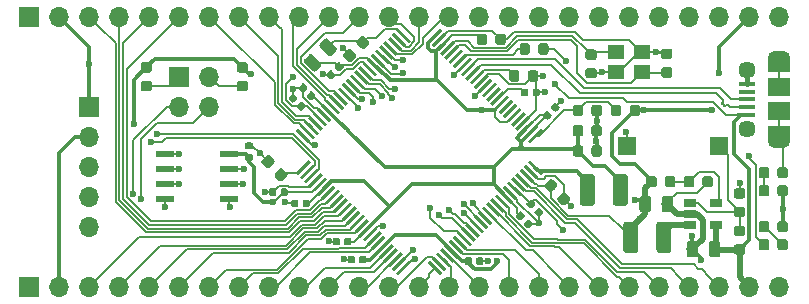
<source format=gtl>
G04 #@! TF.GenerationSoftware,KiCad,Pcbnew,(5.0.0)*
G04 #@! TF.CreationDate,2018-10-22T10:35:43+02:00*
G04 #@! TF.ProjectId,mibo100_imxrt,6D69626F3130305F696D7872742E6B69,rev?*
G04 #@! TF.SameCoordinates,PX695f190PY429d390*
G04 #@! TF.FileFunction,Copper,L1,Top,Signal*
G04 #@! TF.FilePolarity,Positive*
%FSLAX46Y46*%
G04 Gerber Fmt 4.6, Leading zero omitted, Abs format (unit mm)*
G04 Created by KiCad (PCBNEW (5.0.0)) date 10/22/18 10:35:43*
%MOMM*%
%LPD*%
G01*
G04 APERTURE LIST*
G04 #@! TA.AperFunction,Conductor*
%ADD10C,0.100000*%
G04 #@! TD*
G04 #@! TA.AperFunction,SMDPad,CuDef*
%ADD11C,1.250000*%
G04 #@! TD*
G04 #@! TA.AperFunction,SMDPad,CuDef*
%ADD12C,0.875000*%
G04 #@! TD*
G04 #@! TA.AperFunction,ComponentPad*
%ADD13O,1.700000X1.700000*%
G04 #@! TD*
G04 #@! TA.AperFunction,ComponentPad*
%ADD14R,1.700000X1.700000*%
G04 #@! TD*
G04 #@! TA.AperFunction,SMDPad,CuDef*
%ADD15C,0.590000*%
G04 #@! TD*
G04 #@! TA.AperFunction,SMDPad,CuDef*
%ADD16R,1.900000X1.500000*%
G04 #@! TD*
G04 #@! TA.AperFunction,ComponentPad*
%ADD17C,1.450000*%
G04 #@! TD*
G04 #@! TA.AperFunction,SMDPad,CuDef*
%ADD18R,1.350000X0.400000*%
G04 #@! TD*
G04 #@! TA.AperFunction,ComponentPad*
%ADD19O,1.900000X1.200000*%
G04 #@! TD*
G04 #@! TA.AperFunction,SMDPad,CuDef*
%ADD20R,1.900000X1.200000*%
G04 #@! TD*
G04 #@! TA.AperFunction,SMDPad,CuDef*
%ADD21C,0.975000*%
G04 #@! TD*
G04 #@! TA.AperFunction,SMDPad,CuDef*
%ADD22R,1.500000X1.500000*%
G04 #@! TD*
G04 #@! TA.AperFunction,SMDPad,CuDef*
%ADD23C,0.280000*%
G04 #@! TD*
G04 #@! TA.AperFunction,SMDPad,CuDef*
%ADD24R,1.550000X0.600000*%
G04 #@! TD*
G04 #@! TA.AperFunction,SMDPad,CuDef*
%ADD25R,1.060000X0.650000*%
G04 #@! TD*
G04 #@! TA.AperFunction,SMDPad,CuDef*
%ADD26R,1.400000X1.200000*%
G04 #@! TD*
G04 #@! TA.AperFunction,ViaPad*
%ADD27C,0.600000*%
G04 #@! TD*
G04 #@! TA.AperFunction,Conductor*
%ADD28C,0.152000*%
G04 #@! TD*
G04 #@! TA.AperFunction,Conductor*
%ADD29C,0.400000*%
G04 #@! TD*
G04 #@! TA.AperFunction,Conductor*
%ADD30C,0.500000*%
G04 #@! TD*
G04 #@! TA.AperFunction,Conductor*
%ADD31C,0.300000*%
G04 #@! TD*
G04 #@! TA.AperFunction,Conductor*
%ADD32C,0.200000*%
G04 #@! TD*
G04 APERTURE END LIST*
D10*
G04 #@! TO.N,/DCDC_OUT*
G04 #@! TO.C,L3*
G36*
X51710503Y-14614704D02*
X51734772Y-14618304D01*
X51758570Y-14624265D01*
X51781670Y-14632530D01*
X51803848Y-14643020D01*
X51824892Y-14655633D01*
X51844597Y-14670247D01*
X51862776Y-14686723D01*
X51879252Y-14704902D01*
X51893866Y-14724607D01*
X51906479Y-14745651D01*
X51916969Y-14767829D01*
X51925234Y-14790929D01*
X51931195Y-14814727D01*
X51934795Y-14838996D01*
X51935999Y-14863500D01*
X51935999Y-17013500D01*
X51934795Y-17038004D01*
X51931195Y-17062273D01*
X51925234Y-17086071D01*
X51916969Y-17109171D01*
X51906479Y-17131349D01*
X51893866Y-17152393D01*
X51879252Y-17172098D01*
X51862776Y-17190277D01*
X51844597Y-17206753D01*
X51824892Y-17221367D01*
X51803848Y-17233980D01*
X51781670Y-17244470D01*
X51758570Y-17252735D01*
X51734772Y-17258696D01*
X51710503Y-17262296D01*
X51685999Y-17263500D01*
X50935999Y-17263500D01*
X50911495Y-17262296D01*
X50887226Y-17258696D01*
X50863428Y-17252735D01*
X50840328Y-17244470D01*
X50818150Y-17233980D01*
X50797106Y-17221367D01*
X50777401Y-17206753D01*
X50759222Y-17190277D01*
X50742746Y-17172098D01*
X50728132Y-17152393D01*
X50715519Y-17131349D01*
X50705029Y-17109171D01*
X50696764Y-17086071D01*
X50690803Y-17062273D01*
X50687203Y-17038004D01*
X50685999Y-17013500D01*
X50685999Y-14863500D01*
X50687203Y-14838996D01*
X50690803Y-14814727D01*
X50696764Y-14790929D01*
X50705029Y-14767829D01*
X50715519Y-14745651D01*
X50728132Y-14724607D01*
X50742746Y-14704902D01*
X50759222Y-14686723D01*
X50777401Y-14670247D01*
X50797106Y-14655633D01*
X50818150Y-14643020D01*
X50840328Y-14632530D01*
X50863428Y-14624265D01*
X50887226Y-14618304D01*
X50911495Y-14614704D01*
X50935999Y-14613500D01*
X51685999Y-14613500D01*
X51710503Y-14614704D01*
X51710503Y-14614704D01*
G37*
D11*
G04 #@! TD*
G04 #@! TO.P,L3,2*
G04 #@! TO.N,/DCDC_OUT*
X51310999Y-15938500D03*
D10*
G04 #@! TO.N,Net-(L3-Pad1)*
G04 #@! TO.C,L3*
G36*
X48910505Y-14614704D02*
X48934774Y-14618304D01*
X48958572Y-14624265D01*
X48981672Y-14632530D01*
X49003850Y-14643020D01*
X49024894Y-14655633D01*
X49044599Y-14670247D01*
X49062778Y-14686723D01*
X49079254Y-14704902D01*
X49093868Y-14724607D01*
X49106481Y-14745651D01*
X49116971Y-14767829D01*
X49125236Y-14790929D01*
X49131197Y-14814727D01*
X49134797Y-14838996D01*
X49136001Y-14863500D01*
X49136001Y-17013500D01*
X49134797Y-17038004D01*
X49131197Y-17062273D01*
X49125236Y-17086071D01*
X49116971Y-17109171D01*
X49106481Y-17131349D01*
X49093868Y-17152393D01*
X49079254Y-17172098D01*
X49062778Y-17190277D01*
X49044599Y-17206753D01*
X49024894Y-17221367D01*
X49003850Y-17233980D01*
X48981672Y-17244470D01*
X48958572Y-17252735D01*
X48934774Y-17258696D01*
X48910505Y-17262296D01*
X48886001Y-17263500D01*
X48136001Y-17263500D01*
X48111497Y-17262296D01*
X48087228Y-17258696D01*
X48063430Y-17252735D01*
X48040330Y-17244470D01*
X48018152Y-17233980D01*
X47997108Y-17221367D01*
X47977403Y-17206753D01*
X47959224Y-17190277D01*
X47942748Y-17172098D01*
X47928134Y-17152393D01*
X47915521Y-17131349D01*
X47905031Y-17109171D01*
X47896766Y-17086071D01*
X47890805Y-17062273D01*
X47887205Y-17038004D01*
X47886001Y-17013500D01*
X47886001Y-14863500D01*
X47887205Y-14838996D01*
X47890805Y-14814727D01*
X47896766Y-14790929D01*
X47905031Y-14767829D01*
X47915521Y-14745651D01*
X47928134Y-14724607D01*
X47942748Y-14704902D01*
X47959224Y-14686723D01*
X47977403Y-14670247D01*
X47997108Y-14655633D01*
X48018152Y-14643020D01*
X48040330Y-14632530D01*
X48063430Y-14624265D01*
X48087228Y-14618304D01*
X48111497Y-14614704D01*
X48136001Y-14613500D01*
X48886001Y-14613500D01*
X48910505Y-14614704D01*
X48910505Y-14614704D01*
G37*
D11*
G04 #@! TD*
G04 #@! TO.P,L3,1*
G04 #@! TO.N,Net-(L3-Pad1)*
X48511001Y-15938500D03*
D10*
G04 #@! TO.N,GND*
G04 #@! TO.C,C28*
G36*
X46578805Y-16132274D02*
X46600040Y-16135424D01*
X46620864Y-16140640D01*
X46641076Y-16147872D01*
X46660482Y-16157051D01*
X46678895Y-16168087D01*
X46696138Y-16180875D01*
X46712044Y-16195291D01*
X47021403Y-16504650D01*
X47035819Y-16520556D01*
X47048607Y-16537799D01*
X47059643Y-16556212D01*
X47068822Y-16575618D01*
X47076054Y-16595830D01*
X47081270Y-16616654D01*
X47084420Y-16637889D01*
X47085473Y-16659330D01*
X47084420Y-16680771D01*
X47081270Y-16702006D01*
X47076054Y-16722830D01*
X47068822Y-16743042D01*
X47059643Y-16762448D01*
X47048607Y-16780861D01*
X47035819Y-16798104D01*
X47021403Y-16814010D01*
X46659010Y-17176403D01*
X46643104Y-17190819D01*
X46625861Y-17203607D01*
X46607448Y-17214643D01*
X46588042Y-17223822D01*
X46567830Y-17231054D01*
X46547006Y-17236270D01*
X46525771Y-17239420D01*
X46504330Y-17240473D01*
X46482889Y-17239420D01*
X46461654Y-17236270D01*
X46440830Y-17231054D01*
X46420618Y-17223822D01*
X46401212Y-17214643D01*
X46382799Y-17203607D01*
X46365556Y-17190819D01*
X46349650Y-17176403D01*
X46040291Y-16867044D01*
X46025875Y-16851138D01*
X46013087Y-16833895D01*
X46002051Y-16815482D01*
X45992872Y-16796076D01*
X45985640Y-16775864D01*
X45980424Y-16755040D01*
X45977274Y-16733805D01*
X45976221Y-16712364D01*
X45977274Y-16690923D01*
X45980424Y-16669688D01*
X45985640Y-16648864D01*
X45992872Y-16628652D01*
X46002051Y-16609246D01*
X46013087Y-16590833D01*
X46025875Y-16573590D01*
X46040291Y-16557684D01*
X46402684Y-16195291D01*
X46418590Y-16180875D01*
X46435833Y-16168087D01*
X46454246Y-16157051D01*
X46473652Y-16147872D01*
X46493864Y-16140640D01*
X46514688Y-16135424D01*
X46535923Y-16132274D01*
X46557364Y-16131221D01*
X46578805Y-16132274D01*
X46578805Y-16132274D01*
G37*
D12*
G04 #@! TD*
G04 #@! TO.P,C28,2*
G04 #@! TO.N,GND*
X46530847Y-16685847D03*
D10*
G04 #@! TO.N,+3V3*
G04 #@! TO.C,C28*
G36*
X45465111Y-15018580D02*
X45486346Y-15021730D01*
X45507170Y-15026946D01*
X45527382Y-15034178D01*
X45546788Y-15043357D01*
X45565201Y-15054393D01*
X45582444Y-15067181D01*
X45598350Y-15081597D01*
X45907709Y-15390956D01*
X45922125Y-15406862D01*
X45934913Y-15424105D01*
X45945949Y-15442518D01*
X45955128Y-15461924D01*
X45962360Y-15482136D01*
X45967576Y-15502960D01*
X45970726Y-15524195D01*
X45971779Y-15545636D01*
X45970726Y-15567077D01*
X45967576Y-15588312D01*
X45962360Y-15609136D01*
X45955128Y-15629348D01*
X45945949Y-15648754D01*
X45934913Y-15667167D01*
X45922125Y-15684410D01*
X45907709Y-15700316D01*
X45545316Y-16062709D01*
X45529410Y-16077125D01*
X45512167Y-16089913D01*
X45493754Y-16100949D01*
X45474348Y-16110128D01*
X45454136Y-16117360D01*
X45433312Y-16122576D01*
X45412077Y-16125726D01*
X45390636Y-16126779D01*
X45369195Y-16125726D01*
X45347960Y-16122576D01*
X45327136Y-16117360D01*
X45306924Y-16110128D01*
X45287518Y-16100949D01*
X45269105Y-16089913D01*
X45251862Y-16077125D01*
X45235956Y-16062709D01*
X44926597Y-15753350D01*
X44912181Y-15737444D01*
X44899393Y-15720201D01*
X44888357Y-15701788D01*
X44879178Y-15682382D01*
X44871946Y-15662170D01*
X44866730Y-15641346D01*
X44863580Y-15620111D01*
X44862527Y-15598670D01*
X44863580Y-15577229D01*
X44866730Y-15555994D01*
X44871946Y-15535170D01*
X44879178Y-15514958D01*
X44888357Y-15495552D01*
X44899393Y-15477139D01*
X44912181Y-15459896D01*
X44926597Y-15443990D01*
X45288990Y-15081597D01*
X45304896Y-15067181D01*
X45322139Y-15054393D01*
X45340552Y-15043357D01*
X45359958Y-15034178D01*
X45380170Y-15026946D01*
X45400994Y-15021730D01*
X45422229Y-15018580D01*
X45443670Y-15017527D01*
X45465111Y-15018580D01*
X45465111Y-15018580D01*
G37*
D12*
G04 #@! TD*
G04 #@! TO.P,C28,1*
G04 #@! TO.N,+3V3*
X45417153Y-15572153D03*
D10*
G04 #@! TO.N,GND*
G04 #@! TO.C,C4*
G36*
X44144191Y-5812553D02*
X44165426Y-5815703D01*
X44186250Y-5820919D01*
X44206462Y-5828151D01*
X44225868Y-5837330D01*
X44244281Y-5848366D01*
X44261524Y-5861154D01*
X44277430Y-5875570D01*
X44291846Y-5891476D01*
X44304634Y-5908719D01*
X44315670Y-5927132D01*
X44324849Y-5946538D01*
X44332081Y-5966750D01*
X44337297Y-5987574D01*
X44340447Y-6008809D01*
X44341500Y-6030250D01*
X44341500Y-6542750D01*
X44340447Y-6564191D01*
X44337297Y-6585426D01*
X44332081Y-6606250D01*
X44324849Y-6626462D01*
X44315670Y-6645868D01*
X44304634Y-6664281D01*
X44291846Y-6681524D01*
X44277430Y-6697430D01*
X44261524Y-6711846D01*
X44244281Y-6724634D01*
X44225868Y-6735670D01*
X44206462Y-6744849D01*
X44186250Y-6752081D01*
X44165426Y-6757297D01*
X44144191Y-6760447D01*
X44122750Y-6761500D01*
X43685250Y-6761500D01*
X43663809Y-6760447D01*
X43642574Y-6757297D01*
X43621750Y-6752081D01*
X43601538Y-6744849D01*
X43582132Y-6735670D01*
X43563719Y-6724634D01*
X43546476Y-6711846D01*
X43530570Y-6697430D01*
X43516154Y-6681524D01*
X43503366Y-6664281D01*
X43492330Y-6645868D01*
X43483151Y-6626462D01*
X43475919Y-6606250D01*
X43470703Y-6585426D01*
X43467553Y-6564191D01*
X43466500Y-6542750D01*
X43466500Y-6030250D01*
X43467553Y-6008809D01*
X43470703Y-5987574D01*
X43475919Y-5966750D01*
X43483151Y-5946538D01*
X43492330Y-5927132D01*
X43503366Y-5908719D01*
X43516154Y-5891476D01*
X43530570Y-5875570D01*
X43546476Y-5861154D01*
X43563719Y-5848366D01*
X43582132Y-5837330D01*
X43601538Y-5828151D01*
X43621750Y-5820919D01*
X43642574Y-5815703D01*
X43663809Y-5812553D01*
X43685250Y-5811500D01*
X44122750Y-5811500D01*
X44144191Y-5812553D01*
X44144191Y-5812553D01*
G37*
D12*
G04 #@! TD*
G04 #@! TO.P,C4,2*
G04 #@! TO.N,GND*
X43904000Y-6286500D03*
D10*
G04 #@! TO.N,Net-(C4-Pad1)*
G04 #@! TO.C,C4*
G36*
X42569191Y-5812553D02*
X42590426Y-5815703D01*
X42611250Y-5820919D01*
X42631462Y-5828151D01*
X42650868Y-5837330D01*
X42669281Y-5848366D01*
X42686524Y-5861154D01*
X42702430Y-5875570D01*
X42716846Y-5891476D01*
X42729634Y-5908719D01*
X42740670Y-5927132D01*
X42749849Y-5946538D01*
X42757081Y-5966750D01*
X42762297Y-5987574D01*
X42765447Y-6008809D01*
X42766500Y-6030250D01*
X42766500Y-6542750D01*
X42765447Y-6564191D01*
X42762297Y-6585426D01*
X42757081Y-6606250D01*
X42749849Y-6626462D01*
X42740670Y-6645868D01*
X42729634Y-6664281D01*
X42716846Y-6681524D01*
X42702430Y-6697430D01*
X42686524Y-6711846D01*
X42669281Y-6724634D01*
X42650868Y-6735670D01*
X42631462Y-6744849D01*
X42611250Y-6752081D01*
X42590426Y-6757297D01*
X42569191Y-6760447D01*
X42547750Y-6761500D01*
X42110250Y-6761500D01*
X42088809Y-6760447D01*
X42067574Y-6757297D01*
X42046750Y-6752081D01*
X42026538Y-6744849D01*
X42007132Y-6735670D01*
X41988719Y-6724634D01*
X41971476Y-6711846D01*
X41955570Y-6697430D01*
X41941154Y-6681524D01*
X41928366Y-6664281D01*
X41917330Y-6645868D01*
X41908151Y-6626462D01*
X41900919Y-6606250D01*
X41895703Y-6585426D01*
X41892553Y-6564191D01*
X41891500Y-6542750D01*
X41891500Y-6030250D01*
X41892553Y-6008809D01*
X41895703Y-5987574D01*
X41900919Y-5966750D01*
X41908151Y-5946538D01*
X41917330Y-5927132D01*
X41928366Y-5908719D01*
X41941154Y-5891476D01*
X41955570Y-5875570D01*
X41971476Y-5861154D01*
X41988719Y-5848366D01*
X42007132Y-5837330D01*
X42026538Y-5828151D01*
X42046750Y-5820919D01*
X42067574Y-5815703D01*
X42088809Y-5812553D01*
X42110250Y-5811500D01*
X42547750Y-5811500D01*
X42569191Y-5812553D01*
X42569191Y-5812553D01*
G37*
D12*
G04 #@! TD*
G04 #@! TO.P,C4,1*
G04 #@! TO.N,Net-(C4-Pad1)*
X42329000Y-6286500D03*
D13*
G04 #@! TO.P,J2,26*
G04 #@! TO.N,GND*
X64770000Y-1270000D03*
G04 #@! TO.P,J2,25*
G04 #@! TO.N,+3V3*
X62230000Y-1270000D03*
G04 #@! TO.P,J2,24*
G04 #@! TO.N,/A10*
X59690000Y-1270000D03*
G04 #@! TO.P,J2,23*
G04 #@! TO.N,/A11*
X57150000Y-1270000D03*
G04 #@! TO.P,J2,22*
G04 #@! TO.N,/A12*
X54610000Y-1270000D03*
G04 #@! TO.P,J2,21*
G04 #@! TO.N,/A13*
X52070000Y-1270000D03*
G04 #@! TO.P,J2,20*
G04 #@! TO.N,/A14*
X49530000Y-1270000D03*
G04 #@! TO.P,J2,19*
G04 #@! TO.N,/A15*
X46990000Y-1270000D03*
G04 #@! TO.P,J2,18*
G04 #@! TO.N,/B10*
X44450000Y-1270000D03*
G04 #@! TO.P,J2,17*
G04 #@! TO.N,/B11*
X41910000Y-1270000D03*
G04 #@! TO.P,J2,16*
G04 #@! TO.N,/B12*
X39370000Y-1270000D03*
G04 #@! TO.P,J2,15*
G04 #@! TO.N,/B13*
X36830000Y-1270000D03*
G04 #@! TO.P,J2,14*
G04 #@! TO.N,/B14*
X34290000Y-1270000D03*
G04 #@! TO.P,J2,13*
G04 #@! TO.N,/B15*
X31750000Y-1270000D03*
G04 #@! TO.P,J2,12*
G04 #@! TO.N,/A9*
X29210000Y-1270000D03*
G04 #@! TO.P,J2,11*
G04 #@! TO.N,/A8*
X26670000Y-1270000D03*
G04 #@! TO.P,J2,10*
G04 #@! TO.N,/A7*
X24130000Y-1270000D03*
G04 #@! TO.P,J2,9*
G04 #@! TO.N,/A6*
X21590000Y-1270000D03*
G04 #@! TO.P,J2,8*
G04 #@! TO.N,/A5*
X19050000Y-1270000D03*
G04 #@! TO.P,J2,7*
G04 #@! TO.N,/A4*
X16510000Y-1270000D03*
G04 #@! TO.P,J2,6*
G04 #@! TO.N,/E35*
X13970000Y-1270000D03*
G04 #@! TO.P,J2,5*
G04 #@! TO.N,/E34*
X11430000Y-1270000D03*
G04 #@! TO.P,J2,4*
G04 #@! TO.N,/E33*
X8890000Y-1270000D03*
G04 #@! TO.P,J2,3*
G04 #@! TO.N,/E32*
X6350000Y-1270000D03*
G04 #@! TO.P,J2,2*
G04 #@! TO.N,/5V*
X3810000Y-1270000D03*
D14*
G04 #@! TO.P,J2,1*
G04 #@! TO.N,GND*
X1270000Y-1270000D03*
G04 #@! TD*
D10*
G04 #@! TO.N,Net-(C2-Pad1)*
G04 #@! TO.C,C2*
G36*
X55522691Y-5558053D02*
X55543926Y-5561203D01*
X55564750Y-5566419D01*
X55584962Y-5573651D01*
X55604368Y-5582830D01*
X55622781Y-5593866D01*
X55640024Y-5606654D01*
X55655930Y-5621070D01*
X55670346Y-5636976D01*
X55683134Y-5654219D01*
X55694170Y-5672632D01*
X55703349Y-5692038D01*
X55710581Y-5712250D01*
X55715797Y-5733074D01*
X55718947Y-5754309D01*
X55720000Y-5775750D01*
X55720000Y-6213250D01*
X55718947Y-6234691D01*
X55715797Y-6255926D01*
X55710581Y-6276750D01*
X55703349Y-6296962D01*
X55694170Y-6316368D01*
X55683134Y-6334781D01*
X55670346Y-6352024D01*
X55655930Y-6367930D01*
X55640024Y-6382346D01*
X55622781Y-6395134D01*
X55604368Y-6406170D01*
X55584962Y-6415349D01*
X55564750Y-6422581D01*
X55543926Y-6427797D01*
X55522691Y-6430947D01*
X55501250Y-6432000D01*
X54988750Y-6432000D01*
X54967309Y-6430947D01*
X54946074Y-6427797D01*
X54925250Y-6422581D01*
X54905038Y-6415349D01*
X54885632Y-6406170D01*
X54867219Y-6395134D01*
X54849976Y-6382346D01*
X54834070Y-6367930D01*
X54819654Y-6352024D01*
X54806866Y-6334781D01*
X54795830Y-6316368D01*
X54786651Y-6296962D01*
X54779419Y-6276750D01*
X54774203Y-6255926D01*
X54771053Y-6234691D01*
X54770000Y-6213250D01*
X54770000Y-5775750D01*
X54771053Y-5754309D01*
X54774203Y-5733074D01*
X54779419Y-5712250D01*
X54786651Y-5692038D01*
X54795830Y-5672632D01*
X54806866Y-5654219D01*
X54819654Y-5636976D01*
X54834070Y-5621070D01*
X54849976Y-5606654D01*
X54867219Y-5593866D01*
X54885632Y-5582830D01*
X54905038Y-5573651D01*
X54925250Y-5566419D01*
X54946074Y-5561203D01*
X54967309Y-5558053D01*
X54988750Y-5557000D01*
X55501250Y-5557000D01*
X55522691Y-5558053D01*
X55522691Y-5558053D01*
G37*
D12*
G04 #@! TD*
G04 #@! TO.P,C2,1*
G04 #@! TO.N,Net-(C2-Pad1)*
X55245000Y-5994500D03*
D10*
G04 #@! TO.N,GND*
G04 #@! TO.C,C2*
G36*
X55522691Y-3983053D02*
X55543926Y-3986203D01*
X55564750Y-3991419D01*
X55584962Y-3998651D01*
X55604368Y-4007830D01*
X55622781Y-4018866D01*
X55640024Y-4031654D01*
X55655930Y-4046070D01*
X55670346Y-4061976D01*
X55683134Y-4079219D01*
X55694170Y-4097632D01*
X55703349Y-4117038D01*
X55710581Y-4137250D01*
X55715797Y-4158074D01*
X55718947Y-4179309D01*
X55720000Y-4200750D01*
X55720000Y-4638250D01*
X55718947Y-4659691D01*
X55715797Y-4680926D01*
X55710581Y-4701750D01*
X55703349Y-4721962D01*
X55694170Y-4741368D01*
X55683134Y-4759781D01*
X55670346Y-4777024D01*
X55655930Y-4792930D01*
X55640024Y-4807346D01*
X55622781Y-4820134D01*
X55604368Y-4831170D01*
X55584962Y-4840349D01*
X55564750Y-4847581D01*
X55543926Y-4852797D01*
X55522691Y-4855947D01*
X55501250Y-4857000D01*
X54988750Y-4857000D01*
X54967309Y-4855947D01*
X54946074Y-4852797D01*
X54925250Y-4847581D01*
X54905038Y-4840349D01*
X54885632Y-4831170D01*
X54867219Y-4820134D01*
X54849976Y-4807346D01*
X54834070Y-4792930D01*
X54819654Y-4777024D01*
X54806866Y-4759781D01*
X54795830Y-4741368D01*
X54786651Y-4721962D01*
X54779419Y-4701750D01*
X54774203Y-4680926D01*
X54771053Y-4659691D01*
X54770000Y-4638250D01*
X54770000Y-4200750D01*
X54771053Y-4179309D01*
X54774203Y-4158074D01*
X54779419Y-4137250D01*
X54786651Y-4117038D01*
X54795830Y-4097632D01*
X54806866Y-4079219D01*
X54819654Y-4061976D01*
X54834070Y-4046070D01*
X54849976Y-4031654D01*
X54867219Y-4018866D01*
X54885632Y-4007830D01*
X54905038Y-3998651D01*
X54925250Y-3991419D01*
X54946074Y-3986203D01*
X54967309Y-3983053D01*
X54988750Y-3982000D01*
X55501250Y-3982000D01*
X55522691Y-3983053D01*
X55522691Y-3983053D01*
G37*
D12*
G04 #@! TD*
G04 #@! TO.P,C2,2*
G04 #@! TO.N,GND*
X55245000Y-4419500D03*
D10*
G04 #@! TO.N,Net-(C3-Pad1)*
G04 #@! TO.C,C3*
G36*
X49109191Y-4046553D02*
X49130426Y-4049703D01*
X49151250Y-4054919D01*
X49171462Y-4062151D01*
X49190868Y-4071330D01*
X49209281Y-4082366D01*
X49226524Y-4095154D01*
X49242430Y-4109570D01*
X49256846Y-4125476D01*
X49269634Y-4142719D01*
X49280670Y-4161132D01*
X49289849Y-4180538D01*
X49297081Y-4200750D01*
X49302297Y-4221574D01*
X49305447Y-4242809D01*
X49306500Y-4264250D01*
X49306500Y-4701750D01*
X49305447Y-4723191D01*
X49302297Y-4744426D01*
X49297081Y-4765250D01*
X49289849Y-4785462D01*
X49280670Y-4804868D01*
X49269634Y-4823281D01*
X49256846Y-4840524D01*
X49242430Y-4856430D01*
X49226524Y-4870846D01*
X49209281Y-4883634D01*
X49190868Y-4894670D01*
X49171462Y-4903849D01*
X49151250Y-4911081D01*
X49130426Y-4916297D01*
X49109191Y-4919447D01*
X49087750Y-4920500D01*
X48575250Y-4920500D01*
X48553809Y-4919447D01*
X48532574Y-4916297D01*
X48511750Y-4911081D01*
X48491538Y-4903849D01*
X48472132Y-4894670D01*
X48453719Y-4883634D01*
X48436476Y-4870846D01*
X48420570Y-4856430D01*
X48406154Y-4840524D01*
X48393366Y-4823281D01*
X48382330Y-4804868D01*
X48373151Y-4785462D01*
X48365919Y-4765250D01*
X48360703Y-4744426D01*
X48357553Y-4723191D01*
X48356500Y-4701750D01*
X48356500Y-4264250D01*
X48357553Y-4242809D01*
X48360703Y-4221574D01*
X48365919Y-4200750D01*
X48373151Y-4180538D01*
X48382330Y-4161132D01*
X48393366Y-4142719D01*
X48406154Y-4125476D01*
X48420570Y-4109570D01*
X48436476Y-4095154D01*
X48453719Y-4082366D01*
X48472132Y-4071330D01*
X48491538Y-4062151D01*
X48511750Y-4054919D01*
X48532574Y-4049703D01*
X48553809Y-4046553D01*
X48575250Y-4045500D01*
X49087750Y-4045500D01*
X49109191Y-4046553D01*
X49109191Y-4046553D01*
G37*
D12*
G04 #@! TD*
G04 #@! TO.P,C3,1*
G04 #@! TO.N,Net-(C3-Pad1)*
X48831500Y-4483000D03*
D10*
G04 #@! TO.N,GND*
G04 #@! TO.C,C3*
G36*
X49109191Y-5621553D02*
X49130426Y-5624703D01*
X49151250Y-5629919D01*
X49171462Y-5637151D01*
X49190868Y-5646330D01*
X49209281Y-5657366D01*
X49226524Y-5670154D01*
X49242430Y-5684570D01*
X49256846Y-5700476D01*
X49269634Y-5717719D01*
X49280670Y-5736132D01*
X49289849Y-5755538D01*
X49297081Y-5775750D01*
X49302297Y-5796574D01*
X49305447Y-5817809D01*
X49306500Y-5839250D01*
X49306500Y-6276750D01*
X49305447Y-6298191D01*
X49302297Y-6319426D01*
X49297081Y-6340250D01*
X49289849Y-6360462D01*
X49280670Y-6379868D01*
X49269634Y-6398281D01*
X49256846Y-6415524D01*
X49242430Y-6431430D01*
X49226524Y-6445846D01*
X49209281Y-6458634D01*
X49190868Y-6469670D01*
X49171462Y-6478849D01*
X49151250Y-6486081D01*
X49130426Y-6491297D01*
X49109191Y-6494447D01*
X49087750Y-6495500D01*
X48575250Y-6495500D01*
X48553809Y-6494447D01*
X48532574Y-6491297D01*
X48511750Y-6486081D01*
X48491538Y-6478849D01*
X48472132Y-6469670D01*
X48453719Y-6458634D01*
X48436476Y-6445846D01*
X48420570Y-6431430D01*
X48406154Y-6415524D01*
X48393366Y-6398281D01*
X48382330Y-6379868D01*
X48373151Y-6360462D01*
X48365919Y-6340250D01*
X48360703Y-6319426D01*
X48357553Y-6298191D01*
X48356500Y-6276750D01*
X48356500Y-5839250D01*
X48357553Y-5817809D01*
X48360703Y-5796574D01*
X48365919Y-5775750D01*
X48373151Y-5755538D01*
X48382330Y-5736132D01*
X48393366Y-5717719D01*
X48406154Y-5700476D01*
X48420570Y-5684570D01*
X48436476Y-5670154D01*
X48453719Y-5657366D01*
X48472132Y-5646330D01*
X48491538Y-5637151D01*
X48511750Y-5629919D01*
X48532574Y-5624703D01*
X48553809Y-5621553D01*
X48575250Y-5620500D01*
X49087750Y-5620500D01*
X49109191Y-5621553D01*
X49109191Y-5621553D01*
G37*
D12*
G04 #@! TD*
G04 #@! TO.P,C3,2*
G04 #@! TO.N,GND*
X48831500Y-6058000D03*
D10*
G04 #@! TO.N,+3V3*
G04 #@! TO.C,C5*
G36*
X20062458Y-12890710D02*
X20076776Y-12892834D01*
X20090817Y-12896351D01*
X20104446Y-12901228D01*
X20117531Y-12907417D01*
X20129947Y-12914858D01*
X20141573Y-12923481D01*
X20152298Y-12933202D01*
X20162019Y-12943927D01*
X20170642Y-12955553D01*
X20178083Y-12967969D01*
X20184272Y-12981054D01*
X20189149Y-12994683D01*
X20192666Y-13008724D01*
X20194790Y-13023042D01*
X20195500Y-13037500D01*
X20195500Y-13332500D01*
X20194790Y-13346958D01*
X20192666Y-13361276D01*
X20189149Y-13375317D01*
X20184272Y-13388946D01*
X20178083Y-13402031D01*
X20170642Y-13414447D01*
X20162019Y-13426073D01*
X20152298Y-13436798D01*
X20141573Y-13446519D01*
X20129947Y-13455142D01*
X20117531Y-13462583D01*
X20104446Y-13468772D01*
X20090817Y-13473649D01*
X20076776Y-13477166D01*
X20062458Y-13479290D01*
X20048000Y-13480000D01*
X19703000Y-13480000D01*
X19688542Y-13479290D01*
X19674224Y-13477166D01*
X19660183Y-13473649D01*
X19646554Y-13468772D01*
X19633469Y-13462583D01*
X19621053Y-13455142D01*
X19609427Y-13446519D01*
X19598702Y-13436798D01*
X19588981Y-13426073D01*
X19580358Y-13414447D01*
X19572917Y-13402031D01*
X19566728Y-13388946D01*
X19561851Y-13375317D01*
X19558334Y-13361276D01*
X19556210Y-13346958D01*
X19555500Y-13332500D01*
X19555500Y-13037500D01*
X19556210Y-13023042D01*
X19558334Y-13008724D01*
X19561851Y-12994683D01*
X19566728Y-12981054D01*
X19572917Y-12967969D01*
X19580358Y-12955553D01*
X19588981Y-12943927D01*
X19598702Y-12933202D01*
X19609427Y-12923481D01*
X19621053Y-12914858D01*
X19633469Y-12907417D01*
X19646554Y-12901228D01*
X19660183Y-12896351D01*
X19674224Y-12892834D01*
X19688542Y-12890710D01*
X19703000Y-12890000D01*
X20048000Y-12890000D01*
X20062458Y-12890710D01*
X20062458Y-12890710D01*
G37*
D15*
G04 #@! TD*
G04 #@! TO.P,C5,1*
G04 #@! TO.N,+3V3*
X19875500Y-13185000D03*
D10*
G04 #@! TO.N,GND*
G04 #@! TO.C,C5*
G36*
X20062458Y-11920710D02*
X20076776Y-11922834D01*
X20090817Y-11926351D01*
X20104446Y-11931228D01*
X20117531Y-11937417D01*
X20129947Y-11944858D01*
X20141573Y-11953481D01*
X20152298Y-11963202D01*
X20162019Y-11973927D01*
X20170642Y-11985553D01*
X20178083Y-11997969D01*
X20184272Y-12011054D01*
X20189149Y-12024683D01*
X20192666Y-12038724D01*
X20194790Y-12053042D01*
X20195500Y-12067500D01*
X20195500Y-12362500D01*
X20194790Y-12376958D01*
X20192666Y-12391276D01*
X20189149Y-12405317D01*
X20184272Y-12418946D01*
X20178083Y-12432031D01*
X20170642Y-12444447D01*
X20162019Y-12456073D01*
X20152298Y-12466798D01*
X20141573Y-12476519D01*
X20129947Y-12485142D01*
X20117531Y-12492583D01*
X20104446Y-12498772D01*
X20090817Y-12503649D01*
X20076776Y-12507166D01*
X20062458Y-12509290D01*
X20048000Y-12510000D01*
X19703000Y-12510000D01*
X19688542Y-12509290D01*
X19674224Y-12507166D01*
X19660183Y-12503649D01*
X19646554Y-12498772D01*
X19633469Y-12492583D01*
X19621053Y-12485142D01*
X19609427Y-12476519D01*
X19598702Y-12466798D01*
X19588981Y-12456073D01*
X19580358Y-12444447D01*
X19572917Y-12432031D01*
X19566728Y-12418946D01*
X19561851Y-12405317D01*
X19558334Y-12391276D01*
X19556210Y-12376958D01*
X19555500Y-12362500D01*
X19555500Y-12067500D01*
X19556210Y-12053042D01*
X19558334Y-12038724D01*
X19561851Y-12024683D01*
X19566728Y-12011054D01*
X19572917Y-11997969D01*
X19580358Y-11985553D01*
X19588981Y-11973927D01*
X19598702Y-11963202D01*
X19609427Y-11953481D01*
X19621053Y-11944858D01*
X19633469Y-11937417D01*
X19646554Y-11931228D01*
X19660183Y-11926351D01*
X19674224Y-11922834D01*
X19688542Y-11920710D01*
X19703000Y-11920000D01*
X20048000Y-11920000D01*
X20062458Y-11920710D01*
X20062458Y-11920710D01*
G37*
D15*
G04 #@! TD*
G04 #@! TO.P,C5,2*
G04 #@! TO.N,GND*
X19875500Y-12215000D03*
D10*
G04 #@! TO.N,GND*
G04 #@! TO.C,C6*
G36*
X39572458Y-21651710D02*
X39586776Y-21653834D01*
X39600817Y-21657351D01*
X39614446Y-21662228D01*
X39627531Y-21668417D01*
X39639947Y-21675858D01*
X39651573Y-21684481D01*
X39662298Y-21694202D01*
X39672019Y-21704927D01*
X39680642Y-21716553D01*
X39688083Y-21728969D01*
X39694272Y-21742054D01*
X39699149Y-21755683D01*
X39702666Y-21769724D01*
X39704790Y-21784042D01*
X39705500Y-21798500D01*
X39705500Y-22143500D01*
X39704790Y-22157958D01*
X39702666Y-22172276D01*
X39699149Y-22186317D01*
X39694272Y-22199946D01*
X39688083Y-22213031D01*
X39680642Y-22225447D01*
X39672019Y-22237073D01*
X39662298Y-22247798D01*
X39651573Y-22257519D01*
X39639947Y-22266142D01*
X39627531Y-22273583D01*
X39614446Y-22279772D01*
X39600817Y-22284649D01*
X39586776Y-22288166D01*
X39572458Y-22290290D01*
X39558000Y-22291000D01*
X39263000Y-22291000D01*
X39248542Y-22290290D01*
X39234224Y-22288166D01*
X39220183Y-22284649D01*
X39206554Y-22279772D01*
X39193469Y-22273583D01*
X39181053Y-22266142D01*
X39169427Y-22257519D01*
X39158702Y-22247798D01*
X39148981Y-22237073D01*
X39140358Y-22225447D01*
X39132917Y-22213031D01*
X39126728Y-22199946D01*
X39121851Y-22186317D01*
X39118334Y-22172276D01*
X39116210Y-22157958D01*
X39115500Y-22143500D01*
X39115500Y-21798500D01*
X39116210Y-21784042D01*
X39118334Y-21769724D01*
X39121851Y-21755683D01*
X39126728Y-21742054D01*
X39132917Y-21728969D01*
X39140358Y-21716553D01*
X39148981Y-21704927D01*
X39158702Y-21694202D01*
X39169427Y-21684481D01*
X39181053Y-21675858D01*
X39193469Y-21668417D01*
X39206554Y-21662228D01*
X39220183Y-21657351D01*
X39234224Y-21653834D01*
X39248542Y-21651710D01*
X39263000Y-21651000D01*
X39558000Y-21651000D01*
X39572458Y-21651710D01*
X39572458Y-21651710D01*
G37*
D15*
G04 #@! TD*
G04 #@! TO.P,C6,2*
G04 #@! TO.N,GND*
X39410500Y-21971000D03*
D10*
G04 #@! TO.N,+3V3*
G04 #@! TO.C,C6*
G36*
X38602458Y-21651710D02*
X38616776Y-21653834D01*
X38630817Y-21657351D01*
X38644446Y-21662228D01*
X38657531Y-21668417D01*
X38669947Y-21675858D01*
X38681573Y-21684481D01*
X38692298Y-21694202D01*
X38702019Y-21704927D01*
X38710642Y-21716553D01*
X38718083Y-21728969D01*
X38724272Y-21742054D01*
X38729149Y-21755683D01*
X38732666Y-21769724D01*
X38734790Y-21784042D01*
X38735500Y-21798500D01*
X38735500Y-22143500D01*
X38734790Y-22157958D01*
X38732666Y-22172276D01*
X38729149Y-22186317D01*
X38724272Y-22199946D01*
X38718083Y-22213031D01*
X38710642Y-22225447D01*
X38702019Y-22237073D01*
X38692298Y-22247798D01*
X38681573Y-22257519D01*
X38669947Y-22266142D01*
X38657531Y-22273583D01*
X38644446Y-22279772D01*
X38630817Y-22284649D01*
X38616776Y-22288166D01*
X38602458Y-22290290D01*
X38588000Y-22291000D01*
X38293000Y-22291000D01*
X38278542Y-22290290D01*
X38264224Y-22288166D01*
X38250183Y-22284649D01*
X38236554Y-22279772D01*
X38223469Y-22273583D01*
X38211053Y-22266142D01*
X38199427Y-22257519D01*
X38188702Y-22247798D01*
X38178981Y-22237073D01*
X38170358Y-22225447D01*
X38162917Y-22213031D01*
X38156728Y-22199946D01*
X38151851Y-22186317D01*
X38148334Y-22172276D01*
X38146210Y-22157958D01*
X38145500Y-22143500D01*
X38145500Y-21798500D01*
X38146210Y-21784042D01*
X38148334Y-21769724D01*
X38151851Y-21755683D01*
X38156728Y-21742054D01*
X38162917Y-21728969D01*
X38170358Y-21716553D01*
X38178981Y-21704927D01*
X38188702Y-21694202D01*
X38199427Y-21684481D01*
X38211053Y-21675858D01*
X38223469Y-21668417D01*
X38236554Y-21662228D01*
X38250183Y-21657351D01*
X38264224Y-21653834D01*
X38278542Y-21651710D01*
X38293000Y-21651000D01*
X38588000Y-21651000D01*
X38602458Y-21651710D01*
X38602458Y-21651710D01*
G37*
D15*
G04 #@! TD*
G04 #@! TO.P,C6,1*
G04 #@! TO.N,+3V3*
X38440500Y-21971000D03*
D10*
G04 #@! TO.N,GND*
G04 #@! TO.C,C7*
G36*
X44444083Y-17432383D02*
X44458401Y-17434507D01*
X44472442Y-17438024D01*
X44486071Y-17442901D01*
X44499156Y-17449090D01*
X44511572Y-17456531D01*
X44523198Y-17465154D01*
X44533923Y-17474875D01*
X44742519Y-17683471D01*
X44752240Y-17694196D01*
X44760863Y-17705822D01*
X44768304Y-17718238D01*
X44774493Y-17731323D01*
X44779370Y-17744952D01*
X44782887Y-17758993D01*
X44785011Y-17773311D01*
X44785721Y-17787769D01*
X44785011Y-17802227D01*
X44782887Y-17816545D01*
X44779370Y-17830586D01*
X44774493Y-17844215D01*
X44768304Y-17857300D01*
X44760863Y-17869716D01*
X44752240Y-17881342D01*
X44742519Y-17892067D01*
X44498567Y-18136019D01*
X44487842Y-18145740D01*
X44476216Y-18154363D01*
X44463800Y-18161804D01*
X44450715Y-18167993D01*
X44437086Y-18172870D01*
X44423045Y-18176387D01*
X44408727Y-18178511D01*
X44394269Y-18179221D01*
X44379811Y-18178511D01*
X44365493Y-18176387D01*
X44351452Y-18172870D01*
X44337823Y-18167993D01*
X44324738Y-18161804D01*
X44312322Y-18154363D01*
X44300696Y-18145740D01*
X44289971Y-18136019D01*
X44081375Y-17927423D01*
X44071654Y-17916698D01*
X44063031Y-17905072D01*
X44055590Y-17892656D01*
X44049401Y-17879571D01*
X44044524Y-17865942D01*
X44041007Y-17851901D01*
X44038883Y-17837583D01*
X44038173Y-17823125D01*
X44038883Y-17808667D01*
X44041007Y-17794349D01*
X44044524Y-17780308D01*
X44049401Y-17766679D01*
X44055590Y-17753594D01*
X44063031Y-17741178D01*
X44071654Y-17729552D01*
X44081375Y-17718827D01*
X44325327Y-17474875D01*
X44336052Y-17465154D01*
X44347678Y-17456531D01*
X44360094Y-17449090D01*
X44373179Y-17442901D01*
X44386808Y-17438024D01*
X44400849Y-17434507D01*
X44415167Y-17432383D01*
X44429625Y-17431673D01*
X44444083Y-17432383D01*
X44444083Y-17432383D01*
G37*
D15*
G04 #@! TD*
G04 #@! TO.P,C7,2*
G04 #@! TO.N,GND*
X44411947Y-17805447D03*
D10*
G04 #@! TO.N,+3V3*
G04 #@! TO.C,C7*
G36*
X43758189Y-16746489D02*
X43772507Y-16748613D01*
X43786548Y-16752130D01*
X43800177Y-16757007D01*
X43813262Y-16763196D01*
X43825678Y-16770637D01*
X43837304Y-16779260D01*
X43848029Y-16788981D01*
X44056625Y-16997577D01*
X44066346Y-17008302D01*
X44074969Y-17019928D01*
X44082410Y-17032344D01*
X44088599Y-17045429D01*
X44093476Y-17059058D01*
X44096993Y-17073099D01*
X44099117Y-17087417D01*
X44099827Y-17101875D01*
X44099117Y-17116333D01*
X44096993Y-17130651D01*
X44093476Y-17144692D01*
X44088599Y-17158321D01*
X44082410Y-17171406D01*
X44074969Y-17183822D01*
X44066346Y-17195448D01*
X44056625Y-17206173D01*
X43812673Y-17450125D01*
X43801948Y-17459846D01*
X43790322Y-17468469D01*
X43777906Y-17475910D01*
X43764821Y-17482099D01*
X43751192Y-17486976D01*
X43737151Y-17490493D01*
X43722833Y-17492617D01*
X43708375Y-17493327D01*
X43693917Y-17492617D01*
X43679599Y-17490493D01*
X43665558Y-17486976D01*
X43651929Y-17482099D01*
X43638844Y-17475910D01*
X43626428Y-17468469D01*
X43614802Y-17459846D01*
X43604077Y-17450125D01*
X43395481Y-17241529D01*
X43385760Y-17230804D01*
X43377137Y-17219178D01*
X43369696Y-17206762D01*
X43363507Y-17193677D01*
X43358630Y-17180048D01*
X43355113Y-17166007D01*
X43352989Y-17151689D01*
X43352279Y-17137231D01*
X43352989Y-17122773D01*
X43355113Y-17108455D01*
X43358630Y-17094414D01*
X43363507Y-17080785D01*
X43369696Y-17067700D01*
X43377137Y-17055284D01*
X43385760Y-17043658D01*
X43395481Y-17032933D01*
X43639433Y-16788981D01*
X43650158Y-16779260D01*
X43661784Y-16770637D01*
X43674200Y-16763196D01*
X43687285Y-16757007D01*
X43700914Y-16752130D01*
X43714955Y-16748613D01*
X43729273Y-16746489D01*
X43743731Y-16745779D01*
X43758189Y-16746489D01*
X43758189Y-16746489D01*
G37*
D15*
G04 #@! TD*
G04 #@! TO.P,C7,1*
G04 #@! TO.N,+3V3*
X43726053Y-17119553D03*
D10*
G04 #@! TO.N,+3V3*
G04 #@! TO.C,C8*
G36*
X27517727Y-5125989D02*
X27532045Y-5128113D01*
X27546086Y-5131630D01*
X27559715Y-5136507D01*
X27572800Y-5142696D01*
X27585216Y-5150137D01*
X27596842Y-5158760D01*
X27607567Y-5168481D01*
X27851519Y-5412433D01*
X27861240Y-5423158D01*
X27869863Y-5434784D01*
X27877304Y-5447200D01*
X27883493Y-5460285D01*
X27888370Y-5473914D01*
X27891887Y-5487955D01*
X27894011Y-5502273D01*
X27894721Y-5516731D01*
X27894011Y-5531189D01*
X27891887Y-5545507D01*
X27888370Y-5559548D01*
X27883493Y-5573177D01*
X27877304Y-5586262D01*
X27869863Y-5598678D01*
X27861240Y-5610304D01*
X27851519Y-5621029D01*
X27642923Y-5829625D01*
X27632198Y-5839346D01*
X27620572Y-5847969D01*
X27608156Y-5855410D01*
X27595071Y-5861599D01*
X27581442Y-5866476D01*
X27567401Y-5869993D01*
X27553083Y-5872117D01*
X27538625Y-5872827D01*
X27524167Y-5872117D01*
X27509849Y-5869993D01*
X27495808Y-5866476D01*
X27482179Y-5861599D01*
X27469094Y-5855410D01*
X27456678Y-5847969D01*
X27445052Y-5839346D01*
X27434327Y-5829625D01*
X27190375Y-5585673D01*
X27180654Y-5574948D01*
X27172031Y-5563322D01*
X27164590Y-5550906D01*
X27158401Y-5537821D01*
X27153524Y-5524192D01*
X27150007Y-5510151D01*
X27147883Y-5495833D01*
X27147173Y-5481375D01*
X27147883Y-5466917D01*
X27150007Y-5452599D01*
X27153524Y-5438558D01*
X27158401Y-5424929D01*
X27164590Y-5411844D01*
X27172031Y-5399428D01*
X27180654Y-5387802D01*
X27190375Y-5377077D01*
X27398971Y-5168481D01*
X27409696Y-5158760D01*
X27421322Y-5150137D01*
X27433738Y-5142696D01*
X27446823Y-5136507D01*
X27460452Y-5131630D01*
X27474493Y-5128113D01*
X27488811Y-5125989D01*
X27503269Y-5125279D01*
X27517727Y-5125989D01*
X27517727Y-5125989D01*
G37*
D15*
G04 #@! TD*
G04 #@! TO.P,C8,1*
G04 #@! TO.N,+3V3*
X27520947Y-5499053D03*
D10*
G04 #@! TO.N,GND*
G04 #@! TO.C,C8*
G36*
X26831833Y-5811883D02*
X26846151Y-5814007D01*
X26860192Y-5817524D01*
X26873821Y-5822401D01*
X26886906Y-5828590D01*
X26899322Y-5836031D01*
X26910948Y-5844654D01*
X26921673Y-5854375D01*
X27165625Y-6098327D01*
X27175346Y-6109052D01*
X27183969Y-6120678D01*
X27191410Y-6133094D01*
X27197599Y-6146179D01*
X27202476Y-6159808D01*
X27205993Y-6173849D01*
X27208117Y-6188167D01*
X27208827Y-6202625D01*
X27208117Y-6217083D01*
X27205993Y-6231401D01*
X27202476Y-6245442D01*
X27197599Y-6259071D01*
X27191410Y-6272156D01*
X27183969Y-6284572D01*
X27175346Y-6296198D01*
X27165625Y-6306923D01*
X26957029Y-6515519D01*
X26946304Y-6525240D01*
X26934678Y-6533863D01*
X26922262Y-6541304D01*
X26909177Y-6547493D01*
X26895548Y-6552370D01*
X26881507Y-6555887D01*
X26867189Y-6558011D01*
X26852731Y-6558721D01*
X26838273Y-6558011D01*
X26823955Y-6555887D01*
X26809914Y-6552370D01*
X26796285Y-6547493D01*
X26783200Y-6541304D01*
X26770784Y-6533863D01*
X26759158Y-6525240D01*
X26748433Y-6515519D01*
X26504481Y-6271567D01*
X26494760Y-6260842D01*
X26486137Y-6249216D01*
X26478696Y-6236800D01*
X26472507Y-6223715D01*
X26467630Y-6210086D01*
X26464113Y-6196045D01*
X26461989Y-6181727D01*
X26461279Y-6167269D01*
X26461989Y-6152811D01*
X26464113Y-6138493D01*
X26467630Y-6124452D01*
X26472507Y-6110823D01*
X26478696Y-6097738D01*
X26486137Y-6085322D01*
X26494760Y-6073696D01*
X26504481Y-6062971D01*
X26713077Y-5854375D01*
X26723802Y-5844654D01*
X26735428Y-5836031D01*
X26747844Y-5828590D01*
X26760929Y-5822401D01*
X26774558Y-5817524D01*
X26788599Y-5814007D01*
X26802917Y-5811883D01*
X26817375Y-5811173D01*
X26831833Y-5811883D01*
X26831833Y-5811883D01*
G37*
D15*
G04 #@! TD*
G04 #@! TO.P,C8,2*
G04 #@! TO.N,GND*
X26835053Y-6184947D03*
D10*
G04 #@! TO.N,/VDDA*
G04 #@! TO.C,C9*
G36*
X29507771Y-2890080D02*
X29529006Y-2893230D01*
X29549830Y-2898446D01*
X29570042Y-2905678D01*
X29589448Y-2914857D01*
X29607861Y-2925893D01*
X29625104Y-2938681D01*
X29641010Y-2953097D01*
X30003403Y-3315490D01*
X30017819Y-3331396D01*
X30030607Y-3348639D01*
X30041643Y-3367052D01*
X30050822Y-3386458D01*
X30058054Y-3406670D01*
X30063270Y-3427494D01*
X30066420Y-3448729D01*
X30067473Y-3470170D01*
X30066420Y-3491611D01*
X30063270Y-3512846D01*
X30058054Y-3533670D01*
X30050822Y-3553882D01*
X30041643Y-3573288D01*
X30030607Y-3591701D01*
X30017819Y-3608944D01*
X30003403Y-3624850D01*
X29694044Y-3934209D01*
X29678138Y-3948625D01*
X29660895Y-3961413D01*
X29642482Y-3972449D01*
X29623076Y-3981628D01*
X29602864Y-3988860D01*
X29582040Y-3994076D01*
X29560805Y-3997226D01*
X29539364Y-3998279D01*
X29517923Y-3997226D01*
X29496688Y-3994076D01*
X29475864Y-3988860D01*
X29455652Y-3981628D01*
X29436246Y-3972449D01*
X29417833Y-3961413D01*
X29400590Y-3948625D01*
X29384684Y-3934209D01*
X29022291Y-3571816D01*
X29007875Y-3555910D01*
X28995087Y-3538667D01*
X28984051Y-3520254D01*
X28974872Y-3500848D01*
X28967640Y-3480636D01*
X28962424Y-3459812D01*
X28959274Y-3438577D01*
X28958221Y-3417136D01*
X28959274Y-3395695D01*
X28962424Y-3374460D01*
X28967640Y-3353636D01*
X28974872Y-3333424D01*
X28984051Y-3314018D01*
X28995087Y-3295605D01*
X29007875Y-3278362D01*
X29022291Y-3262456D01*
X29331650Y-2953097D01*
X29347556Y-2938681D01*
X29364799Y-2925893D01*
X29383212Y-2914857D01*
X29402618Y-2905678D01*
X29422830Y-2898446D01*
X29443654Y-2893230D01*
X29464889Y-2890080D01*
X29486330Y-2889027D01*
X29507771Y-2890080D01*
X29507771Y-2890080D01*
G37*
D12*
G04 #@! TD*
G04 #@! TO.P,C9,1*
G04 #@! TO.N,/VDDA*
X29512847Y-3443653D03*
D10*
G04 #@! TO.N,GND*
G04 #@! TO.C,C9*
G36*
X28394077Y-4003774D02*
X28415312Y-4006924D01*
X28436136Y-4012140D01*
X28456348Y-4019372D01*
X28475754Y-4028551D01*
X28494167Y-4039587D01*
X28511410Y-4052375D01*
X28527316Y-4066791D01*
X28889709Y-4429184D01*
X28904125Y-4445090D01*
X28916913Y-4462333D01*
X28927949Y-4480746D01*
X28937128Y-4500152D01*
X28944360Y-4520364D01*
X28949576Y-4541188D01*
X28952726Y-4562423D01*
X28953779Y-4583864D01*
X28952726Y-4605305D01*
X28949576Y-4626540D01*
X28944360Y-4647364D01*
X28937128Y-4667576D01*
X28927949Y-4686982D01*
X28916913Y-4705395D01*
X28904125Y-4722638D01*
X28889709Y-4738544D01*
X28580350Y-5047903D01*
X28564444Y-5062319D01*
X28547201Y-5075107D01*
X28528788Y-5086143D01*
X28509382Y-5095322D01*
X28489170Y-5102554D01*
X28468346Y-5107770D01*
X28447111Y-5110920D01*
X28425670Y-5111973D01*
X28404229Y-5110920D01*
X28382994Y-5107770D01*
X28362170Y-5102554D01*
X28341958Y-5095322D01*
X28322552Y-5086143D01*
X28304139Y-5075107D01*
X28286896Y-5062319D01*
X28270990Y-5047903D01*
X27908597Y-4685510D01*
X27894181Y-4669604D01*
X27881393Y-4652361D01*
X27870357Y-4633948D01*
X27861178Y-4614542D01*
X27853946Y-4594330D01*
X27848730Y-4573506D01*
X27845580Y-4552271D01*
X27844527Y-4530830D01*
X27845580Y-4509389D01*
X27848730Y-4488154D01*
X27853946Y-4467330D01*
X27861178Y-4447118D01*
X27870357Y-4427712D01*
X27881393Y-4409299D01*
X27894181Y-4392056D01*
X27908597Y-4376150D01*
X28217956Y-4066791D01*
X28233862Y-4052375D01*
X28251105Y-4039587D01*
X28269518Y-4028551D01*
X28288924Y-4019372D01*
X28309136Y-4012140D01*
X28329960Y-4006924D01*
X28351195Y-4003774D01*
X28372636Y-4002721D01*
X28394077Y-4003774D01*
X28394077Y-4003774D01*
G37*
D12*
G04 #@! TD*
G04 #@! TO.P,C9,2*
G04 #@! TO.N,GND*
X28399153Y-4557347D03*
D10*
G04 #@! TO.N,+3V3*
G04 #@! TO.C,C10*
G36*
X24314583Y-8478883D02*
X24328901Y-8481007D01*
X24342942Y-8484524D01*
X24356571Y-8489401D01*
X24369656Y-8495590D01*
X24382072Y-8503031D01*
X24393698Y-8511654D01*
X24404423Y-8521375D01*
X24613019Y-8729971D01*
X24622740Y-8740696D01*
X24631363Y-8752322D01*
X24638804Y-8764738D01*
X24644993Y-8777823D01*
X24649870Y-8791452D01*
X24653387Y-8805493D01*
X24655511Y-8819811D01*
X24656221Y-8834269D01*
X24655511Y-8848727D01*
X24653387Y-8863045D01*
X24649870Y-8877086D01*
X24644993Y-8890715D01*
X24638804Y-8903800D01*
X24631363Y-8916216D01*
X24622740Y-8927842D01*
X24613019Y-8938567D01*
X24369067Y-9182519D01*
X24358342Y-9192240D01*
X24346716Y-9200863D01*
X24334300Y-9208304D01*
X24321215Y-9214493D01*
X24307586Y-9219370D01*
X24293545Y-9222887D01*
X24279227Y-9225011D01*
X24264769Y-9225721D01*
X24250311Y-9225011D01*
X24235993Y-9222887D01*
X24221952Y-9219370D01*
X24208323Y-9214493D01*
X24195238Y-9208304D01*
X24182822Y-9200863D01*
X24171196Y-9192240D01*
X24160471Y-9182519D01*
X23951875Y-8973923D01*
X23942154Y-8963198D01*
X23933531Y-8951572D01*
X23926090Y-8939156D01*
X23919901Y-8926071D01*
X23915024Y-8912442D01*
X23911507Y-8898401D01*
X23909383Y-8884083D01*
X23908673Y-8869625D01*
X23909383Y-8855167D01*
X23911507Y-8840849D01*
X23915024Y-8826808D01*
X23919901Y-8813179D01*
X23926090Y-8800094D01*
X23933531Y-8787678D01*
X23942154Y-8776052D01*
X23951875Y-8765327D01*
X24195827Y-8521375D01*
X24206552Y-8511654D01*
X24218178Y-8503031D01*
X24230594Y-8495590D01*
X24243679Y-8489401D01*
X24257308Y-8484524D01*
X24271349Y-8481007D01*
X24285667Y-8478883D01*
X24300125Y-8478173D01*
X24314583Y-8478883D01*
X24314583Y-8478883D01*
G37*
D15*
G04 #@! TD*
G04 #@! TO.P,C10,1*
G04 #@! TO.N,+3V3*
X24282447Y-8851947D03*
D10*
G04 #@! TO.N,GND*
G04 #@! TO.C,C10*
G36*
X23628689Y-7792989D02*
X23643007Y-7795113D01*
X23657048Y-7798630D01*
X23670677Y-7803507D01*
X23683762Y-7809696D01*
X23696178Y-7817137D01*
X23707804Y-7825760D01*
X23718529Y-7835481D01*
X23927125Y-8044077D01*
X23936846Y-8054802D01*
X23945469Y-8066428D01*
X23952910Y-8078844D01*
X23959099Y-8091929D01*
X23963976Y-8105558D01*
X23967493Y-8119599D01*
X23969617Y-8133917D01*
X23970327Y-8148375D01*
X23969617Y-8162833D01*
X23967493Y-8177151D01*
X23963976Y-8191192D01*
X23959099Y-8204821D01*
X23952910Y-8217906D01*
X23945469Y-8230322D01*
X23936846Y-8241948D01*
X23927125Y-8252673D01*
X23683173Y-8496625D01*
X23672448Y-8506346D01*
X23660822Y-8514969D01*
X23648406Y-8522410D01*
X23635321Y-8528599D01*
X23621692Y-8533476D01*
X23607651Y-8536993D01*
X23593333Y-8539117D01*
X23578875Y-8539827D01*
X23564417Y-8539117D01*
X23550099Y-8536993D01*
X23536058Y-8533476D01*
X23522429Y-8528599D01*
X23509344Y-8522410D01*
X23496928Y-8514969D01*
X23485302Y-8506346D01*
X23474577Y-8496625D01*
X23265981Y-8288029D01*
X23256260Y-8277304D01*
X23247637Y-8265678D01*
X23240196Y-8253262D01*
X23234007Y-8240177D01*
X23229130Y-8226548D01*
X23225613Y-8212507D01*
X23223489Y-8198189D01*
X23222779Y-8183731D01*
X23223489Y-8169273D01*
X23225613Y-8154955D01*
X23229130Y-8140914D01*
X23234007Y-8127285D01*
X23240196Y-8114200D01*
X23247637Y-8101784D01*
X23256260Y-8090158D01*
X23265981Y-8079433D01*
X23509933Y-7835481D01*
X23520658Y-7825760D01*
X23532284Y-7817137D01*
X23544700Y-7809696D01*
X23557785Y-7803507D01*
X23571414Y-7798630D01*
X23585455Y-7795113D01*
X23599773Y-7792989D01*
X23614231Y-7792279D01*
X23628689Y-7792989D01*
X23628689Y-7792989D01*
G37*
D15*
G04 #@! TD*
G04 #@! TO.P,C10,2*
G04 #@! TO.N,GND*
X23596553Y-8166053D03*
D10*
G04 #@! TO.N,GND*
G04 #@! TO.C,C11*
G36*
X41413691Y-2701053D02*
X41434926Y-2704203D01*
X41455750Y-2709419D01*
X41475962Y-2716651D01*
X41495368Y-2725830D01*
X41513781Y-2736866D01*
X41531024Y-2749654D01*
X41546930Y-2764070D01*
X41561346Y-2779976D01*
X41574134Y-2797219D01*
X41585170Y-2815632D01*
X41594349Y-2835038D01*
X41601581Y-2855250D01*
X41606797Y-2876074D01*
X41609947Y-2897309D01*
X41611000Y-2918750D01*
X41611000Y-3431250D01*
X41609947Y-3452691D01*
X41606797Y-3473926D01*
X41601581Y-3494750D01*
X41594349Y-3514962D01*
X41585170Y-3534368D01*
X41574134Y-3552781D01*
X41561346Y-3570024D01*
X41546930Y-3585930D01*
X41531024Y-3600346D01*
X41513781Y-3613134D01*
X41495368Y-3624170D01*
X41475962Y-3633349D01*
X41455750Y-3640581D01*
X41434926Y-3645797D01*
X41413691Y-3648947D01*
X41392250Y-3650000D01*
X40954750Y-3650000D01*
X40933309Y-3648947D01*
X40912074Y-3645797D01*
X40891250Y-3640581D01*
X40871038Y-3633349D01*
X40851632Y-3624170D01*
X40833219Y-3613134D01*
X40815976Y-3600346D01*
X40800070Y-3585930D01*
X40785654Y-3570024D01*
X40772866Y-3552781D01*
X40761830Y-3534368D01*
X40752651Y-3514962D01*
X40745419Y-3494750D01*
X40740203Y-3473926D01*
X40737053Y-3452691D01*
X40736000Y-3431250D01*
X40736000Y-2918750D01*
X40737053Y-2897309D01*
X40740203Y-2876074D01*
X40745419Y-2855250D01*
X40752651Y-2835038D01*
X40761830Y-2815632D01*
X40772866Y-2797219D01*
X40785654Y-2779976D01*
X40800070Y-2764070D01*
X40815976Y-2749654D01*
X40833219Y-2736866D01*
X40851632Y-2725830D01*
X40871038Y-2716651D01*
X40891250Y-2709419D01*
X40912074Y-2704203D01*
X40933309Y-2701053D01*
X40954750Y-2700000D01*
X41392250Y-2700000D01*
X41413691Y-2701053D01*
X41413691Y-2701053D01*
G37*
D12*
G04 #@! TD*
G04 #@! TO.P,C11,2*
G04 #@! TO.N,GND*
X41173500Y-3175000D03*
D10*
G04 #@! TO.N,+3V3*
G04 #@! TO.C,C11*
G36*
X39838691Y-2701053D02*
X39859926Y-2704203D01*
X39880750Y-2709419D01*
X39900962Y-2716651D01*
X39920368Y-2725830D01*
X39938781Y-2736866D01*
X39956024Y-2749654D01*
X39971930Y-2764070D01*
X39986346Y-2779976D01*
X39999134Y-2797219D01*
X40010170Y-2815632D01*
X40019349Y-2835038D01*
X40026581Y-2855250D01*
X40031797Y-2876074D01*
X40034947Y-2897309D01*
X40036000Y-2918750D01*
X40036000Y-3431250D01*
X40034947Y-3452691D01*
X40031797Y-3473926D01*
X40026581Y-3494750D01*
X40019349Y-3514962D01*
X40010170Y-3534368D01*
X39999134Y-3552781D01*
X39986346Y-3570024D01*
X39971930Y-3585930D01*
X39956024Y-3600346D01*
X39938781Y-3613134D01*
X39920368Y-3624170D01*
X39900962Y-3633349D01*
X39880750Y-3640581D01*
X39859926Y-3645797D01*
X39838691Y-3648947D01*
X39817250Y-3650000D01*
X39379750Y-3650000D01*
X39358309Y-3648947D01*
X39337074Y-3645797D01*
X39316250Y-3640581D01*
X39296038Y-3633349D01*
X39276632Y-3624170D01*
X39258219Y-3613134D01*
X39240976Y-3600346D01*
X39225070Y-3585930D01*
X39210654Y-3570024D01*
X39197866Y-3552781D01*
X39186830Y-3534368D01*
X39177651Y-3514962D01*
X39170419Y-3494750D01*
X39165203Y-3473926D01*
X39162053Y-3452691D01*
X39161000Y-3431250D01*
X39161000Y-2918750D01*
X39162053Y-2897309D01*
X39165203Y-2876074D01*
X39170419Y-2855250D01*
X39177651Y-2835038D01*
X39186830Y-2815632D01*
X39197866Y-2797219D01*
X39210654Y-2779976D01*
X39225070Y-2764070D01*
X39240976Y-2749654D01*
X39258219Y-2736866D01*
X39276632Y-2725830D01*
X39296038Y-2716651D01*
X39316250Y-2709419D01*
X39337074Y-2704203D01*
X39358309Y-2701053D01*
X39379750Y-2700000D01*
X39817250Y-2700000D01*
X39838691Y-2701053D01*
X39838691Y-2701053D01*
G37*
D12*
G04 #@! TD*
G04 #@! TO.P,C11,1*
G04 #@! TO.N,+3V3*
X39598500Y-3175000D03*
D10*
G04 #@! TO.N,GND*
G04 #@! TO.C,C12*
G36*
X22028958Y-15809710D02*
X22043276Y-15811834D01*
X22057317Y-15815351D01*
X22070946Y-15820228D01*
X22084031Y-15826417D01*
X22096447Y-15833858D01*
X22108073Y-15842481D01*
X22118798Y-15852202D01*
X22128519Y-15862927D01*
X22137142Y-15874553D01*
X22144583Y-15886969D01*
X22150772Y-15900054D01*
X22155649Y-15913683D01*
X22159166Y-15927724D01*
X22161290Y-15942042D01*
X22162000Y-15956500D01*
X22162000Y-16301500D01*
X22161290Y-16315958D01*
X22159166Y-16330276D01*
X22155649Y-16344317D01*
X22150772Y-16357946D01*
X22144583Y-16371031D01*
X22137142Y-16383447D01*
X22128519Y-16395073D01*
X22118798Y-16405798D01*
X22108073Y-16415519D01*
X22096447Y-16424142D01*
X22084031Y-16431583D01*
X22070946Y-16437772D01*
X22057317Y-16442649D01*
X22043276Y-16446166D01*
X22028958Y-16448290D01*
X22014500Y-16449000D01*
X21719500Y-16449000D01*
X21705042Y-16448290D01*
X21690724Y-16446166D01*
X21676683Y-16442649D01*
X21663054Y-16437772D01*
X21649969Y-16431583D01*
X21637553Y-16424142D01*
X21625927Y-16415519D01*
X21615202Y-16405798D01*
X21605481Y-16395073D01*
X21596858Y-16383447D01*
X21589417Y-16371031D01*
X21583228Y-16357946D01*
X21578351Y-16344317D01*
X21574834Y-16330276D01*
X21572710Y-16315958D01*
X21572000Y-16301500D01*
X21572000Y-15956500D01*
X21572710Y-15942042D01*
X21574834Y-15927724D01*
X21578351Y-15913683D01*
X21583228Y-15900054D01*
X21589417Y-15886969D01*
X21596858Y-15874553D01*
X21605481Y-15862927D01*
X21615202Y-15852202D01*
X21625927Y-15842481D01*
X21637553Y-15833858D01*
X21649969Y-15826417D01*
X21663054Y-15820228D01*
X21676683Y-15815351D01*
X21690724Y-15811834D01*
X21705042Y-15809710D01*
X21719500Y-15809000D01*
X22014500Y-15809000D01*
X22028958Y-15809710D01*
X22028958Y-15809710D01*
G37*
D15*
G04 #@! TD*
G04 #@! TO.P,C12,2*
G04 #@! TO.N,GND*
X21867000Y-16129000D03*
D10*
G04 #@! TO.N,+3V3*
G04 #@! TO.C,C12*
G36*
X22998958Y-15809710D02*
X23013276Y-15811834D01*
X23027317Y-15815351D01*
X23040946Y-15820228D01*
X23054031Y-15826417D01*
X23066447Y-15833858D01*
X23078073Y-15842481D01*
X23088798Y-15852202D01*
X23098519Y-15862927D01*
X23107142Y-15874553D01*
X23114583Y-15886969D01*
X23120772Y-15900054D01*
X23125649Y-15913683D01*
X23129166Y-15927724D01*
X23131290Y-15942042D01*
X23132000Y-15956500D01*
X23132000Y-16301500D01*
X23131290Y-16315958D01*
X23129166Y-16330276D01*
X23125649Y-16344317D01*
X23120772Y-16357946D01*
X23114583Y-16371031D01*
X23107142Y-16383447D01*
X23098519Y-16395073D01*
X23088798Y-16405798D01*
X23078073Y-16415519D01*
X23066447Y-16424142D01*
X23054031Y-16431583D01*
X23040946Y-16437772D01*
X23027317Y-16442649D01*
X23013276Y-16446166D01*
X22998958Y-16448290D01*
X22984500Y-16449000D01*
X22689500Y-16449000D01*
X22675042Y-16448290D01*
X22660724Y-16446166D01*
X22646683Y-16442649D01*
X22633054Y-16437772D01*
X22619969Y-16431583D01*
X22607553Y-16424142D01*
X22595927Y-16415519D01*
X22585202Y-16405798D01*
X22575481Y-16395073D01*
X22566858Y-16383447D01*
X22559417Y-16371031D01*
X22553228Y-16357946D01*
X22548351Y-16344317D01*
X22544834Y-16330276D01*
X22542710Y-16315958D01*
X22542000Y-16301500D01*
X22542000Y-15956500D01*
X22542710Y-15942042D01*
X22544834Y-15927724D01*
X22548351Y-15913683D01*
X22553228Y-15900054D01*
X22559417Y-15886969D01*
X22566858Y-15874553D01*
X22575481Y-15862927D01*
X22585202Y-15852202D01*
X22595927Y-15842481D01*
X22607553Y-15833858D01*
X22619969Y-15826417D01*
X22633054Y-15820228D01*
X22646683Y-15815351D01*
X22660724Y-15811834D01*
X22675042Y-15809710D01*
X22689500Y-15809000D01*
X22984500Y-15809000D01*
X22998958Y-15809710D01*
X22998958Y-15809710D01*
G37*
D15*
G04 #@! TD*
G04 #@! TO.P,C12,1*
G04 #@! TO.N,+3V3*
X22837000Y-16129000D03*
D10*
G04 #@! TO.N,Net-(C13-Pad1)*
G04 #@! TO.C,C13*
G36*
X43364958Y-7364210D02*
X43379276Y-7366334D01*
X43393317Y-7369851D01*
X43406946Y-7374728D01*
X43420031Y-7380917D01*
X43432447Y-7388358D01*
X43444073Y-7396981D01*
X43454798Y-7406702D01*
X43464519Y-7417427D01*
X43473142Y-7429053D01*
X43480583Y-7441469D01*
X43486772Y-7454554D01*
X43491649Y-7468183D01*
X43495166Y-7482224D01*
X43497290Y-7496542D01*
X43498000Y-7511000D01*
X43498000Y-7856000D01*
X43497290Y-7870458D01*
X43495166Y-7884776D01*
X43491649Y-7898817D01*
X43486772Y-7912446D01*
X43480583Y-7925531D01*
X43473142Y-7937947D01*
X43464519Y-7949573D01*
X43454798Y-7960298D01*
X43444073Y-7970019D01*
X43432447Y-7978642D01*
X43420031Y-7986083D01*
X43406946Y-7992272D01*
X43393317Y-7997149D01*
X43379276Y-8000666D01*
X43364958Y-8002790D01*
X43350500Y-8003500D01*
X43055500Y-8003500D01*
X43041042Y-8002790D01*
X43026724Y-8000666D01*
X43012683Y-7997149D01*
X42999054Y-7992272D01*
X42985969Y-7986083D01*
X42973553Y-7978642D01*
X42961927Y-7970019D01*
X42951202Y-7960298D01*
X42941481Y-7949573D01*
X42932858Y-7937947D01*
X42925417Y-7925531D01*
X42919228Y-7912446D01*
X42914351Y-7898817D01*
X42910834Y-7884776D01*
X42908710Y-7870458D01*
X42908000Y-7856000D01*
X42908000Y-7511000D01*
X42908710Y-7496542D01*
X42910834Y-7482224D01*
X42914351Y-7468183D01*
X42919228Y-7454554D01*
X42925417Y-7441469D01*
X42932858Y-7429053D01*
X42941481Y-7417427D01*
X42951202Y-7406702D01*
X42961927Y-7396981D01*
X42973553Y-7388358D01*
X42985969Y-7380917D01*
X42999054Y-7374728D01*
X43012683Y-7369851D01*
X43026724Y-7366334D01*
X43041042Y-7364210D01*
X43055500Y-7363500D01*
X43350500Y-7363500D01*
X43364958Y-7364210D01*
X43364958Y-7364210D01*
G37*
D15*
G04 #@! TD*
G04 #@! TO.P,C13,1*
G04 #@! TO.N,Net-(C13-Pad1)*
X43203000Y-7683500D03*
D10*
G04 #@! TO.N,GND*
G04 #@! TO.C,C13*
G36*
X44334958Y-7364210D02*
X44349276Y-7366334D01*
X44363317Y-7369851D01*
X44376946Y-7374728D01*
X44390031Y-7380917D01*
X44402447Y-7388358D01*
X44414073Y-7396981D01*
X44424798Y-7406702D01*
X44434519Y-7417427D01*
X44443142Y-7429053D01*
X44450583Y-7441469D01*
X44456772Y-7454554D01*
X44461649Y-7468183D01*
X44465166Y-7482224D01*
X44467290Y-7496542D01*
X44468000Y-7511000D01*
X44468000Y-7856000D01*
X44467290Y-7870458D01*
X44465166Y-7884776D01*
X44461649Y-7898817D01*
X44456772Y-7912446D01*
X44450583Y-7925531D01*
X44443142Y-7937947D01*
X44434519Y-7949573D01*
X44424798Y-7960298D01*
X44414073Y-7970019D01*
X44402447Y-7978642D01*
X44390031Y-7986083D01*
X44376946Y-7992272D01*
X44363317Y-7997149D01*
X44349276Y-8000666D01*
X44334958Y-8002790D01*
X44320500Y-8003500D01*
X44025500Y-8003500D01*
X44011042Y-8002790D01*
X43996724Y-8000666D01*
X43982683Y-7997149D01*
X43969054Y-7992272D01*
X43955969Y-7986083D01*
X43943553Y-7978642D01*
X43931927Y-7970019D01*
X43921202Y-7960298D01*
X43911481Y-7949573D01*
X43902858Y-7937947D01*
X43895417Y-7925531D01*
X43889228Y-7912446D01*
X43884351Y-7898817D01*
X43880834Y-7884776D01*
X43878710Y-7870458D01*
X43878000Y-7856000D01*
X43878000Y-7511000D01*
X43878710Y-7496542D01*
X43880834Y-7482224D01*
X43884351Y-7468183D01*
X43889228Y-7454554D01*
X43895417Y-7441469D01*
X43902858Y-7429053D01*
X43911481Y-7417427D01*
X43921202Y-7406702D01*
X43931927Y-7396981D01*
X43943553Y-7388358D01*
X43955969Y-7380917D01*
X43969054Y-7374728D01*
X43982683Y-7369851D01*
X43996724Y-7366334D01*
X44011042Y-7364210D01*
X44025500Y-7363500D01*
X44320500Y-7363500D01*
X44334958Y-7364210D01*
X44334958Y-7364210D01*
G37*
D15*
G04 #@! TD*
G04 #@! TO.P,C13,2*
G04 #@! TO.N,GND*
X44173000Y-7683500D03*
D10*
G04 #@! TO.N,GND*
G04 #@! TO.C,C14*
G36*
X28696458Y-21524710D02*
X28710776Y-21526834D01*
X28724817Y-21530351D01*
X28738446Y-21535228D01*
X28751531Y-21541417D01*
X28763947Y-21548858D01*
X28775573Y-21557481D01*
X28786298Y-21567202D01*
X28796019Y-21577927D01*
X28804642Y-21589553D01*
X28812083Y-21601969D01*
X28818272Y-21615054D01*
X28823149Y-21628683D01*
X28826666Y-21642724D01*
X28828790Y-21657042D01*
X28829500Y-21671500D01*
X28829500Y-22016500D01*
X28828790Y-22030958D01*
X28826666Y-22045276D01*
X28823149Y-22059317D01*
X28818272Y-22072946D01*
X28812083Y-22086031D01*
X28804642Y-22098447D01*
X28796019Y-22110073D01*
X28786298Y-22120798D01*
X28775573Y-22130519D01*
X28763947Y-22139142D01*
X28751531Y-22146583D01*
X28738446Y-22152772D01*
X28724817Y-22157649D01*
X28710776Y-22161166D01*
X28696458Y-22163290D01*
X28682000Y-22164000D01*
X28387000Y-22164000D01*
X28372542Y-22163290D01*
X28358224Y-22161166D01*
X28344183Y-22157649D01*
X28330554Y-22152772D01*
X28317469Y-22146583D01*
X28305053Y-22139142D01*
X28293427Y-22130519D01*
X28282702Y-22120798D01*
X28272981Y-22110073D01*
X28264358Y-22098447D01*
X28256917Y-22086031D01*
X28250728Y-22072946D01*
X28245851Y-22059317D01*
X28242334Y-22045276D01*
X28240210Y-22030958D01*
X28239500Y-22016500D01*
X28239500Y-21671500D01*
X28240210Y-21657042D01*
X28242334Y-21642724D01*
X28245851Y-21628683D01*
X28250728Y-21615054D01*
X28256917Y-21601969D01*
X28264358Y-21589553D01*
X28272981Y-21577927D01*
X28282702Y-21567202D01*
X28293427Y-21557481D01*
X28305053Y-21548858D01*
X28317469Y-21541417D01*
X28330554Y-21535228D01*
X28344183Y-21530351D01*
X28358224Y-21526834D01*
X28372542Y-21524710D01*
X28387000Y-21524000D01*
X28682000Y-21524000D01*
X28696458Y-21524710D01*
X28696458Y-21524710D01*
G37*
D15*
G04 #@! TD*
G04 #@! TO.P,C14,2*
G04 #@! TO.N,GND*
X28534500Y-21844000D03*
D10*
G04 #@! TO.N,+3V3*
G04 #@! TO.C,C14*
G36*
X29666458Y-21524710D02*
X29680776Y-21526834D01*
X29694817Y-21530351D01*
X29708446Y-21535228D01*
X29721531Y-21541417D01*
X29733947Y-21548858D01*
X29745573Y-21557481D01*
X29756298Y-21567202D01*
X29766019Y-21577927D01*
X29774642Y-21589553D01*
X29782083Y-21601969D01*
X29788272Y-21615054D01*
X29793149Y-21628683D01*
X29796666Y-21642724D01*
X29798790Y-21657042D01*
X29799500Y-21671500D01*
X29799500Y-22016500D01*
X29798790Y-22030958D01*
X29796666Y-22045276D01*
X29793149Y-22059317D01*
X29788272Y-22072946D01*
X29782083Y-22086031D01*
X29774642Y-22098447D01*
X29766019Y-22110073D01*
X29756298Y-22120798D01*
X29745573Y-22130519D01*
X29733947Y-22139142D01*
X29721531Y-22146583D01*
X29708446Y-22152772D01*
X29694817Y-22157649D01*
X29680776Y-22161166D01*
X29666458Y-22163290D01*
X29652000Y-22164000D01*
X29357000Y-22164000D01*
X29342542Y-22163290D01*
X29328224Y-22161166D01*
X29314183Y-22157649D01*
X29300554Y-22152772D01*
X29287469Y-22146583D01*
X29275053Y-22139142D01*
X29263427Y-22130519D01*
X29252702Y-22120798D01*
X29242981Y-22110073D01*
X29234358Y-22098447D01*
X29226917Y-22086031D01*
X29220728Y-22072946D01*
X29215851Y-22059317D01*
X29212334Y-22045276D01*
X29210210Y-22030958D01*
X29209500Y-22016500D01*
X29209500Y-21671500D01*
X29210210Y-21657042D01*
X29212334Y-21642724D01*
X29215851Y-21628683D01*
X29220728Y-21615054D01*
X29226917Y-21601969D01*
X29234358Y-21589553D01*
X29242981Y-21577927D01*
X29252702Y-21567202D01*
X29263427Y-21557481D01*
X29275053Y-21548858D01*
X29287469Y-21541417D01*
X29300554Y-21535228D01*
X29314183Y-21530351D01*
X29328224Y-21526834D01*
X29342542Y-21524710D01*
X29357000Y-21524000D01*
X29652000Y-21524000D01*
X29666458Y-21524710D01*
X29666458Y-21524710D01*
G37*
D15*
G04 #@! TD*
G04 #@! TO.P,C14,1*
G04 #@! TO.N,+3V3*
X29504500Y-21844000D03*
D10*
G04 #@! TO.N,GND*
G04 #@! TO.C,C15*
G36*
X45033191Y-3526553D02*
X45054426Y-3529703D01*
X45075250Y-3534919D01*
X45095462Y-3542151D01*
X45114868Y-3551330D01*
X45133281Y-3562366D01*
X45150524Y-3575154D01*
X45166430Y-3589570D01*
X45180846Y-3605476D01*
X45193634Y-3622719D01*
X45204670Y-3641132D01*
X45213849Y-3660538D01*
X45221081Y-3680750D01*
X45226297Y-3701574D01*
X45229447Y-3722809D01*
X45230500Y-3744250D01*
X45230500Y-4256750D01*
X45229447Y-4278191D01*
X45226297Y-4299426D01*
X45221081Y-4320250D01*
X45213849Y-4340462D01*
X45204670Y-4359868D01*
X45193634Y-4378281D01*
X45180846Y-4395524D01*
X45166430Y-4411430D01*
X45150524Y-4425846D01*
X45133281Y-4438634D01*
X45114868Y-4449670D01*
X45095462Y-4458849D01*
X45075250Y-4466081D01*
X45054426Y-4471297D01*
X45033191Y-4474447D01*
X45011750Y-4475500D01*
X44574250Y-4475500D01*
X44552809Y-4474447D01*
X44531574Y-4471297D01*
X44510750Y-4466081D01*
X44490538Y-4458849D01*
X44471132Y-4449670D01*
X44452719Y-4438634D01*
X44435476Y-4425846D01*
X44419570Y-4411430D01*
X44405154Y-4395524D01*
X44392366Y-4378281D01*
X44381330Y-4359868D01*
X44372151Y-4340462D01*
X44364919Y-4320250D01*
X44359703Y-4299426D01*
X44356553Y-4278191D01*
X44355500Y-4256750D01*
X44355500Y-3744250D01*
X44356553Y-3722809D01*
X44359703Y-3701574D01*
X44364919Y-3680750D01*
X44372151Y-3660538D01*
X44381330Y-3641132D01*
X44392366Y-3622719D01*
X44405154Y-3605476D01*
X44419570Y-3589570D01*
X44435476Y-3575154D01*
X44452719Y-3562366D01*
X44471132Y-3551330D01*
X44490538Y-3542151D01*
X44510750Y-3534919D01*
X44531574Y-3529703D01*
X44552809Y-3526553D01*
X44574250Y-3525500D01*
X45011750Y-3525500D01*
X45033191Y-3526553D01*
X45033191Y-3526553D01*
G37*
D12*
G04 #@! TD*
G04 #@! TO.P,C15,2*
G04 #@! TO.N,GND*
X44793000Y-4000500D03*
D10*
G04 #@! TO.N,Net-(C15-Pad1)*
G04 #@! TO.C,C15*
G36*
X43458191Y-3526553D02*
X43479426Y-3529703D01*
X43500250Y-3534919D01*
X43520462Y-3542151D01*
X43539868Y-3551330D01*
X43558281Y-3562366D01*
X43575524Y-3575154D01*
X43591430Y-3589570D01*
X43605846Y-3605476D01*
X43618634Y-3622719D01*
X43629670Y-3641132D01*
X43638849Y-3660538D01*
X43646081Y-3680750D01*
X43651297Y-3701574D01*
X43654447Y-3722809D01*
X43655500Y-3744250D01*
X43655500Y-4256750D01*
X43654447Y-4278191D01*
X43651297Y-4299426D01*
X43646081Y-4320250D01*
X43638849Y-4340462D01*
X43629670Y-4359868D01*
X43618634Y-4378281D01*
X43605846Y-4395524D01*
X43591430Y-4411430D01*
X43575524Y-4425846D01*
X43558281Y-4438634D01*
X43539868Y-4449670D01*
X43520462Y-4458849D01*
X43500250Y-4466081D01*
X43479426Y-4471297D01*
X43458191Y-4474447D01*
X43436750Y-4475500D01*
X42999250Y-4475500D01*
X42977809Y-4474447D01*
X42956574Y-4471297D01*
X42935750Y-4466081D01*
X42915538Y-4458849D01*
X42896132Y-4449670D01*
X42877719Y-4438634D01*
X42860476Y-4425846D01*
X42844570Y-4411430D01*
X42830154Y-4395524D01*
X42817366Y-4378281D01*
X42806330Y-4359868D01*
X42797151Y-4340462D01*
X42789919Y-4320250D01*
X42784703Y-4299426D01*
X42781553Y-4278191D01*
X42780500Y-4256750D01*
X42780500Y-3744250D01*
X42781553Y-3722809D01*
X42784703Y-3701574D01*
X42789919Y-3680750D01*
X42797151Y-3660538D01*
X42806330Y-3641132D01*
X42817366Y-3622719D01*
X42830154Y-3605476D01*
X42844570Y-3589570D01*
X42860476Y-3575154D01*
X42877719Y-3562366D01*
X42896132Y-3551330D01*
X42915538Y-3542151D01*
X42935750Y-3534919D01*
X42956574Y-3529703D01*
X42977809Y-3526553D01*
X42999250Y-3525500D01*
X43436750Y-3525500D01*
X43458191Y-3526553D01*
X43458191Y-3526553D01*
G37*
D12*
G04 #@! TD*
G04 #@! TO.P,C15,1*
G04 #@! TO.N,Net-(C15-Pad1)*
X43218000Y-4000500D03*
D10*
G04 #@! TO.N,GND*
G04 #@! TO.C,C18*
G36*
X43555083Y-18448383D02*
X43569401Y-18450507D01*
X43583442Y-18454024D01*
X43597071Y-18458901D01*
X43610156Y-18465090D01*
X43622572Y-18472531D01*
X43634198Y-18481154D01*
X43644923Y-18490875D01*
X43853519Y-18699471D01*
X43863240Y-18710196D01*
X43871863Y-18721822D01*
X43879304Y-18734238D01*
X43885493Y-18747323D01*
X43890370Y-18760952D01*
X43893887Y-18774993D01*
X43896011Y-18789311D01*
X43896721Y-18803769D01*
X43896011Y-18818227D01*
X43893887Y-18832545D01*
X43890370Y-18846586D01*
X43885493Y-18860215D01*
X43879304Y-18873300D01*
X43871863Y-18885716D01*
X43863240Y-18897342D01*
X43853519Y-18908067D01*
X43609567Y-19152019D01*
X43598842Y-19161740D01*
X43587216Y-19170363D01*
X43574800Y-19177804D01*
X43561715Y-19183993D01*
X43548086Y-19188870D01*
X43534045Y-19192387D01*
X43519727Y-19194511D01*
X43505269Y-19195221D01*
X43490811Y-19194511D01*
X43476493Y-19192387D01*
X43462452Y-19188870D01*
X43448823Y-19183993D01*
X43435738Y-19177804D01*
X43423322Y-19170363D01*
X43411696Y-19161740D01*
X43400971Y-19152019D01*
X43192375Y-18943423D01*
X43182654Y-18932698D01*
X43174031Y-18921072D01*
X43166590Y-18908656D01*
X43160401Y-18895571D01*
X43155524Y-18881942D01*
X43152007Y-18867901D01*
X43149883Y-18853583D01*
X43149173Y-18839125D01*
X43149883Y-18824667D01*
X43152007Y-18810349D01*
X43155524Y-18796308D01*
X43160401Y-18782679D01*
X43166590Y-18769594D01*
X43174031Y-18757178D01*
X43182654Y-18745552D01*
X43192375Y-18734827D01*
X43436327Y-18490875D01*
X43447052Y-18481154D01*
X43458678Y-18472531D01*
X43471094Y-18465090D01*
X43484179Y-18458901D01*
X43497808Y-18454024D01*
X43511849Y-18450507D01*
X43526167Y-18448383D01*
X43540625Y-18447673D01*
X43555083Y-18448383D01*
X43555083Y-18448383D01*
G37*
D15*
G04 #@! TD*
G04 #@! TO.P,C18,2*
G04 #@! TO.N,GND*
X43522947Y-18821447D03*
D10*
G04 #@! TO.N,/DCDC_OUT*
G04 #@! TO.C,C18*
G36*
X42869189Y-17762489D02*
X42883507Y-17764613D01*
X42897548Y-17768130D01*
X42911177Y-17773007D01*
X42924262Y-17779196D01*
X42936678Y-17786637D01*
X42948304Y-17795260D01*
X42959029Y-17804981D01*
X43167625Y-18013577D01*
X43177346Y-18024302D01*
X43185969Y-18035928D01*
X43193410Y-18048344D01*
X43199599Y-18061429D01*
X43204476Y-18075058D01*
X43207993Y-18089099D01*
X43210117Y-18103417D01*
X43210827Y-18117875D01*
X43210117Y-18132333D01*
X43207993Y-18146651D01*
X43204476Y-18160692D01*
X43199599Y-18174321D01*
X43193410Y-18187406D01*
X43185969Y-18199822D01*
X43177346Y-18211448D01*
X43167625Y-18222173D01*
X42923673Y-18466125D01*
X42912948Y-18475846D01*
X42901322Y-18484469D01*
X42888906Y-18491910D01*
X42875821Y-18498099D01*
X42862192Y-18502976D01*
X42848151Y-18506493D01*
X42833833Y-18508617D01*
X42819375Y-18509327D01*
X42804917Y-18508617D01*
X42790599Y-18506493D01*
X42776558Y-18502976D01*
X42762929Y-18498099D01*
X42749844Y-18491910D01*
X42737428Y-18484469D01*
X42725802Y-18475846D01*
X42715077Y-18466125D01*
X42506481Y-18257529D01*
X42496760Y-18246804D01*
X42488137Y-18235178D01*
X42480696Y-18222762D01*
X42474507Y-18209677D01*
X42469630Y-18196048D01*
X42466113Y-18182007D01*
X42463989Y-18167689D01*
X42463279Y-18153231D01*
X42463989Y-18138773D01*
X42466113Y-18124455D01*
X42469630Y-18110414D01*
X42474507Y-18096785D01*
X42480696Y-18083700D01*
X42488137Y-18071284D01*
X42496760Y-18059658D01*
X42506481Y-18048933D01*
X42750433Y-17804981D01*
X42761158Y-17795260D01*
X42772784Y-17786637D01*
X42785200Y-17779196D01*
X42798285Y-17773007D01*
X42811914Y-17768130D01*
X42825955Y-17764613D01*
X42840273Y-17762489D01*
X42854731Y-17761779D01*
X42869189Y-17762489D01*
X42869189Y-17762489D01*
G37*
D15*
G04 #@! TD*
G04 #@! TO.P,C18,1*
G04 #@! TO.N,/DCDC_OUT*
X42837053Y-18135553D03*
D10*
G04 #@! TO.N,Net-(C19-Pad1)*
G04 #@! TO.C,C19*
G36*
X47966691Y-8733553D02*
X47987926Y-8736703D01*
X48008750Y-8741919D01*
X48028962Y-8749151D01*
X48048368Y-8758330D01*
X48066781Y-8769366D01*
X48084024Y-8782154D01*
X48099930Y-8796570D01*
X48114346Y-8812476D01*
X48127134Y-8829719D01*
X48138170Y-8848132D01*
X48147349Y-8867538D01*
X48154581Y-8887750D01*
X48159797Y-8908574D01*
X48162947Y-8929809D01*
X48164000Y-8951250D01*
X48164000Y-9463750D01*
X48162947Y-9485191D01*
X48159797Y-9506426D01*
X48154581Y-9527250D01*
X48147349Y-9547462D01*
X48138170Y-9566868D01*
X48127134Y-9585281D01*
X48114346Y-9602524D01*
X48099930Y-9618430D01*
X48084024Y-9632846D01*
X48066781Y-9645634D01*
X48048368Y-9656670D01*
X48028962Y-9665849D01*
X48008750Y-9673081D01*
X47987926Y-9678297D01*
X47966691Y-9681447D01*
X47945250Y-9682500D01*
X47507750Y-9682500D01*
X47486309Y-9681447D01*
X47465074Y-9678297D01*
X47444250Y-9673081D01*
X47424038Y-9665849D01*
X47404632Y-9656670D01*
X47386219Y-9645634D01*
X47368976Y-9632846D01*
X47353070Y-9618430D01*
X47338654Y-9602524D01*
X47325866Y-9585281D01*
X47314830Y-9566868D01*
X47305651Y-9547462D01*
X47298419Y-9527250D01*
X47293203Y-9506426D01*
X47290053Y-9485191D01*
X47289000Y-9463750D01*
X47289000Y-8951250D01*
X47290053Y-8929809D01*
X47293203Y-8908574D01*
X47298419Y-8887750D01*
X47305651Y-8867538D01*
X47314830Y-8848132D01*
X47325866Y-8829719D01*
X47338654Y-8812476D01*
X47353070Y-8796570D01*
X47368976Y-8782154D01*
X47386219Y-8769366D01*
X47404632Y-8758330D01*
X47424038Y-8749151D01*
X47444250Y-8741919D01*
X47465074Y-8736703D01*
X47486309Y-8733553D01*
X47507750Y-8732500D01*
X47945250Y-8732500D01*
X47966691Y-8733553D01*
X47966691Y-8733553D01*
G37*
D12*
G04 #@! TD*
G04 #@! TO.P,C19,1*
G04 #@! TO.N,Net-(C19-Pad1)*
X47726500Y-9207500D03*
D10*
G04 #@! TO.N,GND*
G04 #@! TO.C,C19*
G36*
X49541691Y-8733553D02*
X49562926Y-8736703D01*
X49583750Y-8741919D01*
X49603962Y-8749151D01*
X49623368Y-8758330D01*
X49641781Y-8769366D01*
X49659024Y-8782154D01*
X49674930Y-8796570D01*
X49689346Y-8812476D01*
X49702134Y-8829719D01*
X49713170Y-8848132D01*
X49722349Y-8867538D01*
X49729581Y-8887750D01*
X49734797Y-8908574D01*
X49737947Y-8929809D01*
X49739000Y-8951250D01*
X49739000Y-9463750D01*
X49737947Y-9485191D01*
X49734797Y-9506426D01*
X49729581Y-9527250D01*
X49722349Y-9547462D01*
X49713170Y-9566868D01*
X49702134Y-9585281D01*
X49689346Y-9602524D01*
X49674930Y-9618430D01*
X49659024Y-9632846D01*
X49641781Y-9645634D01*
X49623368Y-9656670D01*
X49603962Y-9665849D01*
X49583750Y-9673081D01*
X49562926Y-9678297D01*
X49541691Y-9681447D01*
X49520250Y-9682500D01*
X49082750Y-9682500D01*
X49061309Y-9681447D01*
X49040074Y-9678297D01*
X49019250Y-9673081D01*
X48999038Y-9665849D01*
X48979632Y-9656670D01*
X48961219Y-9645634D01*
X48943976Y-9632846D01*
X48928070Y-9618430D01*
X48913654Y-9602524D01*
X48900866Y-9585281D01*
X48889830Y-9566868D01*
X48880651Y-9547462D01*
X48873419Y-9527250D01*
X48868203Y-9506426D01*
X48865053Y-9485191D01*
X48864000Y-9463750D01*
X48864000Y-8951250D01*
X48865053Y-8929809D01*
X48868203Y-8908574D01*
X48873419Y-8887750D01*
X48880651Y-8867538D01*
X48889830Y-8848132D01*
X48900866Y-8829719D01*
X48913654Y-8812476D01*
X48928070Y-8796570D01*
X48943976Y-8782154D01*
X48961219Y-8769366D01*
X48979632Y-8758330D01*
X48999038Y-8749151D01*
X49019250Y-8741919D01*
X49040074Y-8736703D01*
X49061309Y-8733553D01*
X49082750Y-8732500D01*
X49520250Y-8732500D01*
X49541691Y-8733553D01*
X49541691Y-8733553D01*
G37*
D12*
G04 #@! TD*
G04 #@! TO.P,C19,2*
G04 #@! TO.N,GND*
X49301500Y-9207500D03*
D10*
G04 #@! TO.N,/DCDC_OUT*
G04 #@! TO.C,C20*
G36*
X45119833Y-9240883D02*
X45134151Y-9243007D01*
X45148192Y-9246524D01*
X45161821Y-9251401D01*
X45174906Y-9257590D01*
X45187322Y-9265031D01*
X45198948Y-9273654D01*
X45209673Y-9283375D01*
X45453625Y-9527327D01*
X45463346Y-9538052D01*
X45471969Y-9549678D01*
X45479410Y-9562094D01*
X45485599Y-9575179D01*
X45490476Y-9588808D01*
X45493993Y-9602849D01*
X45496117Y-9617167D01*
X45496827Y-9631625D01*
X45496117Y-9646083D01*
X45493993Y-9660401D01*
X45490476Y-9674442D01*
X45485599Y-9688071D01*
X45479410Y-9701156D01*
X45471969Y-9713572D01*
X45463346Y-9725198D01*
X45453625Y-9735923D01*
X45245029Y-9944519D01*
X45234304Y-9954240D01*
X45222678Y-9962863D01*
X45210262Y-9970304D01*
X45197177Y-9976493D01*
X45183548Y-9981370D01*
X45169507Y-9984887D01*
X45155189Y-9987011D01*
X45140731Y-9987721D01*
X45126273Y-9987011D01*
X45111955Y-9984887D01*
X45097914Y-9981370D01*
X45084285Y-9976493D01*
X45071200Y-9970304D01*
X45058784Y-9962863D01*
X45047158Y-9954240D01*
X45036433Y-9944519D01*
X44792481Y-9700567D01*
X44782760Y-9689842D01*
X44774137Y-9678216D01*
X44766696Y-9665800D01*
X44760507Y-9652715D01*
X44755630Y-9639086D01*
X44752113Y-9625045D01*
X44749989Y-9610727D01*
X44749279Y-9596269D01*
X44749989Y-9581811D01*
X44752113Y-9567493D01*
X44755630Y-9553452D01*
X44760507Y-9539823D01*
X44766696Y-9526738D01*
X44774137Y-9514322D01*
X44782760Y-9502696D01*
X44792481Y-9491971D01*
X45001077Y-9283375D01*
X45011802Y-9273654D01*
X45023428Y-9265031D01*
X45035844Y-9257590D01*
X45048929Y-9251401D01*
X45062558Y-9246524D01*
X45076599Y-9243007D01*
X45090917Y-9240883D01*
X45105375Y-9240173D01*
X45119833Y-9240883D01*
X45119833Y-9240883D01*
G37*
D15*
G04 #@! TD*
G04 #@! TO.P,C20,1*
G04 #@! TO.N,/DCDC_OUT*
X45123053Y-9613947D03*
D10*
G04 #@! TO.N,GND*
G04 #@! TO.C,C20*
G36*
X45805727Y-8554989D02*
X45820045Y-8557113D01*
X45834086Y-8560630D01*
X45847715Y-8565507D01*
X45860800Y-8571696D01*
X45873216Y-8579137D01*
X45884842Y-8587760D01*
X45895567Y-8597481D01*
X46139519Y-8841433D01*
X46149240Y-8852158D01*
X46157863Y-8863784D01*
X46165304Y-8876200D01*
X46171493Y-8889285D01*
X46176370Y-8902914D01*
X46179887Y-8916955D01*
X46182011Y-8931273D01*
X46182721Y-8945731D01*
X46182011Y-8960189D01*
X46179887Y-8974507D01*
X46176370Y-8988548D01*
X46171493Y-9002177D01*
X46165304Y-9015262D01*
X46157863Y-9027678D01*
X46149240Y-9039304D01*
X46139519Y-9050029D01*
X45930923Y-9258625D01*
X45920198Y-9268346D01*
X45908572Y-9276969D01*
X45896156Y-9284410D01*
X45883071Y-9290599D01*
X45869442Y-9295476D01*
X45855401Y-9298993D01*
X45841083Y-9301117D01*
X45826625Y-9301827D01*
X45812167Y-9301117D01*
X45797849Y-9298993D01*
X45783808Y-9295476D01*
X45770179Y-9290599D01*
X45757094Y-9284410D01*
X45744678Y-9276969D01*
X45733052Y-9268346D01*
X45722327Y-9258625D01*
X45478375Y-9014673D01*
X45468654Y-9003948D01*
X45460031Y-8992322D01*
X45452590Y-8979906D01*
X45446401Y-8966821D01*
X45441524Y-8953192D01*
X45438007Y-8939151D01*
X45435883Y-8924833D01*
X45435173Y-8910375D01*
X45435883Y-8895917D01*
X45438007Y-8881599D01*
X45441524Y-8867558D01*
X45446401Y-8853929D01*
X45452590Y-8840844D01*
X45460031Y-8828428D01*
X45468654Y-8816802D01*
X45478375Y-8806077D01*
X45686971Y-8597481D01*
X45697696Y-8587760D01*
X45709322Y-8579137D01*
X45721738Y-8571696D01*
X45734823Y-8565507D01*
X45748452Y-8560630D01*
X45762493Y-8557113D01*
X45776811Y-8554989D01*
X45791269Y-8554279D01*
X45805727Y-8554989D01*
X45805727Y-8554989D01*
G37*
D15*
G04 #@! TD*
G04 #@! TO.P,C20,2*
G04 #@! TO.N,GND*
X45808947Y-8928053D03*
D10*
G04 #@! TO.N,GND*
G04 #@! TO.C,C21*
G36*
X24454189Y-6903989D02*
X24468507Y-6906113D01*
X24482548Y-6909630D01*
X24496177Y-6914507D01*
X24509262Y-6920696D01*
X24521678Y-6928137D01*
X24533304Y-6936760D01*
X24544029Y-6946481D01*
X24752625Y-7155077D01*
X24762346Y-7165802D01*
X24770969Y-7177428D01*
X24778410Y-7189844D01*
X24784599Y-7202929D01*
X24789476Y-7216558D01*
X24792993Y-7230599D01*
X24795117Y-7244917D01*
X24795827Y-7259375D01*
X24795117Y-7273833D01*
X24792993Y-7288151D01*
X24789476Y-7302192D01*
X24784599Y-7315821D01*
X24778410Y-7328906D01*
X24770969Y-7341322D01*
X24762346Y-7352948D01*
X24752625Y-7363673D01*
X24508673Y-7607625D01*
X24497948Y-7617346D01*
X24486322Y-7625969D01*
X24473906Y-7633410D01*
X24460821Y-7639599D01*
X24447192Y-7644476D01*
X24433151Y-7647993D01*
X24418833Y-7650117D01*
X24404375Y-7650827D01*
X24389917Y-7650117D01*
X24375599Y-7647993D01*
X24361558Y-7644476D01*
X24347929Y-7639599D01*
X24334844Y-7633410D01*
X24322428Y-7625969D01*
X24310802Y-7617346D01*
X24300077Y-7607625D01*
X24091481Y-7399029D01*
X24081760Y-7388304D01*
X24073137Y-7376678D01*
X24065696Y-7364262D01*
X24059507Y-7351177D01*
X24054630Y-7337548D01*
X24051113Y-7323507D01*
X24048989Y-7309189D01*
X24048279Y-7294731D01*
X24048989Y-7280273D01*
X24051113Y-7265955D01*
X24054630Y-7251914D01*
X24059507Y-7238285D01*
X24065696Y-7225200D01*
X24073137Y-7212784D01*
X24081760Y-7201158D01*
X24091481Y-7190433D01*
X24335433Y-6946481D01*
X24346158Y-6936760D01*
X24357784Y-6928137D01*
X24370200Y-6920696D01*
X24383285Y-6914507D01*
X24396914Y-6909630D01*
X24410955Y-6906113D01*
X24425273Y-6903989D01*
X24439731Y-6903279D01*
X24454189Y-6903989D01*
X24454189Y-6903989D01*
G37*
D15*
G04 #@! TD*
G04 #@! TO.P,C21,2*
G04 #@! TO.N,GND*
X24422053Y-7277053D03*
D10*
G04 #@! TO.N,/DCDC_OUT*
G04 #@! TO.C,C21*
G36*
X25140083Y-7589883D02*
X25154401Y-7592007D01*
X25168442Y-7595524D01*
X25182071Y-7600401D01*
X25195156Y-7606590D01*
X25207572Y-7614031D01*
X25219198Y-7622654D01*
X25229923Y-7632375D01*
X25438519Y-7840971D01*
X25448240Y-7851696D01*
X25456863Y-7863322D01*
X25464304Y-7875738D01*
X25470493Y-7888823D01*
X25475370Y-7902452D01*
X25478887Y-7916493D01*
X25481011Y-7930811D01*
X25481721Y-7945269D01*
X25481011Y-7959727D01*
X25478887Y-7974045D01*
X25475370Y-7988086D01*
X25470493Y-8001715D01*
X25464304Y-8014800D01*
X25456863Y-8027216D01*
X25448240Y-8038842D01*
X25438519Y-8049567D01*
X25194567Y-8293519D01*
X25183842Y-8303240D01*
X25172216Y-8311863D01*
X25159800Y-8319304D01*
X25146715Y-8325493D01*
X25133086Y-8330370D01*
X25119045Y-8333887D01*
X25104727Y-8336011D01*
X25090269Y-8336721D01*
X25075811Y-8336011D01*
X25061493Y-8333887D01*
X25047452Y-8330370D01*
X25033823Y-8325493D01*
X25020738Y-8319304D01*
X25008322Y-8311863D01*
X24996696Y-8303240D01*
X24985971Y-8293519D01*
X24777375Y-8084923D01*
X24767654Y-8074198D01*
X24759031Y-8062572D01*
X24751590Y-8050156D01*
X24745401Y-8037071D01*
X24740524Y-8023442D01*
X24737007Y-8009401D01*
X24734883Y-7995083D01*
X24734173Y-7980625D01*
X24734883Y-7966167D01*
X24737007Y-7951849D01*
X24740524Y-7937808D01*
X24745401Y-7924179D01*
X24751590Y-7911094D01*
X24759031Y-7898678D01*
X24767654Y-7887052D01*
X24777375Y-7876327D01*
X25021327Y-7632375D01*
X25032052Y-7622654D01*
X25043678Y-7614031D01*
X25056094Y-7606590D01*
X25069179Y-7600401D01*
X25082808Y-7595524D01*
X25096849Y-7592007D01*
X25111167Y-7589883D01*
X25125625Y-7589173D01*
X25140083Y-7589883D01*
X25140083Y-7589883D01*
G37*
D15*
G04 #@! TD*
G04 #@! TO.P,C21,1*
G04 #@! TO.N,/DCDC_OUT*
X25107947Y-7962947D03*
D10*
G04 #@! TO.N,/DCDC_OUT*
G04 #@! TO.C,C26*
G36*
X24880958Y-16762210D02*
X24895276Y-16764334D01*
X24909317Y-16767851D01*
X24922946Y-16772728D01*
X24936031Y-16778917D01*
X24948447Y-16786358D01*
X24960073Y-16794981D01*
X24970798Y-16804702D01*
X24980519Y-16815427D01*
X24989142Y-16827053D01*
X24996583Y-16839469D01*
X25002772Y-16852554D01*
X25007649Y-16866183D01*
X25011166Y-16880224D01*
X25013290Y-16894542D01*
X25014000Y-16909000D01*
X25014000Y-17254000D01*
X25013290Y-17268458D01*
X25011166Y-17282776D01*
X25007649Y-17296817D01*
X25002772Y-17310446D01*
X24996583Y-17323531D01*
X24989142Y-17335947D01*
X24980519Y-17347573D01*
X24970798Y-17358298D01*
X24960073Y-17368019D01*
X24948447Y-17376642D01*
X24936031Y-17384083D01*
X24922946Y-17390272D01*
X24909317Y-17395149D01*
X24895276Y-17398666D01*
X24880958Y-17400790D01*
X24866500Y-17401500D01*
X24571500Y-17401500D01*
X24557042Y-17400790D01*
X24542724Y-17398666D01*
X24528683Y-17395149D01*
X24515054Y-17390272D01*
X24501969Y-17384083D01*
X24489553Y-17376642D01*
X24477927Y-17368019D01*
X24467202Y-17358298D01*
X24457481Y-17347573D01*
X24448858Y-17335947D01*
X24441417Y-17323531D01*
X24435228Y-17310446D01*
X24430351Y-17296817D01*
X24426834Y-17282776D01*
X24424710Y-17268458D01*
X24424000Y-17254000D01*
X24424000Y-16909000D01*
X24424710Y-16894542D01*
X24426834Y-16880224D01*
X24430351Y-16866183D01*
X24435228Y-16852554D01*
X24441417Y-16839469D01*
X24448858Y-16827053D01*
X24457481Y-16815427D01*
X24467202Y-16804702D01*
X24477927Y-16794981D01*
X24489553Y-16786358D01*
X24501969Y-16778917D01*
X24515054Y-16772728D01*
X24528683Y-16767851D01*
X24542724Y-16764334D01*
X24557042Y-16762210D01*
X24571500Y-16761500D01*
X24866500Y-16761500D01*
X24880958Y-16762210D01*
X24880958Y-16762210D01*
G37*
D15*
G04 #@! TD*
G04 #@! TO.P,C26,1*
G04 #@! TO.N,/DCDC_OUT*
X24719000Y-17081500D03*
D10*
G04 #@! TO.N,GND*
G04 #@! TO.C,C26*
G36*
X23910958Y-16762210D02*
X23925276Y-16764334D01*
X23939317Y-16767851D01*
X23952946Y-16772728D01*
X23966031Y-16778917D01*
X23978447Y-16786358D01*
X23990073Y-16794981D01*
X24000798Y-16804702D01*
X24010519Y-16815427D01*
X24019142Y-16827053D01*
X24026583Y-16839469D01*
X24032772Y-16852554D01*
X24037649Y-16866183D01*
X24041166Y-16880224D01*
X24043290Y-16894542D01*
X24044000Y-16909000D01*
X24044000Y-17254000D01*
X24043290Y-17268458D01*
X24041166Y-17282776D01*
X24037649Y-17296817D01*
X24032772Y-17310446D01*
X24026583Y-17323531D01*
X24019142Y-17335947D01*
X24010519Y-17347573D01*
X24000798Y-17358298D01*
X23990073Y-17368019D01*
X23978447Y-17376642D01*
X23966031Y-17384083D01*
X23952946Y-17390272D01*
X23939317Y-17395149D01*
X23925276Y-17398666D01*
X23910958Y-17400790D01*
X23896500Y-17401500D01*
X23601500Y-17401500D01*
X23587042Y-17400790D01*
X23572724Y-17398666D01*
X23558683Y-17395149D01*
X23545054Y-17390272D01*
X23531969Y-17384083D01*
X23519553Y-17376642D01*
X23507927Y-17368019D01*
X23497202Y-17358298D01*
X23487481Y-17347573D01*
X23478858Y-17335947D01*
X23471417Y-17323531D01*
X23465228Y-17310446D01*
X23460351Y-17296817D01*
X23456834Y-17282776D01*
X23454710Y-17268458D01*
X23454000Y-17254000D01*
X23454000Y-16909000D01*
X23454710Y-16894542D01*
X23456834Y-16880224D01*
X23460351Y-16866183D01*
X23465228Y-16852554D01*
X23471417Y-16839469D01*
X23478858Y-16827053D01*
X23487481Y-16815427D01*
X23497202Y-16804702D01*
X23507927Y-16794981D01*
X23519553Y-16786358D01*
X23531969Y-16778917D01*
X23545054Y-16772728D01*
X23558683Y-16767851D01*
X23572724Y-16764334D01*
X23587042Y-16762210D01*
X23601500Y-16761500D01*
X23896500Y-16761500D01*
X23910958Y-16762210D01*
X23910958Y-16762210D01*
G37*
D15*
G04 #@! TD*
G04 #@! TO.P,C26,2*
G04 #@! TO.N,GND*
X23749000Y-17081500D03*
D10*
G04 #@! TO.N,GND*
G04 #@! TO.C,C27*
G36*
X27426458Y-20000710D02*
X27440776Y-20002834D01*
X27454817Y-20006351D01*
X27468446Y-20011228D01*
X27481531Y-20017417D01*
X27493947Y-20024858D01*
X27505573Y-20033481D01*
X27516298Y-20043202D01*
X27526019Y-20053927D01*
X27534642Y-20065553D01*
X27542083Y-20077969D01*
X27548272Y-20091054D01*
X27553149Y-20104683D01*
X27556666Y-20118724D01*
X27558790Y-20133042D01*
X27559500Y-20147500D01*
X27559500Y-20492500D01*
X27558790Y-20506958D01*
X27556666Y-20521276D01*
X27553149Y-20535317D01*
X27548272Y-20548946D01*
X27542083Y-20562031D01*
X27534642Y-20574447D01*
X27526019Y-20586073D01*
X27516298Y-20596798D01*
X27505573Y-20606519D01*
X27493947Y-20615142D01*
X27481531Y-20622583D01*
X27468446Y-20628772D01*
X27454817Y-20633649D01*
X27440776Y-20637166D01*
X27426458Y-20639290D01*
X27412000Y-20640000D01*
X27117000Y-20640000D01*
X27102542Y-20639290D01*
X27088224Y-20637166D01*
X27074183Y-20633649D01*
X27060554Y-20628772D01*
X27047469Y-20622583D01*
X27035053Y-20615142D01*
X27023427Y-20606519D01*
X27012702Y-20596798D01*
X27002981Y-20586073D01*
X26994358Y-20574447D01*
X26986917Y-20562031D01*
X26980728Y-20548946D01*
X26975851Y-20535317D01*
X26972334Y-20521276D01*
X26970210Y-20506958D01*
X26969500Y-20492500D01*
X26969500Y-20147500D01*
X26970210Y-20133042D01*
X26972334Y-20118724D01*
X26975851Y-20104683D01*
X26980728Y-20091054D01*
X26986917Y-20077969D01*
X26994358Y-20065553D01*
X27002981Y-20053927D01*
X27012702Y-20043202D01*
X27023427Y-20033481D01*
X27035053Y-20024858D01*
X27047469Y-20017417D01*
X27060554Y-20011228D01*
X27074183Y-20006351D01*
X27088224Y-20002834D01*
X27102542Y-20000710D01*
X27117000Y-20000000D01*
X27412000Y-20000000D01*
X27426458Y-20000710D01*
X27426458Y-20000710D01*
G37*
D15*
G04 #@! TD*
G04 #@! TO.P,C27,2*
G04 #@! TO.N,GND*
X27264500Y-20320000D03*
D10*
G04 #@! TO.N,/DCDC_OUT*
G04 #@! TO.C,C27*
G36*
X28396458Y-20000710D02*
X28410776Y-20002834D01*
X28424817Y-20006351D01*
X28438446Y-20011228D01*
X28451531Y-20017417D01*
X28463947Y-20024858D01*
X28475573Y-20033481D01*
X28486298Y-20043202D01*
X28496019Y-20053927D01*
X28504642Y-20065553D01*
X28512083Y-20077969D01*
X28518272Y-20091054D01*
X28523149Y-20104683D01*
X28526666Y-20118724D01*
X28528790Y-20133042D01*
X28529500Y-20147500D01*
X28529500Y-20492500D01*
X28528790Y-20506958D01*
X28526666Y-20521276D01*
X28523149Y-20535317D01*
X28518272Y-20548946D01*
X28512083Y-20562031D01*
X28504642Y-20574447D01*
X28496019Y-20586073D01*
X28486298Y-20596798D01*
X28475573Y-20606519D01*
X28463947Y-20615142D01*
X28451531Y-20622583D01*
X28438446Y-20628772D01*
X28424817Y-20633649D01*
X28410776Y-20637166D01*
X28396458Y-20639290D01*
X28382000Y-20640000D01*
X28087000Y-20640000D01*
X28072542Y-20639290D01*
X28058224Y-20637166D01*
X28044183Y-20633649D01*
X28030554Y-20628772D01*
X28017469Y-20622583D01*
X28005053Y-20615142D01*
X27993427Y-20606519D01*
X27982702Y-20596798D01*
X27972981Y-20586073D01*
X27964358Y-20574447D01*
X27956917Y-20562031D01*
X27950728Y-20548946D01*
X27945851Y-20535317D01*
X27942334Y-20521276D01*
X27940210Y-20506958D01*
X27939500Y-20492500D01*
X27939500Y-20147500D01*
X27940210Y-20133042D01*
X27942334Y-20118724D01*
X27945851Y-20104683D01*
X27950728Y-20091054D01*
X27956917Y-20077969D01*
X27964358Y-20065553D01*
X27972981Y-20053927D01*
X27982702Y-20043202D01*
X27993427Y-20033481D01*
X28005053Y-20024858D01*
X28017469Y-20017417D01*
X28030554Y-20011228D01*
X28044183Y-20006351D01*
X28058224Y-20002834D01*
X28072542Y-20000710D01*
X28087000Y-20000000D01*
X28382000Y-20000000D01*
X28396458Y-20000710D01*
X28396458Y-20000710D01*
G37*
D15*
G04 #@! TD*
G04 #@! TO.P,C27,1*
G04 #@! TO.N,/DCDC_OUT*
X28234500Y-20320000D03*
D10*
G04 #@! TO.N,GND*
G04 #@! TO.C,C29*
G36*
X61682191Y-15794053D02*
X61703426Y-15797203D01*
X61724250Y-15802419D01*
X61744462Y-15809651D01*
X61763868Y-15818830D01*
X61782281Y-15829866D01*
X61799524Y-15842654D01*
X61815430Y-15857070D01*
X61829846Y-15872976D01*
X61842634Y-15890219D01*
X61853670Y-15908632D01*
X61862849Y-15928038D01*
X61870081Y-15948250D01*
X61875297Y-15969074D01*
X61878447Y-15990309D01*
X61879500Y-16011750D01*
X61879500Y-16449250D01*
X61878447Y-16470691D01*
X61875297Y-16491926D01*
X61870081Y-16512750D01*
X61862849Y-16532962D01*
X61853670Y-16552368D01*
X61842634Y-16570781D01*
X61829846Y-16588024D01*
X61815430Y-16603930D01*
X61799524Y-16618346D01*
X61782281Y-16631134D01*
X61763868Y-16642170D01*
X61744462Y-16651349D01*
X61724250Y-16658581D01*
X61703426Y-16663797D01*
X61682191Y-16666947D01*
X61660750Y-16668000D01*
X61148250Y-16668000D01*
X61126809Y-16666947D01*
X61105574Y-16663797D01*
X61084750Y-16658581D01*
X61064538Y-16651349D01*
X61045132Y-16642170D01*
X61026719Y-16631134D01*
X61009476Y-16618346D01*
X60993570Y-16603930D01*
X60979154Y-16588024D01*
X60966366Y-16570781D01*
X60955330Y-16552368D01*
X60946151Y-16532962D01*
X60938919Y-16512750D01*
X60933703Y-16491926D01*
X60930553Y-16470691D01*
X60929500Y-16449250D01*
X60929500Y-16011750D01*
X60930553Y-15990309D01*
X60933703Y-15969074D01*
X60938919Y-15948250D01*
X60946151Y-15928038D01*
X60955330Y-15908632D01*
X60966366Y-15890219D01*
X60979154Y-15872976D01*
X60993570Y-15857070D01*
X61009476Y-15842654D01*
X61026719Y-15829866D01*
X61045132Y-15818830D01*
X61064538Y-15809651D01*
X61084750Y-15802419D01*
X61105574Y-15797203D01*
X61126809Y-15794053D01*
X61148250Y-15793000D01*
X61660750Y-15793000D01*
X61682191Y-15794053D01*
X61682191Y-15794053D01*
G37*
D12*
G04 #@! TD*
G04 #@! TO.P,C29,2*
G04 #@! TO.N,GND*
X61404500Y-16230500D03*
D10*
G04 #@! TO.N,/3V3-EN*
G04 #@! TO.C,C29*
G36*
X61682191Y-17369053D02*
X61703426Y-17372203D01*
X61724250Y-17377419D01*
X61744462Y-17384651D01*
X61763868Y-17393830D01*
X61782281Y-17404866D01*
X61799524Y-17417654D01*
X61815430Y-17432070D01*
X61829846Y-17447976D01*
X61842634Y-17465219D01*
X61853670Y-17483632D01*
X61862849Y-17503038D01*
X61870081Y-17523250D01*
X61875297Y-17544074D01*
X61878447Y-17565309D01*
X61879500Y-17586750D01*
X61879500Y-18024250D01*
X61878447Y-18045691D01*
X61875297Y-18066926D01*
X61870081Y-18087750D01*
X61862849Y-18107962D01*
X61853670Y-18127368D01*
X61842634Y-18145781D01*
X61829846Y-18163024D01*
X61815430Y-18178930D01*
X61799524Y-18193346D01*
X61782281Y-18206134D01*
X61763868Y-18217170D01*
X61744462Y-18226349D01*
X61724250Y-18233581D01*
X61703426Y-18238797D01*
X61682191Y-18241947D01*
X61660750Y-18243000D01*
X61148250Y-18243000D01*
X61126809Y-18241947D01*
X61105574Y-18238797D01*
X61084750Y-18233581D01*
X61064538Y-18226349D01*
X61045132Y-18217170D01*
X61026719Y-18206134D01*
X61009476Y-18193346D01*
X60993570Y-18178930D01*
X60979154Y-18163024D01*
X60966366Y-18145781D01*
X60955330Y-18127368D01*
X60946151Y-18107962D01*
X60938919Y-18087750D01*
X60933703Y-18066926D01*
X60930553Y-18045691D01*
X60929500Y-18024250D01*
X60929500Y-17586750D01*
X60930553Y-17565309D01*
X60933703Y-17544074D01*
X60938919Y-17523250D01*
X60946151Y-17503038D01*
X60955330Y-17483632D01*
X60966366Y-17465219D01*
X60979154Y-17447976D01*
X60993570Y-17432070D01*
X61009476Y-17417654D01*
X61026719Y-17404866D01*
X61045132Y-17393830D01*
X61064538Y-17384651D01*
X61084750Y-17377419D01*
X61105574Y-17372203D01*
X61126809Y-17369053D01*
X61148250Y-17368000D01*
X61660750Y-17368000D01*
X61682191Y-17369053D01*
X61682191Y-17369053D01*
G37*
D12*
G04 #@! TD*
G04 #@! TO.P,C29,1*
G04 #@! TO.N,/3V3-EN*
X61404500Y-17805500D03*
D10*
G04 #@! TO.N,Net-(D1-Pad1)*
G04 #@! TO.C,D1*
G36*
X63714691Y-18576053D02*
X63735926Y-18579203D01*
X63756750Y-18584419D01*
X63776962Y-18591651D01*
X63796368Y-18600830D01*
X63814781Y-18611866D01*
X63832024Y-18624654D01*
X63847930Y-18639070D01*
X63862346Y-18654976D01*
X63875134Y-18672219D01*
X63886170Y-18690632D01*
X63895349Y-18710038D01*
X63902581Y-18730250D01*
X63907797Y-18751074D01*
X63910947Y-18772309D01*
X63912000Y-18793750D01*
X63912000Y-19306250D01*
X63910947Y-19327691D01*
X63907797Y-19348926D01*
X63902581Y-19369750D01*
X63895349Y-19389962D01*
X63886170Y-19409368D01*
X63875134Y-19427781D01*
X63862346Y-19445024D01*
X63847930Y-19460930D01*
X63832024Y-19475346D01*
X63814781Y-19488134D01*
X63796368Y-19499170D01*
X63776962Y-19508349D01*
X63756750Y-19515581D01*
X63735926Y-19520797D01*
X63714691Y-19523947D01*
X63693250Y-19525000D01*
X63255750Y-19525000D01*
X63234309Y-19523947D01*
X63213074Y-19520797D01*
X63192250Y-19515581D01*
X63172038Y-19508349D01*
X63152632Y-19499170D01*
X63134219Y-19488134D01*
X63116976Y-19475346D01*
X63101070Y-19460930D01*
X63086654Y-19445024D01*
X63073866Y-19427781D01*
X63062830Y-19409368D01*
X63053651Y-19389962D01*
X63046419Y-19369750D01*
X63041203Y-19348926D01*
X63038053Y-19327691D01*
X63037000Y-19306250D01*
X63037000Y-18793750D01*
X63038053Y-18772309D01*
X63041203Y-18751074D01*
X63046419Y-18730250D01*
X63053651Y-18710038D01*
X63062830Y-18690632D01*
X63073866Y-18672219D01*
X63086654Y-18654976D01*
X63101070Y-18639070D01*
X63116976Y-18624654D01*
X63134219Y-18611866D01*
X63152632Y-18600830D01*
X63172038Y-18591651D01*
X63192250Y-18584419D01*
X63213074Y-18579203D01*
X63234309Y-18576053D01*
X63255750Y-18575000D01*
X63693250Y-18575000D01*
X63714691Y-18576053D01*
X63714691Y-18576053D01*
G37*
D12*
G04 #@! TD*
G04 #@! TO.P,D1,1*
G04 #@! TO.N,Net-(D1-Pad1)*
X63474500Y-19050000D03*
D10*
G04 #@! TO.N,+3V3*
G04 #@! TO.C,D1*
G36*
X65289691Y-18576053D02*
X65310926Y-18579203D01*
X65331750Y-18584419D01*
X65351962Y-18591651D01*
X65371368Y-18600830D01*
X65389781Y-18611866D01*
X65407024Y-18624654D01*
X65422930Y-18639070D01*
X65437346Y-18654976D01*
X65450134Y-18672219D01*
X65461170Y-18690632D01*
X65470349Y-18710038D01*
X65477581Y-18730250D01*
X65482797Y-18751074D01*
X65485947Y-18772309D01*
X65487000Y-18793750D01*
X65487000Y-19306250D01*
X65485947Y-19327691D01*
X65482797Y-19348926D01*
X65477581Y-19369750D01*
X65470349Y-19389962D01*
X65461170Y-19409368D01*
X65450134Y-19427781D01*
X65437346Y-19445024D01*
X65422930Y-19460930D01*
X65407024Y-19475346D01*
X65389781Y-19488134D01*
X65371368Y-19499170D01*
X65351962Y-19508349D01*
X65331750Y-19515581D01*
X65310926Y-19520797D01*
X65289691Y-19523947D01*
X65268250Y-19525000D01*
X64830750Y-19525000D01*
X64809309Y-19523947D01*
X64788074Y-19520797D01*
X64767250Y-19515581D01*
X64747038Y-19508349D01*
X64727632Y-19499170D01*
X64709219Y-19488134D01*
X64691976Y-19475346D01*
X64676070Y-19460930D01*
X64661654Y-19445024D01*
X64648866Y-19427781D01*
X64637830Y-19409368D01*
X64628651Y-19389962D01*
X64621419Y-19369750D01*
X64616203Y-19348926D01*
X64613053Y-19327691D01*
X64612000Y-19306250D01*
X64612000Y-18793750D01*
X64613053Y-18772309D01*
X64616203Y-18751074D01*
X64621419Y-18730250D01*
X64628651Y-18710038D01*
X64637830Y-18690632D01*
X64648866Y-18672219D01*
X64661654Y-18654976D01*
X64676070Y-18639070D01*
X64691976Y-18624654D01*
X64709219Y-18611866D01*
X64727632Y-18600830D01*
X64747038Y-18591651D01*
X64767250Y-18584419D01*
X64788074Y-18579203D01*
X64809309Y-18576053D01*
X64830750Y-18575000D01*
X65268250Y-18575000D01*
X65289691Y-18576053D01*
X65289691Y-18576053D01*
G37*
D12*
G04 #@! TD*
G04 #@! TO.P,D1,2*
G04 #@! TO.N,+3V3*
X65049500Y-19050000D03*
D10*
G04 #@! TO.N,+3V3*
G04 #@! TO.C,D2*
G36*
X65289691Y-15528053D02*
X65310926Y-15531203D01*
X65331750Y-15536419D01*
X65351962Y-15543651D01*
X65371368Y-15552830D01*
X65389781Y-15563866D01*
X65407024Y-15576654D01*
X65422930Y-15591070D01*
X65437346Y-15606976D01*
X65450134Y-15624219D01*
X65461170Y-15642632D01*
X65470349Y-15662038D01*
X65477581Y-15682250D01*
X65482797Y-15703074D01*
X65485947Y-15724309D01*
X65487000Y-15745750D01*
X65487000Y-16258250D01*
X65485947Y-16279691D01*
X65482797Y-16300926D01*
X65477581Y-16321750D01*
X65470349Y-16341962D01*
X65461170Y-16361368D01*
X65450134Y-16379781D01*
X65437346Y-16397024D01*
X65422930Y-16412930D01*
X65407024Y-16427346D01*
X65389781Y-16440134D01*
X65371368Y-16451170D01*
X65351962Y-16460349D01*
X65331750Y-16467581D01*
X65310926Y-16472797D01*
X65289691Y-16475947D01*
X65268250Y-16477000D01*
X64830750Y-16477000D01*
X64809309Y-16475947D01*
X64788074Y-16472797D01*
X64767250Y-16467581D01*
X64747038Y-16460349D01*
X64727632Y-16451170D01*
X64709219Y-16440134D01*
X64691976Y-16427346D01*
X64676070Y-16412930D01*
X64661654Y-16397024D01*
X64648866Y-16379781D01*
X64637830Y-16361368D01*
X64628651Y-16341962D01*
X64621419Y-16321750D01*
X64616203Y-16300926D01*
X64613053Y-16279691D01*
X64612000Y-16258250D01*
X64612000Y-15745750D01*
X64613053Y-15724309D01*
X64616203Y-15703074D01*
X64621419Y-15682250D01*
X64628651Y-15662038D01*
X64637830Y-15642632D01*
X64648866Y-15624219D01*
X64661654Y-15606976D01*
X64676070Y-15591070D01*
X64691976Y-15576654D01*
X64709219Y-15563866D01*
X64727632Y-15552830D01*
X64747038Y-15543651D01*
X64767250Y-15536419D01*
X64788074Y-15531203D01*
X64809309Y-15528053D01*
X64830750Y-15527000D01*
X65268250Y-15527000D01*
X65289691Y-15528053D01*
X65289691Y-15528053D01*
G37*
D12*
G04 #@! TD*
G04 #@! TO.P,D2,2*
G04 #@! TO.N,+3V3*
X65049500Y-16002000D03*
D10*
G04 #@! TO.N,Net-(D2-Pad1)*
G04 #@! TO.C,D2*
G36*
X63714691Y-15528053D02*
X63735926Y-15531203D01*
X63756750Y-15536419D01*
X63776962Y-15543651D01*
X63796368Y-15552830D01*
X63814781Y-15563866D01*
X63832024Y-15576654D01*
X63847930Y-15591070D01*
X63862346Y-15606976D01*
X63875134Y-15624219D01*
X63886170Y-15642632D01*
X63895349Y-15662038D01*
X63902581Y-15682250D01*
X63907797Y-15703074D01*
X63910947Y-15724309D01*
X63912000Y-15745750D01*
X63912000Y-16258250D01*
X63910947Y-16279691D01*
X63907797Y-16300926D01*
X63902581Y-16321750D01*
X63895349Y-16341962D01*
X63886170Y-16361368D01*
X63875134Y-16379781D01*
X63862346Y-16397024D01*
X63847930Y-16412930D01*
X63832024Y-16427346D01*
X63814781Y-16440134D01*
X63796368Y-16451170D01*
X63776962Y-16460349D01*
X63756750Y-16467581D01*
X63735926Y-16472797D01*
X63714691Y-16475947D01*
X63693250Y-16477000D01*
X63255750Y-16477000D01*
X63234309Y-16475947D01*
X63213074Y-16472797D01*
X63192250Y-16467581D01*
X63172038Y-16460349D01*
X63152632Y-16451170D01*
X63134219Y-16440134D01*
X63116976Y-16427346D01*
X63101070Y-16412930D01*
X63086654Y-16397024D01*
X63073866Y-16379781D01*
X63062830Y-16361368D01*
X63053651Y-16341962D01*
X63046419Y-16321750D01*
X63041203Y-16300926D01*
X63038053Y-16279691D01*
X63037000Y-16258250D01*
X63037000Y-15745750D01*
X63038053Y-15724309D01*
X63041203Y-15703074D01*
X63046419Y-15682250D01*
X63053651Y-15662038D01*
X63062830Y-15642632D01*
X63073866Y-15624219D01*
X63086654Y-15606976D01*
X63101070Y-15591070D01*
X63116976Y-15576654D01*
X63134219Y-15563866D01*
X63152632Y-15552830D01*
X63172038Y-15543651D01*
X63192250Y-15536419D01*
X63213074Y-15531203D01*
X63234309Y-15528053D01*
X63255750Y-15527000D01*
X63693250Y-15527000D01*
X63714691Y-15528053D01*
X63714691Y-15528053D01*
G37*
D12*
G04 #@! TD*
G04 #@! TO.P,D2,1*
G04 #@! TO.N,Net-(D2-Pad1)*
X63474500Y-16002000D03*
D14*
G04 #@! TO.P,J1,1*
G04 #@! TO.N,GND*
X1270000Y-24130000D03*
D13*
G04 #@! TO.P,J1,2*
G04 #@! TO.N,+3V3*
X3810000Y-24130000D03*
G04 #@! TO.P,J1,3*
G04 #@! TO.N,/E27*
X6350000Y-24130000D03*
G04 #@! TO.P,J1,4*
G04 #@! TO.N,/E26*
X8890000Y-24130000D03*
G04 #@! TO.P,J1,5*
G04 #@! TO.N,/E25*
X11430000Y-24130000D03*
G04 #@! TO.P,J1,6*
G04 #@! TO.N,/E24*
X13970000Y-24130000D03*
G04 #@! TO.P,J1,7*
G04 #@! TO.N,/E23*
X16510000Y-24130000D03*
G04 #@! TO.P,J1,8*
G04 #@! TO.N,/E22*
X19050000Y-24130000D03*
G04 #@! TO.P,J1,9*
G04 #@! TO.N,/E21*
X21590000Y-24130000D03*
G04 #@! TO.P,J1,10*
G04 #@! TO.N,/E20*
X24130000Y-24130000D03*
G04 #@! TO.P,J1,11*
G04 #@! TO.N,/E19*
X26670000Y-24130000D03*
G04 #@! TO.P,J1,12*
G04 #@! TO.N,/E18*
X29210000Y-24130000D03*
G04 #@! TO.P,J1,13*
G04 #@! TO.N,/E8*
X31750000Y-24130000D03*
G04 #@! TO.P,J1,14*
G04 #@! TO.N,/E9*
X34290000Y-24130000D03*
G04 #@! TO.P,J1,15*
G04 #@! TO.N,/E7*
X36830000Y-24130000D03*
G04 #@! TO.P,J1,16*
G04 #@! TO.N,/E6*
X39370000Y-24130000D03*
G04 #@! TO.P,J1,17*
G04 #@! TO.N,/E5*
X41910000Y-24130000D03*
G04 #@! TO.P,J1,18*
G04 #@! TO.N,/E4*
X44450000Y-24130000D03*
G04 #@! TO.P,J1,19*
G04 #@! TO.N,/S5*
X46990000Y-24130000D03*
G04 #@! TO.P,J1,20*
G04 #@! TO.N,/S4*
X49530000Y-24130000D03*
G04 #@! TO.P,J1,21*
G04 #@! TO.N,/S3*
X52070000Y-24130000D03*
G04 #@! TO.P,J1,22*
G04 #@! TO.N,/S2*
X54610000Y-24130000D03*
G04 #@! TO.P,J1,23*
G04 #@! TO.N,/S1*
X57150000Y-24130000D03*
G04 #@! TO.P,J1,24*
G04 #@! TO.N,/S0*
X59690000Y-24130000D03*
G04 #@! TO.P,J1,25*
G04 #@! TO.N,/5V*
X62230000Y-24130000D03*
G04 #@! TO.P,J1,26*
G04 #@! TO.N,GND*
X64770000Y-24130000D03*
G04 #@! TD*
D14*
G04 #@! TO.P,J3,1*
G04 #@! TO.N,Net-(J3-Pad1)*
X13970000Y-6350000D03*
D13*
G04 #@! TO.P,J3,2*
G04 #@! TO.N,Net-(J3-Pad2)*
X16510000Y-6350000D03*
G04 #@! TO.P,J3,3*
G04 #@! TO.N,/BOOT-CFG-0*
X13970000Y-8890000D03*
G04 #@! TO.P,J3,4*
G04 #@! TO.N,/BOOT-CFG-1*
X16510000Y-8890000D03*
G04 #@! TD*
D16*
G04 #@! TO.P,J4,6*
G04 #@! TO.N,GND*
X64737500Y-7255000D03*
D17*
X62037500Y-10755000D03*
D18*
G04 #@! TO.P,J4,2*
G04 #@! TO.N,/USB-D-*
X62037500Y-8905000D03*
G04 #@! TO.P,J4,1*
G04 #@! TO.N,/5V*
X62037500Y-9555000D03*
G04 #@! TO.P,J4,5*
G04 #@! TO.N,GND*
X62037500Y-6955000D03*
G04 #@! TO.P,J4,4*
G04 #@! TO.N,Net-(J4-Pad4)*
X62037500Y-7605000D03*
G04 #@! TO.P,J4,3*
G04 #@! TO.N,/USB-D+*
X62037500Y-8255000D03*
D17*
G04 #@! TO.P,J4,6*
G04 #@! TO.N,GND*
X62037500Y-5755000D03*
D16*
X64737500Y-9255000D03*
D19*
X64737500Y-11755000D03*
X64737500Y-4755000D03*
D20*
X64737500Y-5355000D03*
X64737500Y-11155000D03*
G04 #@! TD*
D14*
G04 #@! TO.P,J5,1*
G04 #@! TO.N,/5V*
X6350000Y-8890000D03*
D13*
G04 #@! TO.P,J5,2*
G04 #@! TO.N,+3V3*
X6350000Y-11430000D03*
G04 #@! TO.P,J5,3*
G04 #@! TO.N,/SWDIO*
X6350000Y-13970000D03*
G04 #@! TO.P,J5,4*
G04 #@! TO.N,/SWDCLK*
X6350000Y-16510000D03*
G04 #@! TO.P,J5,5*
G04 #@! TO.N,GND*
X6350000Y-19050000D03*
G04 #@! TD*
D10*
G04 #@! TO.N,+3V3*
G04 #@! TO.C,L1*
G36*
X25118719Y-4433862D02*
X25142380Y-4437372D01*
X25165584Y-4443184D01*
X25188106Y-4451242D01*
X25209730Y-4461470D01*
X25230247Y-4473767D01*
X25249460Y-4488017D01*
X25267184Y-4504081D01*
X25912419Y-5149316D01*
X25928483Y-5167040D01*
X25942733Y-5186253D01*
X25955030Y-5206770D01*
X25965258Y-5228394D01*
X25973316Y-5250916D01*
X25979128Y-5274120D01*
X25982638Y-5297781D01*
X25983812Y-5321673D01*
X25982638Y-5345565D01*
X25979128Y-5369226D01*
X25973316Y-5392430D01*
X25965258Y-5414952D01*
X25955030Y-5436576D01*
X25942733Y-5457093D01*
X25928483Y-5476306D01*
X25912419Y-5494030D01*
X25567704Y-5838745D01*
X25549980Y-5854809D01*
X25530767Y-5869059D01*
X25510250Y-5881356D01*
X25488626Y-5891584D01*
X25466104Y-5899642D01*
X25442900Y-5905454D01*
X25419239Y-5908964D01*
X25395347Y-5910138D01*
X25371455Y-5908964D01*
X25347794Y-5905454D01*
X25324590Y-5899642D01*
X25302068Y-5891584D01*
X25280444Y-5881356D01*
X25259927Y-5869059D01*
X25240714Y-5854809D01*
X25222990Y-5838745D01*
X24577755Y-5193510D01*
X24561691Y-5175786D01*
X24547441Y-5156573D01*
X24535144Y-5136056D01*
X24524916Y-5114432D01*
X24516858Y-5091910D01*
X24511046Y-5068706D01*
X24507536Y-5045045D01*
X24506362Y-5021153D01*
X24507536Y-4997261D01*
X24511046Y-4973600D01*
X24516858Y-4950396D01*
X24524916Y-4927874D01*
X24535144Y-4906250D01*
X24547441Y-4885733D01*
X24561691Y-4866520D01*
X24577755Y-4848796D01*
X24922470Y-4504081D01*
X24940194Y-4488017D01*
X24959407Y-4473767D01*
X24979924Y-4461470D01*
X25001548Y-4451242D01*
X25024070Y-4443184D01*
X25047274Y-4437372D01*
X25070935Y-4433862D01*
X25094827Y-4432688D01*
X25118719Y-4433862D01*
X25118719Y-4433862D01*
G37*
D21*
G04 #@! TD*
G04 #@! TO.P,L1,1*
G04 #@! TO.N,+3V3*
X25245087Y-5171413D03*
D10*
G04 #@! TO.N,/VDDA*
G04 #@! TO.C,L1*
G36*
X26444545Y-3108036D02*
X26468206Y-3111546D01*
X26491410Y-3117358D01*
X26513932Y-3125416D01*
X26535556Y-3135644D01*
X26556073Y-3147941D01*
X26575286Y-3162191D01*
X26593010Y-3178255D01*
X27238245Y-3823490D01*
X27254309Y-3841214D01*
X27268559Y-3860427D01*
X27280856Y-3880944D01*
X27291084Y-3902568D01*
X27299142Y-3925090D01*
X27304954Y-3948294D01*
X27308464Y-3971955D01*
X27309638Y-3995847D01*
X27308464Y-4019739D01*
X27304954Y-4043400D01*
X27299142Y-4066604D01*
X27291084Y-4089126D01*
X27280856Y-4110750D01*
X27268559Y-4131267D01*
X27254309Y-4150480D01*
X27238245Y-4168204D01*
X26893530Y-4512919D01*
X26875806Y-4528983D01*
X26856593Y-4543233D01*
X26836076Y-4555530D01*
X26814452Y-4565758D01*
X26791930Y-4573816D01*
X26768726Y-4579628D01*
X26745065Y-4583138D01*
X26721173Y-4584312D01*
X26697281Y-4583138D01*
X26673620Y-4579628D01*
X26650416Y-4573816D01*
X26627894Y-4565758D01*
X26606270Y-4555530D01*
X26585753Y-4543233D01*
X26566540Y-4528983D01*
X26548816Y-4512919D01*
X25903581Y-3867684D01*
X25887517Y-3849960D01*
X25873267Y-3830747D01*
X25860970Y-3810230D01*
X25850742Y-3788606D01*
X25842684Y-3766084D01*
X25836872Y-3742880D01*
X25833362Y-3719219D01*
X25832188Y-3695327D01*
X25833362Y-3671435D01*
X25836872Y-3647774D01*
X25842684Y-3624570D01*
X25850742Y-3602048D01*
X25860970Y-3580424D01*
X25873267Y-3559907D01*
X25887517Y-3540694D01*
X25903581Y-3522970D01*
X26248296Y-3178255D01*
X26266020Y-3162191D01*
X26285233Y-3147941D01*
X26305750Y-3135644D01*
X26327374Y-3125416D01*
X26349896Y-3117358D01*
X26373100Y-3111546D01*
X26396761Y-3108036D01*
X26420653Y-3106862D01*
X26444545Y-3108036D01*
X26444545Y-3108036D01*
G37*
D21*
G04 #@! TD*
G04 #@! TO.P,L1,2*
G04 #@! TO.N,/VDDA*
X26570913Y-3845587D03*
D10*
G04 #@! TO.N,/JTAG-MOD*
G04 #@! TO.C,R1*
G36*
X22639305Y-14100274D02*
X22660540Y-14103424D01*
X22681364Y-14108640D01*
X22701576Y-14115872D01*
X22720982Y-14125051D01*
X22739395Y-14136087D01*
X22756638Y-14148875D01*
X22772544Y-14163291D01*
X23081903Y-14472650D01*
X23096319Y-14488556D01*
X23109107Y-14505799D01*
X23120143Y-14524212D01*
X23129322Y-14543618D01*
X23136554Y-14563830D01*
X23141770Y-14584654D01*
X23144920Y-14605889D01*
X23145973Y-14627330D01*
X23144920Y-14648771D01*
X23141770Y-14670006D01*
X23136554Y-14690830D01*
X23129322Y-14711042D01*
X23120143Y-14730448D01*
X23109107Y-14748861D01*
X23096319Y-14766104D01*
X23081903Y-14782010D01*
X22719510Y-15144403D01*
X22703604Y-15158819D01*
X22686361Y-15171607D01*
X22667948Y-15182643D01*
X22648542Y-15191822D01*
X22628330Y-15199054D01*
X22607506Y-15204270D01*
X22586271Y-15207420D01*
X22564830Y-15208473D01*
X22543389Y-15207420D01*
X22522154Y-15204270D01*
X22501330Y-15199054D01*
X22481118Y-15191822D01*
X22461712Y-15182643D01*
X22443299Y-15171607D01*
X22426056Y-15158819D01*
X22410150Y-15144403D01*
X22100791Y-14835044D01*
X22086375Y-14819138D01*
X22073587Y-14801895D01*
X22062551Y-14783482D01*
X22053372Y-14764076D01*
X22046140Y-14743864D01*
X22040924Y-14723040D01*
X22037774Y-14701805D01*
X22036721Y-14680364D01*
X22037774Y-14658923D01*
X22040924Y-14637688D01*
X22046140Y-14616864D01*
X22053372Y-14596652D01*
X22062551Y-14577246D01*
X22073587Y-14558833D01*
X22086375Y-14541590D01*
X22100791Y-14525684D01*
X22463184Y-14163291D01*
X22479090Y-14148875D01*
X22496333Y-14136087D01*
X22514746Y-14125051D01*
X22534152Y-14115872D01*
X22554364Y-14108640D01*
X22575188Y-14103424D01*
X22596423Y-14100274D01*
X22617864Y-14099221D01*
X22639305Y-14100274D01*
X22639305Y-14100274D01*
G37*
D12*
G04 #@! TD*
G04 #@! TO.P,R1,2*
G04 #@! TO.N,/JTAG-MOD*
X22591347Y-14653847D03*
D10*
G04 #@! TO.N,GND*
G04 #@! TO.C,R1*
G36*
X21525611Y-12986580D02*
X21546846Y-12989730D01*
X21567670Y-12994946D01*
X21587882Y-13002178D01*
X21607288Y-13011357D01*
X21625701Y-13022393D01*
X21642944Y-13035181D01*
X21658850Y-13049597D01*
X21968209Y-13358956D01*
X21982625Y-13374862D01*
X21995413Y-13392105D01*
X22006449Y-13410518D01*
X22015628Y-13429924D01*
X22022860Y-13450136D01*
X22028076Y-13470960D01*
X22031226Y-13492195D01*
X22032279Y-13513636D01*
X22031226Y-13535077D01*
X22028076Y-13556312D01*
X22022860Y-13577136D01*
X22015628Y-13597348D01*
X22006449Y-13616754D01*
X21995413Y-13635167D01*
X21982625Y-13652410D01*
X21968209Y-13668316D01*
X21605816Y-14030709D01*
X21589910Y-14045125D01*
X21572667Y-14057913D01*
X21554254Y-14068949D01*
X21534848Y-14078128D01*
X21514636Y-14085360D01*
X21493812Y-14090576D01*
X21472577Y-14093726D01*
X21451136Y-14094779D01*
X21429695Y-14093726D01*
X21408460Y-14090576D01*
X21387636Y-14085360D01*
X21367424Y-14078128D01*
X21348018Y-14068949D01*
X21329605Y-14057913D01*
X21312362Y-14045125D01*
X21296456Y-14030709D01*
X20987097Y-13721350D01*
X20972681Y-13705444D01*
X20959893Y-13688201D01*
X20948857Y-13669788D01*
X20939678Y-13650382D01*
X20932446Y-13630170D01*
X20927230Y-13609346D01*
X20924080Y-13588111D01*
X20923027Y-13566670D01*
X20924080Y-13545229D01*
X20927230Y-13523994D01*
X20932446Y-13503170D01*
X20939678Y-13482958D01*
X20948857Y-13463552D01*
X20959893Y-13445139D01*
X20972681Y-13427896D01*
X20987097Y-13411990D01*
X21349490Y-13049597D01*
X21365396Y-13035181D01*
X21382639Y-13022393D01*
X21401052Y-13011357D01*
X21420458Y-13002178D01*
X21440670Y-12994946D01*
X21461494Y-12989730D01*
X21482729Y-12986580D01*
X21504170Y-12985527D01*
X21525611Y-12986580D01*
X21525611Y-12986580D01*
G37*
D12*
G04 #@! TD*
G04 #@! TO.P,R1,1*
G04 #@! TO.N,GND*
X21477653Y-13540153D03*
D10*
G04 #@! TO.N,+3V3*
G04 #@! TO.C,R2*
G36*
X11453691Y-5126053D02*
X11474926Y-5129203D01*
X11495750Y-5134419D01*
X11515962Y-5141651D01*
X11535368Y-5150830D01*
X11553781Y-5161866D01*
X11571024Y-5174654D01*
X11586930Y-5189070D01*
X11601346Y-5204976D01*
X11614134Y-5222219D01*
X11625170Y-5240632D01*
X11634349Y-5260038D01*
X11641581Y-5280250D01*
X11646797Y-5301074D01*
X11649947Y-5322309D01*
X11651000Y-5343750D01*
X11651000Y-5781250D01*
X11649947Y-5802691D01*
X11646797Y-5823926D01*
X11641581Y-5844750D01*
X11634349Y-5864962D01*
X11625170Y-5884368D01*
X11614134Y-5902781D01*
X11601346Y-5920024D01*
X11586930Y-5935930D01*
X11571024Y-5950346D01*
X11553781Y-5963134D01*
X11535368Y-5974170D01*
X11515962Y-5983349D01*
X11495750Y-5990581D01*
X11474926Y-5995797D01*
X11453691Y-5998947D01*
X11432250Y-6000000D01*
X10919750Y-6000000D01*
X10898309Y-5998947D01*
X10877074Y-5995797D01*
X10856250Y-5990581D01*
X10836038Y-5983349D01*
X10816632Y-5974170D01*
X10798219Y-5963134D01*
X10780976Y-5950346D01*
X10765070Y-5935930D01*
X10750654Y-5920024D01*
X10737866Y-5902781D01*
X10726830Y-5884368D01*
X10717651Y-5864962D01*
X10710419Y-5844750D01*
X10705203Y-5823926D01*
X10702053Y-5802691D01*
X10701000Y-5781250D01*
X10701000Y-5343750D01*
X10702053Y-5322309D01*
X10705203Y-5301074D01*
X10710419Y-5280250D01*
X10717651Y-5260038D01*
X10726830Y-5240632D01*
X10737866Y-5222219D01*
X10750654Y-5204976D01*
X10765070Y-5189070D01*
X10780976Y-5174654D01*
X10798219Y-5161866D01*
X10816632Y-5150830D01*
X10836038Y-5141651D01*
X10856250Y-5134419D01*
X10877074Y-5129203D01*
X10898309Y-5126053D01*
X10919750Y-5125000D01*
X11432250Y-5125000D01*
X11453691Y-5126053D01*
X11453691Y-5126053D01*
G37*
D12*
G04 #@! TD*
G04 #@! TO.P,R2,2*
G04 #@! TO.N,+3V3*
X11176000Y-5562500D03*
D10*
G04 #@! TO.N,Net-(J3-Pad1)*
G04 #@! TO.C,R2*
G36*
X11453691Y-6701053D02*
X11474926Y-6704203D01*
X11495750Y-6709419D01*
X11515962Y-6716651D01*
X11535368Y-6725830D01*
X11553781Y-6736866D01*
X11571024Y-6749654D01*
X11586930Y-6764070D01*
X11601346Y-6779976D01*
X11614134Y-6797219D01*
X11625170Y-6815632D01*
X11634349Y-6835038D01*
X11641581Y-6855250D01*
X11646797Y-6876074D01*
X11649947Y-6897309D01*
X11651000Y-6918750D01*
X11651000Y-7356250D01*
X11649947Y-7377691D01*
X11646797Y-7398926D01*
X11641581Y-7419750D01*
X11634349Y-7439962D01*
X11625170Y-7459368D01*
X11614134Y-7477781D01*
X11601346Y-7495024D01*
X11586930Y-7510930D01*
X11571024Y-7525346D01*
X11553781Y-7538134D01*
X11535368Y-7549170D01*
X11515962Y-7558349D01*
X11495750Y-7565581D01*
X11474926Y-7570797D01*
X11453691Y-7573947D01*
X11432250Y-7575000D01*
X10919750Y-7575000D01*
X10898309Y-7573947D01*
X10877074Y-7570797D01*
X10856250Y-7565581D01*
X10836038Y-7558349D01*
X10816632Y-7549170D01*
X10798219Y-7538134D01*
X10780976Y-7525346D01*
X10765070Y-7510930D01*
X10750654Y-7495024D01*
X10737866Y-7477781D01*
X10726830Y-7459368D01*
X10717651Y-7439962D01*
X10710419Y-7419750D01*
X10705203Y-7398926D01*
X10702053Y-7377691D01*
X10701000Y-7356250D01*
X10701000Y-6918750D01*
X10702053Y-6897309D01*
X10705203Y-6876074D01*
X10710419Y-6855250D01*
X10717651Y-6835038D01*
X10726830Y-6815632D01*
X10737866Y-6797219D01*
X10750654Y-6779976D01*
X10765070Y-6764070D01*
X10780976Y-6749654D01*
X10798219Y-6736866D01*
X10816632Y-6725830D01*
X10836038Y-6716651D01*
X10856250Y-6709419D01*
X10877074Y-6704203D01*
X10898309Y-6701053D01*
X10919750Y-6700000D01*
X11432250Y-6700000D01*
X11453691Y-6701053D01*
X11453691Y-6701053D01*
G37*
D12*
G04 #@! TD*
G04 #@! TO.P,R2,1*
G04 #@! TO.N,Net-(J3-Pad1)*
X11176000Y-7137500D03*
D10*
G04 #@! TO.N,Net-(J3-Pad2)*
G04 #@! TO.C,R3*
G36*
X19581691Y-6701053D02*
X19602926Y-6704203D01*
X19623750Y-6709419D01*
X19643962Y-6716651D01*
X19663368Y-6725830D01*
X19681781Y-6736866D01*
X19699024Y-6749654D01*
X19714930Y-6764070D01*
X19729346Y-6779976D01*
X19742134Y-6797219D01*
X19753170Y-6815632D01*
X19762349Y-6835038D01*
X19769581Y-6855250D01*
X19774797Y-6876074D01*
X19777947Y-6897309D01*
X19779000Y-6918750D01*
X19779000Y-7356250D01*
X19777947Y-7377691D01*
X19774797Y-7398926D01*
X19769581Y-7419750D01*
X19762349Y-7439962D01*
X19753170Y-7459368D01*
X19742134Y-7477781D01*
X19729346Y-7495024D01*
X19714930Y-7510930D01*
X19699024Y-7525346D01*
X19681781Y-7538134D01*
X19663368Y-7549170D01*
X19643962Y-7558349D01*
X19623750Y-7565581D01*
X19602926Y-7570797D01*
X19581691Y-7573947D01*
X19560250Y-7575000D01*
X19047750Y-7575000D01*
X19026309Y-7573947D01*
X19005074Y-7570797D01*
X18984250Y-7565581D01*
X18964038Y-7558349D01*
X18944632Y-7549170D01*
X18926219Y-7538134D01*
X18908976Y-7525346D01*
X18893070Y-7510930D01*
X18878654Y-7495024D01*
X18865866Y-7477781D01*
X18854830Y-7459368D01*
X18845651Y-7439962D01*
X18838419Y-7419750D01*
X18833203Y-7398926D01*
X18830053Y-7377691D01*
X18829000Y-7356250D01*
X18829000Y-6918750D01*
X18830053Y-6897309D01*
X18833203Y-6876074D01*
X18838419Y-6855250D01*
X18845651Y-6835038D01*
X18854830Y-6815632D01*
X18865866Y-6797219D01*
X18878654Y-6779976D01*
X18893070Y-6764070D01*
X18908976Y-6749654D01*
X18926219Y-6736866D01*
X18944632Y-6725830D01*
X18964038Y-6716651D01*
X18984250Y-6709419D01*
X19005074Y-6704203D01*
X19026309Y-6701053D01*
X19047750Y-6700000D01*
X19560250Y-6700000D01*
X19581691Y-6701053D01*
X19581691Y-6701053D01*
G37*
D12*
G04 #@! TD*
G04 #@! TO.P,R3,1*
G04 #@! TO.N,Net-(J3-Pad2)*
X19304000Y-7137500D03*
D10*
G04 #@! TO.N,+3V3*
G04 #@! TO.C,R3*
G36*
X19581691Y-5126053D02*
X19602926Y-5129203D01*
X19623750Y-5134419D01*
X19643962Y-5141651D01*
X19663368Y-5150830D01*
X19681781Y-5161866D01*
X19699024Y-5174654D01*
X19714930Y-5189070D01*
X19729346Y-5204976D01*
X19742134Y-5222219D01*
X19753170Y-5240632D01*
X19762349Y-5260038D01*
X19769581Y-5280250D01*
X19774797Y-5301074D01*
X19777947Y-5322309D01*
X19779000Y-5343750D01*
X19779000Y-5781250D01*
X19777947Y-5802691D01*
X19774797Y-5823926D01*
X19769581Y-5844750D01*
X19762349Y-5864962D01*
X19753170Y-5884368D01*
X19742134Y-5902781D01*
X19729346Y-5920024D01*
X19714930Y-5935930D01*
X19699024Y-5950346D01*
X19681781Y-5963134D01*
X19663368Y-5974170D01*
X19643962Y-5983349D01*
X19623750Y-5990581D01*
X19602926Y-5995797D01*
X19581691Y-5998947D01*
X19560250Y-6000000D01*
X19047750Y-6000000D01*
X19026309Y-5998947D01*
X19005074Y-5995797D01*
X18984250Y-5990581D01*
X18964038Y-5983349D01*
X18944632Y-5974170D01*
X18926219Y-5963134D01*
X18908976Y-5950346D01*
X18893070Y-5935930D01*
X18878654Y-5920024D01*
X18865866Y-5902781D01*
X18854830Y-5884368D01*
X18845651Y-5864962D01*
X18838419Y-5844750D01*
X18833203Y-5823926D01*
X18830053Y-5802691D01*
X18829000Y-5781250D01*
X18829000Y-5343750D01*
X18830053Y-5322309D01*
X18833203Y-5301074D01*
X18838419Y-5280250D01*
X18845651Y-5260038D01*
X18854830Y-5240632D01*
X18865866Y-5222219D01*
X18878654Y-5204976D01*
X18893070Y-5189070D01*
X18908976Y-5174654D01*
X18926219Y-5161866D01*
X18944632Y-5150830D01*
X18964038Y-5141651D01*
X18984250Y-5134419D01*
X19005074Y-5129203D01*
X19026309Y-5126053D01*
X19047750Y-5125000D01*
X19560250Y-5125000D01*
X19581691Y-5126053D01*
X19581691Y-5126053D01*
G37*
D12*
G04 #@! TD*
G04 #@! TO.P,R3,2*
G04 #@! TO.N,+3V3*
X19304000Y-5562500D03*
D10*
G04 #@! TO.N,Net-(R4-Pad1)*
G04 #@! TO.C,R4*
G36*
X55764691Y-14766053D02*
X55785926Y-14769203D01*
X55806750Y-14774419D01*
X55826962Y-14781651D01*
X55846368Y-14790830D01*
X55864781Y-14801866D01*
X55882024Y-14814654D01*
X55897930Y-14829070D01*
X55912346Y-14844976D01*
X55925134Y-14862219D01*
X55936170Y-14880632D01*
X55945349Y-14900038D01*
X55952581Y-14920250D01*
X55957797Y-14941074D01*
X55960947Y-14962309D01*
X55962000Y-14983750D01*
X55962000Y-15496250D01*
X55960947Y-15517691D01*
X55957797Y-15538926D01*
X55952581Y-15559750D01*
X55945349Y-15579962D01*
X55936170Y-15599368D01*
X55925134Y-15617781D01*
X55912346Y-15635024D01*
X55897930Y-15650930D01*
X55882024Y-15665346D01*
X55864781Y-15678134D01*
X55846368Y-15689170D01*
X55826962Y-15698349D01*
X55806750Y-15705581D01*
X55785926Y-15710797D01*
X55764691Y-15713947D01*
X55743250Y-15715000D01*
X55305750Y-15715000D01*
X55284309Y-15713947D01*
X55263074Y-15710797D01*
X55242250Y-15705581D01*
X55222038Y-15698349D01*
X55202632Y-15689170D01*
X55184219Y-15678134D01*
X55166976Y-15665346D01*
X55151070Y-15650930D01*
X55136654Y-15635024D01*
X55123866Y-15617781D01*
X55112830Y-15599368D01*
X55103651Y-15579962D01*
X55096419Y-15559750D01*
X55091203Y-15538926D01*
X55088053Y-15517691D01*
X55087000Y-15496250D01*
X55087000Y-14983750D01*
X55088053Y-14962309D01*
X55091203Y-14941074D01*
X55096419Y-14920250D01*
X55103651Y-14900038D01*
X55112830Y-14880632D01*
X55123866Y-14862219D01*
X55136654Y-14844976D01*
X55151070Y-14829070D01*
X55166976Y-14814654D01*
X55184219Y-14801866D01*
X55202632Y-14790830D01*
X55222038Y-14781651D01*
X55242250Y-14774419D01*
X55263074Y-14769203D01*
X55284309Y-14766053D01*
X55305750Y-14765000D01*
X55743250Y-14765000D01*
X55764691Y-14766053D01*
X55764691Y-14766053D01*
G37*
D12*
G04 #@! TD*
G04 #@! TO.P,R4,1*
G04 #@! TO.N,Net-(R4-Pad1)*
X55524500Y-15240000D03*
D10*
G04 #@! TO.N,+3V3*
G04 #@! TO.C,R4*
G36*
X54189691Y-14766053D02*
X54210926Y-14769203D01*
X54231750Y-14774419D01*
X54251962Y-14781651D01*
X54271368Y-14790830D01*
X54289781Y-14801866D01*
X54307024Y-14814654D01*
X54322930Y-14829070D01*
X54337346Y-14844976D01*
X54350134Y-14862219D01*
X54361170Y-14880632D01*
X54370349Y-14900038D01*
X54377581Y-14920250D01*
X54382797Y-14941074D01*
X54385947Y-14962309D01*
X54387000Y-14983750D01*
X54387000Y-15496250D01*
X54385947Y-15517691D01*
X54382797Y-15538926D01*
X54377581Y-15559750D01*
X54370349Y-15579962D01*
X54361170Y-15599368D01*
X54350134Y-15617781D01*
X54337346Y-15635024D01*
X54322930Y-15650930D01*
X54307024Y-15665346D01*
X54289781Y-15678134D01*
X54271368Y-15689170D01*
X54251962Y-15698349D01*
X54231750Y-15705581D01*
X54210926Y-15710797D01*
X54189691Y-15713947D01*
X54168250Y-15715000D01*
X53730750Y-15715000D01*
X53709309Y-15713947D01*
X53688074Y-15710797D01*
X53667250Y-15705581D01*
X53647038Y-15698349D01*
X53627632Y-15689170D01*
X53609219Y-15678134D01*
X53591976Y-15665346D01*
X53576070Y-15650930D01*
X53561654Y-15635024D01*
X53548866Y-15617781D01*
X53537830Y-15599368D01*
X53528651Y-15579962D01*
X53521419Y-15559750D01*
X53516203Y-15538926D01*
X53513053Y-15517691D01*
X53512000Y-15496250D01*
X53512000Y-14983750D01*
X53513053Y-14962309D01*
X53516203Y-14941074D01*
X53521419Y-14920250D01*
X53528651Y-14900038D01*
X53537830Y-14880632D01*
X53548866Y-14862219D01*
X53561654Y-14844976D01*
X53576070Y-14829070D01*
X53591976Y-14814654D01*
X53609219Y-14801866D01*
X53627632Y-14790830D01*
X53647038Y-14781651D01*
X53667250Y-14774419D01*
X53688074Y-14769203D01*
X53709309Y-14766053D01*
X53730750Y-14765000D01*
X54168250Y-14765000D01*
X54189691Y-14766053D01*
X54189691Y-14766053D01*
G37*
D12*
G04 #@! TD*
G04 #@! TO.P,R4,2*
G04 #@! TO.N,+3V3*
X53949500Y-15240000D03*
D10*
G04 #@! TO.N,Net-(R4-Pad1)*
G04 #@! TO.C,R5*
G36*
X57364691Y-14766053D02*
X57385926Y-14769203D01*
X57406750Y-14774419D01*
X57426962Y-14781651D01*
X57446368Y-14790830D01*
X57464781Y-14801866D01*
X57482024Y-14814654D01*
X57497930Y-14829070D01*
X57512346Y-14844976D01*
X57525134Y-14862219D01*
X57536170Y-14880632D01*
X57545349Y-14900038D01*
X57552581Y-14920250D01*
X57557797Y-14941074D01*
X57560947Y-14962309D01*
X57562000Y-14983750D01*
X57562000Y-15496250D01*
X57560947Y-15517691D01*
X57557797Y-15538926D01*
X57552581Y-15559750D01*
X57545349Y-15579962D01*
X57536170Y-15599368D01*
X57525134Y-15617781D01*
X57512346Y-15635024D01*
X57497930Y-15650930D01*
X57482024Y-15665346D01*
X57464781Y-15678134D01*
X57446368Y-15689170D01*
X57426962Y-15698349D01*
X57406750Y-15705581D01*
X57385926Y-15710797D01*
X57364691Y-15713947D01*
X57343250Y-15715000D01*
X56905750Y-15715000D01*
X56884309Y-15713947D01*
X56863074Y-15710797D01*
X56842250Y-15705581D01*
X56822038Y-15698349D01*
X56802632Y-15689170D01*
X56784219Y-15678134D01*
X56766976Y-15665346D01*
X56751070Y-15650930D01*
X56736654Y-15635024D01*
X56723866Y-15617781D01*
X56712830Y-15599368D01*
X56703651Y-15579962D01*
X56696419Y-15559750D01*
X56691203Y-15538926D01*
X56688053Y-15517691D01*
X56687000Y-15496250D01*
X56687000Y-14983750D01*
X56688053Y-14962309D01*
X56691203Y-14941074D01*
X56696419Y-14920250D01*
X56703651Y-14900038D01*
X56712830Y-14880632D01*
X56723866Y-14862219D01*
X56736654Y-14844976D01*
X56751070Y-14829070D01*
X56766976Y-14814654D01*
X56784219Y-14801866D01*
X56802632Y-14790830D01*
X56822038Y-14781651D01*
X56842250Y-14774419D01*
X56863074Y-14769203D01*
X56884309Y-14766053D01*
X56905750Y-14765000D01*
X57343250Y-14765000D01*
X57364691Y-14766053D01*
X57364691Y-14766053D01*
G37*
D12*
G04 #@! TD*
G04 #@! TO.P,R5,2*
G04 #@! TO.N,Net-(R4-Pad1)*
X57124500Y-15240000D03*
D10*
G04 #@! TO.N,GND*
G04 #@! TO.C,R5*
G36*
X58939691Y-14766053D02*
X58960926Y-14769203D01*
X58981750Y-14774419D01*
X59001962Y-14781651D01*
X59021368Y-14790830D01*
X59039781Y-14801866D01*
X59057024Y-14814654D01*
X59072930Y-14829070D01*
X59087346Y-14844976D01*
X59100134Y-14862219D01*
X59111170Y-14880632D01*
X59120349Y-14900038D01*
X59127581Y-14920250D01*
X59132797Y-14941074D01*
X59135947Y-14962309D01*
X59137000Y-14983750D01*
X59137000Y-15496250D01*
X59135947Y-15517691D01*
X59132797Y-15538926D01*
X59127581Y-15559750D01*
X59120349Y-15579962D01*
X59111170Y-15599368D01*
X59100134Y-15617781D01*
X59087346Y-15635024D01*
X59072930Y-15650930D01*
X59057024Y-15665346D01*
X59039781Y-15678134D01*
X59021368Y-15689170D01*
X59001962Y-15698349D01*
X58981750Y-15705581D01*
X58960926Y-15710797D01*
X58939691Y-15713947D01*
X58918250Y-15715000D01*
X58480750Y-15715000D01*
X58459309Y-15713947D01*
X58438074Y-15710797D01*
X58417250Y-15705581D01*
X58397038Y-15698349D01*
X58377632Y-15689170D01*
X58359219Y-15678134D01*
X58341976Y-15665346D01*
X58326070Y-15650930D01*
X58311654Y-15635024D01*
X58298866Y-15617781D01*
X58287830Y-15599368D01*
X58278651Y-15579962D01*
X58271419Y-15559750D01*
X58266203Y-15538926D01*
X58263053Y-15517691D01*
X58262000Y-15496250D01*
X58262000Y-14983750D01*
X58263053Y-14962309D01*
X58266203Y-14941074D01*
X58271419Y-14920250D01*
X58278651Y-14900038D01*
X58287830Y-14880632D01*
X58298866Y-14862219D01*
X58311654Y-14844976D01*
X58326070Y-14829070D01*
X58341976Y-14814654D01*
X58359219Y-14801866D01*
X58377632Y-14790830D01*
X58397038Y-14781651D01*
X58417250Y-14774419D01*
X58438074Y-14769203D01*
X58459309Y-14766053D01*
X58480750Y-14765000D01*
X58918250Y-14765000D01*
X58939691Y-14766053D01*
X58939691Y-14766053D01*
G37*
D12*
G04 #@! TD*
G04 #@! TO.P,R5,1*
G04 #@! TO.N,GND*
X58699500Y-15240000D03*
D10*
G04 #@! TO.N,Net-(C19-Pad1)*
G04 #@! TO.C,R6*
G36*
X51205191Y-8733553D02*
X51226426Y-8736703D01*
X51247250Y-8741919D01*
X51267462Y-8749151D01*
X51286868Y-8758330D01*
X51305281Y-8769366D01*
X51322524Y-8782154D01*
X51338430Y-8796570D01*
X51352846Y-8812476D01*
X51365634Y-8829719D01*
X51376670Y-8848132D01*
X51385849Y-8867538D01*
X51393081Y-8887750D01*
X51398297Y-8908574D01*
X51401447Y-8929809D01*
X51402500Y-8951250D01*
X51402500Y-9463750D01*
X51401447Y-9485191D01*
X51398297Y-9506426D01*
X51393081Y-9527250D01*
X51385849Y-9547462D01*
X51376670Y-9566868D01*
X51365634Y-9585281D01*
X51352846Y-9602524D01*
X51338430Y-9618430D01*
X51322524Y-9632846D01*
X51305281Y-9645634D01*
X51286868Y-9656670D01*
X51267462Y-9665849D01*
X51247250Y-9673081D01*
X51226426Y-9678297D01*
X51205191Y-9681447D01*
X51183750Y-9682500D01*
X50746250Y-9682500D01*
X50724809Y-9681447D01*
X50703574Y-9678297D01*
X50682750Y-9673081D01*
X50662538Y-9665849D01*
X50643132Y-9656670D01*
X50624719Y-9645634D01*
X50607476Y-9632846D01*
X50591570Y-9618430D01*
X50577154Y-9602524D01*
X50564366Y-9585281D01*
X50553330Y-9566868D01*
X50544151Y-9547462D01*
X50536919Y-9527250D01*
X50531703Y-9506426D01*
X50528553Y-9485191D01*
X50527500Y-9463750D01*
X50527500Y-8951250D01*
X50528553Y-8929809D01*
X50531703Y-8908574D01*
X50536919Y-8887750D01*
X50544151Y-8867538D01*
X50553330Y-8848132D01*
X50564366Y-8829719D01*
X50577154Y-8812476D01*
X50591570Y-8796570D01*
X50607476Y-8782154D01*
X50624719Y-8769366D01*
X50643132Y-8758330D01*
X50662538Y-8749151D01*
X50682750Y-8741919D01*
X50703574Y-8736703D01*
X50724809Y-8733553D01*
X50746250Y-8732500D01*
X51183750Y-8732500D01*
X51205191Y-8733553D01*
X51205191Y-8733553D01*
G37*
D12*
G04 #@! TD*
G04 #@! TO.P,R6,1*
G04 #@! TO.N,Net-(C19-Pad1)*
X50965000Y-9207500D03*
D10*
G04 #@! TO.N,+3V3*
G04 #@! TO.C,R6*
G36*
X52780191Y-8733553D02*
X52801426Y-8736703D01*
X52822250Y-8741919D01*
X52842462Y-8749151D01*
X52861868Y-8758330D01*
X52880281Y-8769366D01*
X52897524Y-8782154D01*
X52913430Y-8796570D01*
X52927846Y-8812476D01*
X52940634Y-8829719D01*
X52951670Y-8848132D01*
X52960849Y-8867538D01*
X52968081Y-8887750D01*
X52973297Y-8908574D01*
X52976447Y-8929809D01*
X52977500Y-8951250D01*
X52977500Y-9463750D01*
X52976447Y-9485191D01*
X52973297Y-9506426D01*
X52968081Y-9527250D01*
X52960849Y-9547462D01*
X52951670Y-9566868D01*
X52940634Y-9585281D01*
X52927846Y-9602524D01*
X52913430Y-9618430D01*
X52897524Y-9632846D01*
X52880281Y-9645634D01*
X52861868Y-9656670D01*
X52842462Y-9665849D01*
X52822250Y-9673081D01*
X52801426Y-9678297D01*
X52780191Y-9681447D01*
X52758750Y-9682500D01*
X52321250Y-9682500D01*
X52299809Y-9681447D01*
X52278574Y-9678297D01*
X52257750Y-9673081D01*
X52237538Y-9665849D01*
X52218132Y-9656670D01*
X52199719Y-9645634D01*
X52182476Y-9632846D01*
X52166570Y-9618430D01*
X52152154Y-9602524D01*
X52139366Y-9585281D01*
X52128330Y-9566868D01*
X52119151Y-9547462D01*
X52111919Y-9527250D01*
X52106703Y-9506426D01*
X52103553Y-9485191D01*
X52102500Y-9463750D01*
X52102500Y-8951250D01*
X52103553Y-8929809D01*
X52106703Y-8908574D01*
X52111919Y-8887750D01*
X52119151Y-8867538D01*
X52128330Y-8848132D01*
X52139366Y-8829719D01*
X52152154Y-8812476D01*
X52166570Y-8796570D01*
X52182476Y-8782154D01*
X52199719Y-8769366D01*
X52218132Y-8758330D01*
X52237538Y-8749151D01*
X52257750Y-8741919D01*
X52278574Y-8736703D01*
X52299809Y-8733553D01*
X52321250Y-8732500D01*
X52758750Y-8732500D01*
X52780191Y-8733553D01*
X52780191Y-8733553D01*
G37*
D12*
G04 #@! TD*
G04 #@! TO.P,R6,2*
G04 #@! TO.N,+3V3*
X52540000Y-9207500D03*
D10*
G04 #@! TO.N,/5V*
G04 #@! TO.C,R7*
G36*
X61682191Y-20544053D02*
X61703426Y-20547203D01*
X61724250Y-20552419D01*
X61744462Y-20559651D01*
X61763868Y-20568830D01*
X61782281Y-20579866D01*
X61799524Y-20592654D01*
X61815430Y-20607070D01*
X61829846Y-20622976D01*
X61842634Y-20640219D01*
X61853670Y-20658632D01*
X61862849Y-20678038D01*
X61870081Y-20698250D01*
X61875297Y-20719074D01*
X61878447Y-20740309D01*
X61879500Y-20761750D01*
X61879500Y-21199250D01*
X61878447Y-21220691D01*
X61875297Y-21241926D01*
X61870081Y-21262750D01*
X61862849Y-21282962D01*
X61853670Y-21302368D01*
X61842634Y-21320781D01*
X61829846Y-21338024D01*
X61815430Y-21353930D01*
X61799524Y-21368346D01*
X61782281Y-21381134D01*
X61763868Y-21392170D01*
X61744462Y-21401349D01*
X61724250Y-21408581D01*
X61703426Y-21413797D01*
X61682191Y-21416947D01*
X61660750Y-21418000D01*
X61148250Y-21418000D01*
X61126809Y-21416947D01*
X61105574Y-21413797D01*
X61084750Y-21408581D01*
X61064538Y-21401349D01*
X61045132Y-21392170D01*
X61026719Y-21381134D01*
X61009476Y-21368346D01*
X60993570Y-21353930D01*
X60979154Y-21338024D01*
X60966366Y-21320781D01*
X60955330Y-21302368D01*
X60946151Y-21282962D01*
X60938919Y-21262750D01*
X60933703Y-21241926D01*
X60930553Y-21220691D01*
X60929500Y-21199250D01*
X60929500Y-20761750D01*
X60930553Y-20740309D01*
X60933703Y-20719074D01*
X60938919Y-20698250D01*
X60946151Y-20678038D01*
X60955330Y-20658632D01*
X60966366Y-20640219D01*
X60979154Y-20622976D01*
X60993570Y-20607070D01*
X61009476Y-20592654D01*
X61026719Y-20579866D01*
X61045132Y-20568830D01*
X61064538Y-20559651D01*
X61084750Y-20552419D01*
X61105574Y-20547203D01*
X61126809Y-20544053D01*
X61148250Y-20543000D01*
X61660750Y-20543000D01*
X61682191Y-20544053D01*
X61682191Y-20544053D01*
G37*
D12*
G04 #@! TD*
G04 #@! TO.P,R7,2*
G04 #@! TO.N,/5V*
X61404500Y-20980500D03*
D10*
G04 #@! TO.N,/3V3-EN*
G04 #@! TO.C,R7*
G36*
X61682191Y-18969053D02*
X61703426Y-18972203D01*
X61724250Y-18977419D01*
X61744462Y-18984651D01*
X61763868Y-18993830D01*
X61782281Y-19004866D01*
X61799524Y-19017654D01*
X61815430Y-19032070D01*
X61829846Y-19047976D01*
X61842634Y-19065219D01*
X61853670Y-19083632D01*
X61862849Y-19103038D01*
X61870081Y-19123250D01*
X61875297Y-19144074D01*
X61878447Y-19165309D01*
X61879500Y-19186750D01*
X61879500Y-19624250D01*
X61878447Y-19645691D01*
X61875297Y-19666926D01*
X61870081Y-19687750D01*
X61862849Y-19707962D01*
X61853670Y-19727368D01*
X61842634Y-19745781D01*
X61829846Y-19763024D01*
X61815430Y-19778930D01*
X61799524Y-19793346D01*
X61782281Y-19806134D01*
X61763868Y-19817170D01*
X61744462Y-19826349D01*
X61724250Y-19833581D01*
X61703426Y-19838797D01*
X61682191Y-19841947D01*
X61660750Y-19843000D01*
X61148250Y-19843000D01*
X61126809Y-19841947D01*
X61105574Y-19838797D01*
X61084750Y-19833581D01*
X61064538Y-19826349D01*
X61045132Y-19817170D01*
X61026719Y-19806134D01*
X61009476Y-19793346D01*
X60993570Y-19778930D01*
X60979154Y-19763024D01*
X60966366Y-19745781D01*
X60955330Y-19727368D01*
X60946151Y-19707962D01*
X60938919Y-19687750D01*
X60933703Y-19666926D01*
X60930553Y-19645691D01*
X60929500Y-19624250D01*
X60929500Y-19186750D01*
X60930553Y-19165309D01*
X60933703Y-19144074D01*
X60938919Y-19123250D01*
X60946151Y-19103038D01*
X60955330Y-19083632D01*
X60966366Y-19065219D01*
X60979154Y-19047976D01*
X60993570Y-19032070D01*
X61009476Y-19017654D01*
X61026719Y-19004866D01*
X61045132Y-18993830D01*
X61064538Y-18984651D01*
X61084750Y-18977419D01*
X61105574Y-18972203D01*
X61126809Y-18969053D01*
X61148250Y-18968000D01*
X61660750Y-18968000D01*
X61682191Y-18969053D01*
X61682191Y-18969053D01*
G37*
D12*
G04 #@! TD*
G04 #@! TO.P,R7,1*
G04 #@! TO.N,/3V3-EN*
X61404500Y-19405500D03*
D10*
G04 #@! TO.N,/LED1*
G04 #@! TO.C,R8*
G36*
X63714691Y-20100053D02*
X63735926Y-20103203D01*
X63756750Y-20108419D01*
X63776962Y-20115651D01*
X63796368Y-20124830D01*
X63814781Y-20135866D01*
X63832024Y-20148654D01*
X63847930Y-20163070D01*
X63862346Y-20178976D01*
X63875134Y-20196219D01*
X63886170Y-20214632D01*
X63895349Y-20234038D01*
X63902581Y-20254250D01*
X63907797Y-20275074D01*
X63910947Y-20296309D01*
X63912000Y-20317750D01*
X63912000Y-20830250D01*
X63910947Y-20851691D01*
X63907797Y-20872926D01*
X63902581Y-20893750D01*
X63895349Y-20913962D01*
X63886170Y-20933368D01*
X63875134Y-20951781D01*
X63862346Y-20969024D01*
X63847930Y-20984930D01*
X63832024Y-20999346D01*
X63814781Y-21012134D01*
X63796368Y-21023170D01*
X63776962Y-21032349D01*
X63756750Y-21039581D01*
X63735926Y-21044797D01*
X63714691Y-21047947D01*
X63693250Y-21049000D01*
X63255750Y-21049000D01*
X63234309Y-21047947D01*
X63213074Y-21044797D01*
X63192250Y-21039581D01*
X63172038Y-21032349D01*
X63152632Y-21023170D01*
X63134219Y-21012134D01*
X63116976Y-20999346D01*
X63101070Y-20984930D01*
X63086654Y-20969024D01*
X63073866Y-20951781D01*
X63062830Y-20933368D01*
X63053651Y-20913962D01*
X63046419Y-20893750D01*
X63041203Y-20872926D01*
X63038053Y-20851691D01*
X63037000Y-20830250D01*
X63037000Y-20317750D01*
X63038053Y-20296309D01*
X63041203Y-20275074D01*
X63046419Y-20254250D01*
X63053651Y-20234038D01*
X63062830Y-20214632D01*
X63073866Y-20196219D01*
X63086654Y-20178976D01*
X63101070Y-20163070D01*
X63116976Y-20148654D01*
X63134219Y-20135866D01*
X63152632Y-20124830D01*
X63172038Y-20115651D01*
X63192250Y-20108419D01*
X63213074Y-20103203D01*
X63234309Y-20100053D01*
X63255750Y-20099000D01*
X63693250Y-20099000D01*
X63714691Y-20100053D01*
X63714691Y-20100053D01*
G37*
D12*
G04 #@! TD*
G04 #@! TO.P,R8,1*
G04 #@! TO.N,/LED1*
X63474500Y-20574000D03*
D10*
G04 #@! TO.N,Net-(D1-Pad1)*
G04 #@! TO.C,R8*
G36*
X65289691Y-20100053D02*
X65310926Y-20103203D01*
X65331750Y-20108419D01*
X65351962Y-20115651D01*
X65371368Y-20124830D01*
X65389781Y-20135866D01*
X65407024Y-20148654D01*
X65422930Y-20163070D01*
X65437346Y-20178976D01*
X65450134Y-20196219D01*
X65461170Y-20214632D01*
X65470349Y-20234038D01*
X65477581Y-20254250D01*
X65482797Y-20275074D01*
X65485947Y-20296309D01*
X65487000Y-20317750D01*
X65487000Y-20830250D01*
X65485947Y-20851691D01*
X65482797Y-20872926D01*
X65477581Y-20893750D01*
X65470349Y-20913962D01*
X65461170Y-20933368D01*
X65450134Y-20951781D01*
X65437346Y-20969024D01*
X65422930Y-20984930D01*
X65407024Y-20999346D01*
X65389781Y-21012134D01*
X65371368Y-21023170D01*
X65351962Y-21032349D01*
X65331750Y-21039581D01*
X65310926Y-21044797D01*
X65289691Y-21047947D01*
X65268250Y-21049000D01*
X64830750Y-21049000D01*
X64809309Y-21047947D01*
X64788074Y-21044797D01*
X64767250Y-21039581D01*
X64747038Y-21032349D01*
X64727632Y-21023170D01*
X64709219Y-21012134D01*
X64691976Y-20999346D01*
X64676070Y-20984930D01*
X64661654Y-20969024D01*
X64648866Y-20951781D01*
X64637830Y-20933368D01*
X64628651Y-20913962D01*
X64621419Y-20893750D01*
X64616203Y-20872926D01*
X64613053Y-20851691D01*
X64612000Y-20830250D01*
X64612000Y-20317750D01*
X64613053Y-20296309D01*
X64616203Y-20275074D01*
X64621419Y-20254250D01*
X64628651Y-20234038D01*
X64637830Y-20214632D01*
X64648866Y-20196219D01*
X64661654Y-20178976D01*
X64676070Y-20163070D01*
X64691976Y-20148654D01*
X64709219Y-20135866D01*
X64727632Y-20124830D01*
X64747038Y-20115651D01*
X64767250Y-20108419D01*
X64788074Y-20103203D01*
X64809309Y-20100053D01*
X64830750Y-20099000D01*
X65268250Y-20099000D01*
X65289691Y-20100053D01*
X65289691Y-20100053D01*
G37*
D12*
G04 #@! TD*
G04 #@! TO.P,R8,2*
G04 #@! TO.N,Net-(D1-Pad1)*
X65049500Y-20574000D03*
D10*
G04 #@! TO.N,GND*
G04 #@! TO.C,R9*
G36*
X65289691Y-14004053D02*
X65310926Y-14007203D01*
X65331750Y-14012419D01*
X65351962Y-14019651D01*
X65371368Y-14028830D01*
X65389781Y-14039866D01*
X65407024Y-14052654D01*
X65422930Y-14067070D01*
X65437346Y-14082976D01*
X65450134Y-14100219D01*
X65461170Y-14118632D01*
X65470349Y-14138038D01*
X65477581Y-14158250D01*
X65482797Y-14179074D01*
X65485947Y-14200309D01*
X65487000Y-14221750D01*
X65487000Y-14734250D01*
X65485947Y-14755691D01*
X65482797Y-14776926D01*
X65477581Y-14797750D01*
X65470349Y-14817962D01*
X65461170Y-14837368D01*
X65450134Y-14855781D01*
X65437346Y-14873024D01*
X65422930Y-14888930D01*
X65407024Y-14903346D01*
X65389781Y-14916134D01*
X65371368Y-14927170D01*
X65351962Y-14936349D01*
X65331750Y-14943581D01*
X65310926Y-14948797D01*
X65289691Y-14951947D01*
X65268250Y-14953000D01*
X64830750Y-14953000D01*
X64809309Y-14951947D01*
X64788074Y-14948797D01*
X64767250Y-14943581D01*
X64747038Y-14936349D01*
X64727632Y-14927170D01*
X64709219Y-14916134D01*
X64691976Y-14903346D01*
X64676070Y-14888930D01*
X64661654Y-14873024D01*
X64648866Y-14855781D01*
X64637830Y-14837368D01*
X64628651Y-14817962D01*
X64621419Y-14797750D01*
X64616203Y-14776926D01*
X64613053Y-14755691D01*
X64612000Y-14734250D01*
X64612000Y-14221750D01*
X64613053Y-14200309D01*
X64616203Y-14179074D01*
X64621419Y-14158250D01*
X64628651Y-14138038D01*
X64637830Y-14118632D01*
X64648866Y-14100219D01*
X64661654Y-14082976D01*
X64676070Y-14067070D01*
X64691976Y-14052654D01*
X64709219Y-14039866D01*
X64727632Y-14028830D01*
X64747038Y-14019651D01*
X64767250Y-14012419D01*
X64788074Y-14007203D01*
X64809309Y-14004053D01*
X64830750Y-14003000D01*
X65268250Y-14003000D01*
X65289691Y-14004053D01*
X65289691Y-14004053D01*
G37*
D12*
G04 #@! TD*
G04 #@! TO.P,R9,1*
G04 #@! TO.N,GND*
X65049500Y-14478000D03*
D10*
G04 #@! TO.N,Net-(D2-Pad1)*
G04 #@! TO.C,R9*
G36*
X63714691Y-14004053D02*
X63735926Y-14007203D01*
X63756750Y-14012419D01*
X63776962Y-14019651D01*
X63796368Y-14028830D01*
X63814781Y-14039866D01*
X63832024Y-14052654D01*
X63847930Y-14067070D01*
X63862346Y-14082976D01*
X63875134Y-14100219D01*
X63886170Y-14118632D01*
X63895349Y-14138038D01*
X63902581Y-14158250D01*
X63907797Y-14179074D01*
X63910947Y-14200309D01*
X63912000Y-14221750D01*
X63912000Y-14734250D01*
X63910947Y-14755691D01*
X63907797Y-14776926D01*
X63902581Y-14797750D01*
X63895349Y-14817962D01*
X63886170Y-14837368D01*
X63875134Y-14855781D01*
X63862346Y-14873024D01*
X63847930Y-14888930D01*
X63832024Y-14903346D01*
X63814781Y-14916134D01*
X63796368Y-14927170D01*
X63776962Y-14936349D01*
X63756750Y-14943581D01*
X63735926Y-14948797D01*
X63714691Y-14951947D01*
X63693250Y-14953000D01*
X63255750Y-14953000D01*
X63234309Y-14951947D01*
X63213074Y-14948797D01*
X63192250Y-14943581D01*
X63172038Y-14936349D01*
X63152632Y-14927170D01*
X63134219Y-14916134D01*
X63116976Y-14903346D01*
X63101070Y-14888930D01*
X63086654Y-14873024D01*
X63073866Y-14855781D01*
X63062830Y-14837368D01*
X63053651Y-14817962D01*
X63046419Y-14797750D01*
X63041203Y-14776926D01*
X63038053Y-14755691D01*
X63037000Y-14734250D01*
X63037000Y-14221750D01*
X63038053Y-14200309D01*
X63041203Y-14179074D01*
X63046419Y-14158250D01*
X63053651Y-14138038D01*
X63062830Y-14118632D01*
X63073866Y-14100219D01*
X63086654Y-14082976D01*
X63101070Y-14067070D01*
X63116976Y-14052654D01*
X63134219Y-14039866D01*
X63152632Y-14028830D01*
X63172038Y-14019651D01*
X63192250Y-14012419D01*
X63213074Y-14007203D01*
X63234309Y-14004053D01*
X63255750Y-14003000D01*
X63693250Y-14003000D01*
X63714691Y-14004053D01*
X63714691Y-14004053D01*
G37*
D12*
G04 #@! TD*
G04 #@! TO.P,R9,2*
G04 #@! TO.N,Net-(D2-Pad1)*
X63474500Y-14478000D03*
D22*
G04 #@! TO.P,SW1,1*
G04 #@! TO.N,/3V3-EN*
X59653000Y-12192000D03*
G04 #@! TO.P,SW1,2*
G04 #@! TO.N,GND*
X51853000Y-12192000D03*
G04 #@! TD*
D23*
G04 #@! TO.P,U1,1*
G04 #@! TO.N,/E9*
X35633503Y-22528784D03*
D10*
G04 #@! TD*
G04 #@! TO.N,/E9*
G04 #@! TO.C,U1*
G36*
X36262828Y-22960119D02*
X36064838Y-23158109D01*
X35004178Y-22097449D01*
X35202168Y-21899459D01*
X36262828Y-22960119D01*
X36262828Y-22960119D01*
G37*
D23*
G04 #@! TO.P,U1,2*
G04 #@! TO.N,/E8*
X35987056Y-22175231D03*
D10*
G04 #@! TD*
G04 #@! TO.N,/E8*
G04 #@! TO.C,U1*
G36*
X36616381Y-22606566D02*
X36418391Y-22804556D01*
X35357731Y-21743896D01*
X35555721Y-21545906D01*
X36616381Y-22606566D01*
X36616381Y-22606566D01*
G37*
D23*
G04 #@! TO.P,U1,3*
G04 #@! TO.N,/E7*
X36340610Y-21821677D03*
D10*
G04 #@! TD*
G04 #@! TO.N,/E7*
G04 #@! TO.C,U1*
G36*
X36969935Y-22253012D02*
X36771945Y-22451002D01*
X35711285Y-21390342D01*
X35909275Y-21192352D01*
X36969935Y-22253012D01*
X36969935Y-22253012D01*
G37*
D23*
G04 #@! TO.P,U1,4*
G04 #@! TO.N,/E6*
X36694163Y-21468124D03*
D10*
G04 #@! TD*
G04 #@! TO.N,/E6*
G04 #@! TO.C,U1*
G36*
X37323488Y-21899459D02*
X37125498Y-22097449D01*
X36064838Y-21036789D01*
X36262828Y-20838799D01*
X37323488Y-21899459D01*
X37323488Y-21899459D01*
G37*
D23*
G04 #@! TO.P,U1,5*
G04 #@! TO.N,+3V3*
X37047716Y-21114571D03*
D10*
G04 #@! TD*
G04 #@! TO.N,+3V3*
G04 #@! TO.C,U1*
G36*
X37677041Y-21545906D02*
X37479051Y-21743896D01*
X36418391Y-20683236D01*
X36616381Y-20485246D01*
X37677041Y-21545906D01*
X37677041Y-21545906D01*
G37*
D23*
G04 #@! TO.P,U1,6*
G04 #@! TO.N,/E5*
X37401270Y-20761017D03*
D10*
G04 #@! TD*
G04 #@! TO.N,/E5*
G04 #@! TO.C,U1*
G36*
X38030595Y-21192352D02*
X37832605Y-21390342D01*
X36771945Y-20329682D01*
X36969935Y-20131692D01*
X38030595Y-21192352D01*
X38030595Y-21192352D01*
G37*
D23*
G04 #@! TO.P,U1,7*
G04 #@! TO.N,/E4*
X37754823Y-20407464D03*
D10*
G04 #@! TD*
G04 #@! TO.N,/E4*
G04 #@! TO.C,U1*
G36*
X38384148Y-20838799D02*
X38186158Y-21036789D01*
X37125498Y-19976129D01*
X37323488Y-19778139D01*
X38384148Y-20838799D01*
X38384148Y-20838799D01*
G37*
D23*
G04 #@! TO.P,U1,8*
G04 #@! TO.N,/FLASH-CS*
X38108377Y-20053911D03*
D10*
G04 #@! TD*
G04 #@! TO.N,/FLASH-CS*
G04 #@! TO.C,U1*
G36*
X38737702Y-20485246D02*
X38539712Y-20683236D01*
X37479052Y-19622576D01*
X37677042Y-19424586D01*
X38737702Y-20485246D01*
X38737702Y-20485246D01*
G37*
D23*
G04 #@! TO.P,U1,9*
G04 #@! TO.N,/FLASH-D1*
X38461930Y-19700357D03*
D10*
G04 #@! TD*
G04 #@! TO.N,/FLASH-D1*
G04 #@! TO.C,U1*
G36*
X39091255Y-20131692D02*
X38893265Y-20329682D01*
X37832605Y-19269022D01*
X38030595Y-19071032D01*
X39091255Y-20131692D01*
X39091255Y-20131692D01*
G37*
D23*
G04 #@! TO.P,U1,10*
G04 #@! TO.N,/FLASH-D2*
X38815483Y-19346804D03*
D10*
G04 #@! TD*
G04 #@! TO.N,/FLASH-D2*
G04 #@! TO.C,U1*
G36*
X39444808Y-19778139D02*
X39246818Y-19976129D01*
X38186158Y-18915469D01*
X38384148Y-18717479D01*
X39444808Y-19778139D01*
X39444808Y-19778139D01*
G37*
D23*
G04 #@! TO.P,U1,11*
G04 #@! TO.N,/FLASH-D0*
X39169037Y-18993250D03*
D10*
G04 #@! TD*
G04 #@! TO.N,/FLASH-D0*
G04 #@! TO.C,U1*
G36*
X39798362Y-19424585D02*
X39600372Y-19622575D01*
X38539712Y-18561915D01*
X38737702Y-18363925D01*
X39798362Y-19424585D01*
X39798362Y-19424585D01*
G37*
D23*
G04 #@! TO.P,U1,12*
G04 #@! TO.N,/FLASH-CLK*
X39522590Y-18639697D03*
D10*
G04 #@! TD*
G04 #@! TO.N,/FLASH-CLK*
G04 #@! TO.C,U1*
G36*
X40151915Y-19071032D02*
X39953925Y-19269022D01*
X38893265Y-18208362D01*
X39091255Y-18010372D01*
X40151915Y-19071032D01*
X40151915Y-19071032D01*
G37*
D23*
G04 #@! TO.P,U1,13*
G04 #@! TO.N,/FLASH-D3*
X39876144Y-18286144D03*
D10*
G04 #@! TD*
G04 #@! TO.N,/FLASH-D3*
G04 #@! TO.C,U1*
G36*
X40505469Y-18717479D02*
X40307479Y-18915469D01*
X39246819Y-17854809D01*
X39444809Y-17656819D01*
X40505469Y-18717479D01*
X40505469Y-18717479D01*
G37*
D23*
G04 #@! TO.P,U1,14*
G04 #@! TO.N,/S5*
X40229697Y-17932590D03*
D10*
G04 #@! TD*
G04 #@! TO.N,/S5*
G04 #@! TO.C,U1*
G36*
X40859022Y-18363925D02*
X40661032Y-18561915D01*
X39600372Y-17501255D01*
X39798362Y-17303265D01*
X40859022Y-18363925D01*
X40859022Y-18363925D01*
G37*
D23*
G04 #@! TO.P,U1,15*
G04 #@! TO.N,/S4*
X40583250Y-17579037D03*
D10*
G04 #@! TD*
G04 #@! TO.N,/S4*
G04 #@! TO.C,U1*
G36*
X41212575Y-18010372D02*
X41014585Y-18208362D01*
X39953925Y-17147702D01*
X40151915Y-16949712D01*
X41212575Y-18010372D01*
X41212575Y-18010372D01*
G37*
D23*
G04 #@! TO.P,U1,16*
G04 #@! TO.N,/S3*
X40936804Y-17225483D03*
D10*
G04 #@! TD*
G04 #@! TO.N,/S3*
G04 #@! TO.C,U1*
G36*
X41566129Y-17656818D02*
X41368139Y-17854808D01*
X40307479Y-16794148D01*
X40505469Y-16596158D01*
X41566129Y-17656818D01*
X41566129Y-17656818D01*
G37*
D23*
G04 #@! TO.P,U1,17*
G04 #@! TO.N,/S2*
X41290357Y-16871930D03*
D10*
G04 #@! TD*
G04 #@! TO.N,/S2*
G04 #@! TO.C,U1*
G36*
X41919682Y-17303265D02*
X41721692Y-17501255D01*
X40661032Y-16440595D01*
X40859022Y-16242605D01*
X41919682Y-17303265D01*
X41919682Y-17303265D01*
G37*
D23*
G04 #@! TO.P,U1,18*
G04 #@! TO.N,/DCDC_OUT*
X41643911Y-16518377D03*
D10*
G04 #@! TD*
G04 #@! TO.N,/DCDC_OUT*
G04 #@! TO.C,U1*
G36*
X42273236Y-16949712D02*
X42075246Y-17147702D01*
X41014586Y-16087042D01*
X41212576Y-15889052D01*
X42273236Y-16949712D01*
X42273236Y-16949712D01*
G37*
D23*
G04 #@! TO.P,U1,19*
G04 #@! TO.N,GND*
X41997464Y-16164823D03*
D10*
G04 #@! TD*
G04 #@! TO.N,GND*
G04 #@! TO.C,U1*
G36*
X42626789Y-16596158D02*
X42428799Y-16794148D01*
X41368139Y-15733488D01*
X41566129Y-15535498D01*
X42626789Y-16596158D01*
X42626789Y-16596158D01*
G37*
D23*
G04 #@! TO.P,U1,20*
G04 #@! TO.N,+3V3*
X42351017Y-15811270D03*
D10*
G04 #@! TD*
G04 #@! TO.N,+3V3*
G04 #@! TO.C,U1*
G36*
X42980342Y-16242605D02*
X42782352Y-16440595D01*
X41721692Y-15379935D01*
X41919682Y-15181945D01*
X42980342Y-16242605D01*
X42980342Y-16242605D01*
G37*
D23*
G04 #@! TO.P,U1,21*
G04 #@! TO.N,/S1*
X42704571Y-15457716D03*
D10*
G04 #@! TD*
G04 #@! TO.N,/S1*
G04 #@! TO.C,U1*
G36*
X43333896Y-15889051D02*
X43135906Y-16087041D01*
X42075246Y-15026381D01*
X42273236Y-14828391D01*
X43333896Y-15889051D01*
X43333896Y-15889051D01*
G37*
D23*
G04 #@! TO.P,U1,22*
G04 #@! TO.N,/S0*
X43058124Y-15104163D03*
D10*
G04 #@! TD*
G04 #@! TO.N,/S0*
G04 #@! TO.C,U1*
G36*
X43687449Y-15535498D02*
X43489459Y-15733488D01*
X42428799Y-14672828D01*
X42626789Y-14474838D01*
X43687449Y-15535498D01*
X43687449Y-15535498D01*
G37*
D23*
G04 #@! TO.P,U1,23*
G04 #@! TO.N,+3V3*
X43411677Y-14750610D03*
D10*
G04 #@! TD*
G04 #@! TO.N,+3V3*
G04 #@! TO.C,U1*
G36*
X44041002Y-15181945D02*
X43843012Y-15379935D01*
X42782352Y-14319275D01*
X42980342Y-14121285D01*
X44041002Y-15181945D01*
X44041002Y-15181945D01*
G37*
D23*
G04 #@! TO.P,U1,24*
G04 #@! TO.N,GND*
X43765231Y-14397056D03*
D10*
G04 #@! TD*
G04 #@! TO.N,GND*
G04 #@! TO.C,U1*
G36*
X44394556Y-14828391D02*
X44196566Y-15026381D01*
X43135906Y-13965721D01*
X43333896Y-13767731D01*
X44394556Y-14828391D01*
X44394556Y-14828391D01*
G37*
D23*
G04 #@! TO.P,U1,25*
G04 #@! TO.N,Net-(L3-Pad1)*
X44118784Y-14043503D03*
D10*
G04 #@! TD*
G04 #@! TO.N,Net-(L3-Pad1)*
G04 #@! TO.C,U1*
G36*
X44748109Y-14474838D02*
X44550119Y-14672828D01*
X43489459Y-13612168D01*
X43687449Y-13414178D01*
X44748109Y-14474838D01*
X44748109Y-14474838D01*
G37*
D23*
G04 #@! TO.P,U1,26*
G04 #@! TO.N,Net-(C19-Pad1)*
X44118784Y-11356497D03*
D10*
G04 #@! TD*
G04 #@! TO.N,Net-(C19-Pad1)*
G04 #@! TO.C,U1*
G36*
X44550119Y-10727172D02*
X44748109Y-10925162D01*
X43687449Y-11985822D01*
X43489459Y-11787832D01*
X44550119Y-10727172D01*
X44550119Y-10727172D01*
G37*
D23*
G04 #@! TO.P,U1,27*
G04 #@! TO.N,/DCDC_OUT*
X43765231Y-11002944D03*
D10*
G04 #@! TD*
G04 #@! TO.N,/DCDC_OUT*
G04 #@! TO.C,U1*
G36*
X44196566Y-10373619D02*
X44394556Y-10571609D01*
X43333896Y-11632269D01*
X43135906Y-11434279D01*
X44196566Y-10373619D01*
X44196566Y-10373619D01*
G37*
D23*
G04 #@! TO.P,U1,28*
G04 #@! TO.N,/DCDC_OUT*
X43411677Y-10649390D03*
D10*
G04 #@! TD*
G04 #@! TO.N,/DCDC_OUT*
G04 #@! TO.C,U1*
G36*
X43843012Y-10020065D02*
X44041002Y-10218055D01*
X42980342Y-11278715D01*
X42782352Y-11080725D01*
X43843012Y-10020065D01*
X43843012Y-10020065D01*
G37*
D23*
G04 #@! TO.P,U1,29*
G04 #@! TO.N,GND*
X43058124Y-10295837D03*
D10*
G04 #@! TD*
G04 #@! TO.N,GND*
G04 #@! TO.C,U1*
G36*
X43489459Y-9666512D02*
X43687449Y-9864502D01*
X42626789Y-10925162D01*
X42428799Y-10727172D01*
X43489459Y-9666512D01*
X43489459Y-9666512D01*
G37*
D23*
G04 #@! TO.P,U1,30*
G04 #@! TO.N,Net-(U1-Pad30)*
X42704571Y-9942284D03*
D10*
G04 #@! TD*
G04 #@! TO.N,Net-(U1-Pad30)*
G04 #@! TO.C,U1*
G36*
X43135906Y-9312959D02*
X43333896Y-9510949D01*
X42273236Y-10571609D01*
X42075246Y-10373619D01*
X43135906Y-9312959D01*
X43135906Y-9312959D01*
G37*
D23*
G04 #@! TO.P,U1,31*
G04 #@! TO.N,+3V3*
X42351017Y-9588730D03*
D10*
G04 #@! TD*
G04 #@! TO.N,+3V3*
G04 #@! TO.C,U1*
G36*
X42782352Y-8959405D02*
X42980342Y-9157395D01*
X41919682Y-10218055D01*
X41721692Y-10020065D01*
X42782352Y-8959405D01*
X42782352Y-8959405D01*
G37*
D23*
G04 #@! TO.P,U1,32*
G04 #@! TO.N,Net-(U1-Pad32)*
X41997464Y-9235177D03*
D10*
G04 #@! TD*
G04 #@! TO.N,Net-(U1-Pad32)*
G04 #@! TO.C,U1*
G36*
X42428799Y-8605852D02*
X42626789Y-8803842D01*
X41566129Y-9864502D01*
X41368139Y-9666512D01*
X42428799Y-8605852D01*
X42428799Y-8605852D01*
G37*
D23*
G04 #@! TO.P,U1,33*
G04 #@! TO.N,Net-(U1-Pad33)*
X41643911Y-8881623D03*
D10*
G04 #@! TD*
G04 #@! TO.N,Net-(U1-Pad33)*
G04 #@! TO.C,U1*
G36*
X42075246Y-8252298D02*
X42273236Y-8450288D01*
X41212576Y-9510948D01*
X41014586Y-9312958D01*
X42075246Y-8252298D01*
X42075246Y-8252298D01*
G37*
D23*
G04 #@! TO.P,U1,34*
G04 #@! TO.N,+3V3*
X41290357Y-8528070D03*
D10*
G04 #@! TD*
G04 #@! TO.N,+3V3*
G04 #@! TO.C,U1*
G36*
X41721692Y-7898745D02*
X41919682Y-8096735D01*
X40859022Y-9157395D01*
X40661032Y-8959405D01*
X41721692Y-7898745D01*
X41721692Y-7898745D01*
G37*
D23*
G04 #@! TO.P,U1,35*
G04 #@! TO.N,Net-(C13-Pad1)*
X40936804Y-8174517D03*
D10*
G04 #@! TD*
G04 #@! TO.N,Net-(C13-Pad1)*
G04 #@! TO.C,U1*
G36*
X41368139Y-7545192D02*
X41566129Y-7743182D01*
X40505469Y-8803842D01*
X40307479Y-8605852D01*
X41368139Y-7545192D01*
X41368139Y-7545192D01*
G37*
D23*
G04 #@! TO.P,U1,36*
G04 #@! TO.N,Net-(U1-Pad36)*
X40583250Y-7820963D03*
D10*
G04 #@! TD*
G04 #@! TO.N,Net-(U1-Pad36)*
G04 #@! TO.C,U1*
G36*
X41014585Y-7191638D02*
X41212575Y-7389628D01*
X40151915Y-8450288D01*
X39953925Y-8252298D01*
X41014585Y-7191638D01*
X41014585Y-7191638D01*
G37*
D23*
G04 #@! TO.P,U1,37*
G04 #@! TO.N,Net-(U1-Pad37)*
X40229697Y-7467410D03*
D10*
G04 #@! TD*
G04 #@! TO.N,Net-(U1-Pad37)*
G04 #@! TO.C,U1*
G36*
X40661032Y-6838085D02*
X40859022Y-7036075D01*
X39798362Y-8096735D01*
X39600372Y-7898745D01*
X40661032Y-6838085D01*
X40661032Y-6838085D01*
G37*
D23*
G04 #@! TO.P,U1,38*
G04 #@! TO.N,/5V*
X39876144Y-7113856D03*
D10*
G04 #@! TD*
G04 #@! TO.N,/5V*
G04 #@! TO.C,U1*
G36*
X40307479Y-6484531D02*
X40505469Y-6682521D01*
X39444809Y-7743181D01*
X39246819Y-7545191D01*
X40307479Y-6484531D01*
X40307479Y-6484531D01*
G37*
D23*
G04 #@! TO.P,U1,39*
G04 #@! TO.N,GND*
X39522590Y-6760303D03*
D10*
G04 #@! TD*
G04 #@! TO.N,GND*
G04 #@! TO.C,U1*
G36*
X39953925Y-6130978D02*
X40151915Y-6328968D01*
X39091255Y-7389628D01*
X38893265Y-7191638D01*
X39953925Y-6130978D01*
X39953925Y-6130978D01*
G37*
D23*
G04 #@! TO.P,U1,40*
G04 #@! TO.N,Net-(C4-Pad1)*
X39169037Y-6406750D03*
D10*
G04 #@! TD*
G04 #@! TO.N,Net-(C4-Pad1)*
G04 #@! TO.C,U1*
G36*
X39600372Y-5777425D02*
X39798362Y-5975415D01*
X38737702Y-7036075D01*
X38539712Y-6838085D01*
X39600372Y-5777425D01*
X39600372Y-5777425D01*
G37*
D23*
G04 #@! TO.P,U1,41*
G04 #@! TO.N,/USB-D-*
X38815483Y-6053196D03*
D10*
G04 #@! TD*
G04 #@! TO.N,/USB-D-*
G04 #@! TO.C,U1*
G36*
X39246818Y-5423871D02*
X39444808Y-5621861D01*
X38384148Y-6682521D01*
X38186158Y-6484531D01*
X39246818Y-5423871D01*
X39246818Y-5423871D01*
G37*
D23*
G04 #@! TO.P,U1,42*
G04 #@! TO.N,/USB-D+*
X38461930Y-5699643D03*
D10*
G04 #@! TD*
G04 #@! TO.N,/USB-D+*
G04 #@! TO.C,U1*
G36*
X38893265Y-5070318D02*
X39091255Y-5268308D01*
X38030595Y-6328968D01*
X37832605Y-6130978D01*
X38893265Y-5070318D01*
X38893265Y-5070318D01*
G37*
D23*
G04 #@! TO.P,U1,43*
G04 #@! TO.N,GND*
X38108377Y-5346089D03*
D10*
G04 #@! TD*
G04 #@! TO.N,GND*
G04 #@! TO.C,U1*
G36*
X38539712Y-4716764D02*
X38737702Y-4914754D01*
X37677042Y-5975414D01*
X37479052Y-5777424D01*
X38539712Y-4716764D01*
X38539712Y-4716764D01*
G37*
D23*
G04 #@! TO.P,U1,44*
G04 #@! TO.N,Net-(C15-Pad1)*
X37754823Y-4992536D03*
D10*
G04 #@! TD*
G04 #@! TO.N,Net-(C15-Pad1)*
G04 #@! TO.C,U1*
G36*
X38186158Y-4363211D02*
X38384148Y-4561201D01*
X37323488Y-5621861D01*
X37125498Y-5423871D01*
X38186158Y-4363211D01*
X38186158Y-4363211D01*
G37*
D23*
G04 #@! TO.P,U1,45*
G04 #@! TO.N,Net-(U1-Pad45)*
X37401270Y-4638983D03*
D10*
G04 #@! TD*
G04 #@! TO.N,Net-(U1-Pad45)*
G04 #@! TO.C,U1*
G36*
X37832605Y-4009658D02*
X38030595Y-4207648D01*
X36969935Y-5268308D01*
X36771945Y-5070318D01*
X37832605Y-4009658D01*
X37832605Y-4009658D01*
G37*
D23*
G04 #@! TO.P,U1,46*
G04 #@! TO.N,Net-(C2-Pad1)*
X37047716Y-4285429D03*
D10*
G04 #@! TD*
G04 #@! TO.N,Net-(C2-Pad1)*
G04 #@! TO.C,U1*
G36*
X37479051Y-3656104D02*
X37677041Y-3854094D01*
X36616381Y-4914754D01*
X36418391Y-4716764D01*
X37479051Y-3656104D01*
X37479051Y-3656104D01*
G37*
D23*
G04 #@! TO.P,U1,47*
G04 #@! TO.N,Net-(C3-Pad1)*
X36694163Y-3931876D03*
D10*
G04 #@! TD*
G04 #@! TO.N,Net-(C3-Pad1)*
G04 #@! TO.C,U1*
G36*
X37125498Y-3302551D02*
X37323488Y-3500541D01*
X36262828Y-4561201D01*
X36064838Y-4363211D01*
X37125498Y-3302551D01*
X37125498Y-3302551D01*
G37*
D23*
G04 #@! TO.P,U1,48*
G04 #@! TO.N,+3V3*
X36340610Y-3578323D03*
D10*
G04 #@! TD*
G04 #@! TO.N,+3V3*
G04 #@! TO.C,U1*
G36*
X36771945Y-2948998D02*
X36969935Y-3146988D01*
X35909275Y-4207648D01*
X35711285Y-4009658D01*
X36771945Y-2948998D01*
X36771945Y-2948998D01*
G37*
D23*
G04 #@! TO.P,U1,49*
G04 #@! TO.N,GND*
X35987056Y-3224769D03*
D10*
G04 #@! TD*
G04 #@! TO.N,GND*
G04 #@! TO.C,U1*
G36*
X36418391Y-2595444D02*
X36616381Y-2793434D01*
X35555721Y-3854094D01*
X35357731Y-3656104D01*
X36418391Y-2595444D01*
X36418391Y-2595444D01*
G37*
D23*
G04 #@! TO.P,U1,50*
G04 #@! TO.N,+3V3*
X35633503Y-2871216D03*
D10*
G04 #@! TD*
G04 #@! TO.N,+3V3*
G04 #@! TO.C,U1*
G36*
X36064838Y-2241891D02*
X36262828Y-2439881D01*
X35202168Y-3500541D01*
X35004178Y-3302551D01*
X36064838Y-2241891D01*
X36064838Y-2241891D01*
G37*
D23*
G04 #@! TO.P,U1,51*
G04 #@! TO.N,/VDDA*
X32946497Y-2871216D03*
D10*
G04 #@! TD*
G04 #@! TO.N,/VDDA*
G04 #@! TO.C,U1*
G36*
X33575822Y-3302551D02*
X33377832Y-3500541D01*
X32317172Y-2439881D01*
X32515162Y-2241891D01*
X33575822Y-3302551D01*
X33575822Y-3302551D01*
G37*
D23*
G04 #@! TO.P,U1,52*
G04 #@! TO.N,/B15*
X32592944Y-3224769D03*
D10*
G04 #@! TD*
G04 #@! TO.N,/B15*
G04 #@! TO.C,U1*
G36*
X33222269Y-3656104D02*
X33024279Y-3854094D01*
X31963619Y-2793434D01*
X32161609Y-2595444D01*
X33222269Y-3656104D01*
X33222269Y-3656104D01*
G37*
D23*
G04 #@! TO.P,U1,53*
G04 #@! TO.N,/B14*
X32239390Y-3578323D03*
D10*
G04 #@! TD*
G04 #@! TO.N,/B14*
G04 #@! TO.C,U1*
G36*
X32868715Y-4009658D02*
X32670725Y-4207648D01*
X31610065Y-3146988D01*
X31808055Y-2948998D01*
X32868715Y-4009658D01*
X32868715Y-4009658D01*
G37*
D23*
G04 #@! TO.P,U1,54*
G04 #@! TO.N,/B13*
X31885837Y-3931876D03*
D10*
G04 #@! TD*
G04 #@! TO.N,/B13*
G04 #@! TO.C,U1*
G36*
X32515162Y-4363211D02*
X32317172Y-4561201D01*
X31256512Y-3500541D01*
X31454502Y-3302551D01*
X32515162Y-4363211D01*
X32515162Y-4363211D01*
G37*
D23*
G04 #@! TO.P,U1,55*
G04 #@! TO.N,/B12*
X31532284Y-4285429D03*
D10*
G04 #@! TD*
G04 #@! TO.N,/B12*
G04 #@! TO.C,U1*
G36*
X32161609Y-4716764D02*
X31963619Y-4914754D01*
X30902959Y-3854094D01*
X31100949Y-3656104D01*
X32161609Y-4716764D01*
X32161609Y-4716764D01*
G37*
D23*
G04 #@! TO.P,U1,56*
G04 #@! TO.N,/B11*
X31178730Y-4638983D03*
D10*
G04 #@! TD*
G04 #@! TO.N,/B11*
G04 #@! TO.C,U1*
G36*
X31808055Y-5070318D02*
X31610065Y-5268308D01*
X30549405Y-4207648D01*
X30747395Y-4009658D01*
X31808055Y-5070318D01*
X31808055Y-5070318D01*
G37*
D23*
G04 #@! TO.P,U1,57*
G04 #@! TO.N,/B10*
X30825177Y-4992536D03*
D10*
G04 #@! TD*
G04 #@! TO.N,/B10*
G04 #@! TO.C,U1*
G36*
X31454502Y-5423871D02*
X31256512Y-5621861D01*
X30195852Y-4561201D01*
X30393842Y-4363211D01*
X31454502Y-5423871D01*
X31454502Y-5423871D01*
G37*
D23*
G04 #@! TO.P,U1,58*
G04 #@! TO.N,+3V3*
X30471623Y-5346089D03*
D10*
G04 #@! TD*
G04 #@! TO.N,+3V3*
G04 #@! TO.C,U1*
G36*
X31100948Y-5777424D02*
X30902958Y-5975414D01*
X29842298Y-4914754D01*
X30040288Y-4716764D01*
X31100948Y-5777424D01*
X31100948Y-5777424D01*
G37*
D23*
G04 #@! TO.P,U1,59*
G04 #@! TO.N,GND*
X30118070Y-5699643D03*
D10*
G04 #@! TD*
G04 #@! TO.N,GND*
G04 #@! TO.C,U1*
G36*
X30747395Y-6130978D02*
X30549405Y-6328968D01*
X29488745Y-5268308D01*
X29686735Y-5070318D01*
X30747395Y-6130978D01*
X30747395Y-6130978D01*
G37*
D23*
G04 #@! TO.P,U1,60*
G04 #@! TO.N,/A15*
X29764517Y-6053196D03*
D10*
G04 #@! TD*
G04 #@! TO.N,/A15*
G04 #@! TO.C,U1*
G36*
X30393842Y-6484531D02*
X30195852Y-6682521D01*
X29135192Y-5621861D01*
X29333182Y-5423871D01*
X30393842Y-6484531D01*
X30393842Y-6484531D01*
G37*
D23*
G04 #@! TO.P,U1,61*
G04 #@! TO.N,/A14*
X29410963Y-6406750D03*
D10*
G04 #@! TD*
G04 #@! TO.N,/A14*
G04 #@! TO.C,U1*
G36*
X30040288Y-6838085D02*
X29842298Y-7036075D01*
X28781638Y-5975415D01*
X28979628Y-5777425D01*
X30040288Y-6838085D01*
X30040288Y-6838085D01*
G37*
D23*
G04 #@! TO.P,U1,62*
G04 #@! TO.N,/A13*
X29057410Y-6760303D03*
D10*
G04 #@! TD*
G04 #@! TO.N,/A13*
G04 #@! TO.C,U1*
G36*
X29686735Y-7191638D02*
X29488745Y-7389628D01*
X28428085Y-6328968D01*
X28626075Y-6130978D01*
X29686735Y-7191638D01*
X29686735Y-7191638D01*
G37*
D23*
G04 #@! TO.P,U1,63*
G04 #@! TO.N,/A12*
X28703856Y-7113856D03*
D10*
G04 #@! TD*
G04 #@! TO.N,/A12*
G04 #@! TO.C,U1*
G36*
X29333181Y-7545191D02*
X29135191Y-7743181D01*
X28074531Y-6682521D01*
X28272521Y-6484531D01*
X29333181Y-7545191D01*
X29333181Y-7545191D01*
G37*
D23*
G04 #@! TO.P,U1,64*
G04 #@! TO.N,/A11*
X28350303Y-7467410D03*
D10*
G04 #@! TD*
G04 #@! TO.N,/A11*
G04 #@! TO.C,U1*
G36*
X28979628Y-7898745D02*
X28781638Y-8096735D01*
X27720978Y-7036075D01*
X27918968Y-6838085D01*
X28979628Y-7898745D01*
X28979628Y-7898745D01*
G37*
D23*
G04 #@! TO.P,U1,65*
G04 #@! TO.N,/A10*
X27996750Y-7820963D03*
D10*
G04 #@! TD*
G04 #@! TO.N,/A10*
G04 #@! TO.C,U1*
G36*
X28626075Y-8252298D02*
X28428085Y-8450288D01*
X27367425Y-7389628D01*
X27565415Y-7191638D01*
X28626075Y-8252298D01*
X28626075Y-8252298D01*
G37*
D23*
G04 #@! TO.P,U1,66*
G04 #@! TO.N,/A9*
X27643196Y-8174517D03*
D10*
G04 #@! TD*
G04 #@! TO.N,/A9*
G04 #@! TO.C,U1*
G36*
X28272521Y-8605852D02*
X28074531Y-8803842D01*
X27013871Y-7743182D01*
X27211861Y-7545192D01*
X28272521Y-8605852D01*
X28272521Y-8605852D01*
G37*
D23*
G04 #@! TO.P,U1,67*
G04 #@! TO.N,/A8*
X27289643Y-8528070D03*
D10*
G04 #@! TD*
G04 #@! TO.N,/A8*
G04 #@! TO.C,U1*
G36*
X27918968Y-8959405D02*
X27720978Y-9157395D01*
X26660318Y-8096735D01*
X26858308Y-7898745D01*
X27918968Y-8959405D01*
X27918968Y-8959405D01*
G37*
D23*
G04 #@! TO.P,U1,68*
G04 #@! TO.N,/A7*
X26936089Y-8881623D03*
D10*
G04 #@! TD*
G04 #@! TO.N,/A7*
G04 #@! TO.C,U1*
G36*
X27565414Y-9312958D02*
X27367424Y-9510948D01*
X26306764Y-8450288D01*
X26504754Y-8252298D01*
X27565414Y-9312958D01*
X27565414Y-9312958D01*
G37*
D23*
G04 #@! TO.P,U1,69*
G04 #@! TO.N,/DCDC_OUT*
X26582536Y-9235177D03*
D10*
G04 #@! TD*
G04 #@! TO.N,/DCDC_OUT*
G04 #@! TO.C,U1*
G36*
X27211861Y-9666512D02*
X27013871Y-9864502D01*
X25953211Y-8803842D01*
X26151201Y-8605852D01*
X27211861Y-9666512D01*
X27211861Y-9666512D01*
G37*
D23*
G04 #@! TO.P,U1,70*
G04 #@! TO.N,GND*
X26228983Y-9588730D03*
D10*
G04 #@! TD*
G04 #@! TO.N,GND*
G04 #@! TO.C,U1*
G36*
X26858308Y-10020065D02*
X26660318Y-10218055D01*
X25599658Y-9157395D01*
X25797648Y-8959405D01*
X26858308Y-10020065D01*
X26858308Y-10020065D01*
G37*
D23*
G04 #@! TO.P,U1,71*
G04 #@! TO.N,+3V3*
X25875429Y-9942284D03*
D10*
G04 #@! TD*
G04 #@! TO.N,+3V3*
G04 #@! TO.C,U1*
G36*
X26504754Y-10373619D02*
X26306764Y-10571609D01*
X25246104Y-9510949D01*
X25444094Y-9312959D01*
X26504754Y-10373619D01*
X26504754Y-10373619D01*
G37*
D23*
G04 #@! TO.P,U1,72*
G04 #@! TO.N,/A6*
X25521876Y-10295837D03*
D10*
G04 #@! TD*
G04 #@! TO.N,/A6*
G04 #@! TO.C,U1*
G36*
X26151201Y-10727172D02*
X25953211Y-10925162D01*
X24892551Y-9864502D01*
X25090541Y-9666512D01*
X26151201Y-10727172D01*
X26151201Y-10727172D01*
G37*
D23*
G04 #@! TO.P,U1,73*
G04 #@! TO.N,/A5*
X25168323Y-10649390D03*
D10*
G04 #@! TD*
G04 #@! TO.N,/A5*
G04 #@! TO.C,U1*
G36*
X25797648Y-11080725D02*
X25599658Y-11278715D01*
X24538998Y-10218055D01*
X24736988Y-10020065D01*
X25797648Y-11080725D01*
X25797648Y-11080725D01*
G37*
D23*
G04 #@! TO.P,U1,74*
G04 #@! TO.N,/A4*
X24814769Y-11002944D03*
D10*
G04 #@! TD*
G04 #@! TO.N,/A4*
G04 #@! TO.C,U1*
G36*
X25444094Y-11434279D02*
X25246104Y-11632269D01*
X24185444Y-10571609D01*
X24383434Y-10373619D01*
X25444094Y-11434279D01*
X25444094Y-11434279D01*
G37*
D23*
G04 #@! TO.P,U1,75*
G04 #@! TO.N,/LED1*
X24461216Y-11356497D03*
D10*
G04 #@! TD*
G04 #@! TO.N,/LED1*
G04 #@! TO.C,U1*
G36*
X25090541Y-11787832D02*
X24892551Y-11985822D01*
X23831891Y-10925162D01*
X24029881Y-10727172D01*
X25090541Y-11787832D01*
X25090541Y-11787832D01*
G37*
D23*
G04 #@! TO.P,U1,76*
G04 #@! TO.N,/JTAG-MOD*
X24461216Y-14043503D03*
D10*
G04 #@! TD*
G04 #@! TO.N,/JTAG-MOD*
G04 #@! TO.C,U1*
G36*
X24892551Y-13414178D02*
X25090541Y-13612168D01*
X24029881Y-14672828D01*
X23831891Y-14474838D01*
X24892551Y-13414178D01*
X24892551Y-13414178D01*
G37*
D23*
G04 #@! TO.P,U1,77*
G04 #@! TO.N,/SWDCLK*
X24814769Y-14397056D03*
D10*
G04 #@! TD*
G04 #@! TO.N,/SWDCLK*
G04 #@! TO.C,U1*
G36*
X25246104Y-13767731D02*
X25444094Y-13965721D01*
X24383434Y-15026381D01*
X24185444Y-14828391D01*
X25246104Y-13767731D01*
X25246104Y-13767731D01*
G37*
D23*
G04 #@! TO.P,U1,78*
G04 #@! TO.N,/SWDIO*
X25168323Y-14750610D03*
D10*
G04 #@! TD*
G04 #@! TO.N,/SWDIO*
G04 #@! TO.C,U1*
G36*
X25599658Y-14121285D02*
X25797648Y-14319275D01*
X24736988Y-15379935D01*
X24538998Y-15181945D01*
X25599658Y-14121285D01*
X25599658Y-14121285D01*
G37*
D23*
G04 #@! TO.P,U1,79*
G04 #@! TO.N,GND*
X25521876Y-15104163D03*
D10*
G04 #@! TD*
G04 #@! TO.N,GND*
G04 #@! TO.C,U1*
G36*
X25953211Y-14474838D02*
X26151201Y-14672828D01*
X25090541Y-15733488D01*
X24892551Y-15535498D01*
X25953211Y-14474838D01*
X25953211Y-14474838D01*
G37*
D23*
G04 #@! TO.P,U1,80*
G04 #@! TO.N,+3V3*
X25875429Y-15457716D03*
D10*
G04 #@! TD*
G04 #@! TO.N,+3V3*
G04 #@! TO.C,U1*
G36*
X26306764Y-14828391D02*
X26504754Y-15026381D01*
X25444094Y-16087041D01*
X25246104Y-15889051D01*
X26306764Y-14828391D01*
X26306764Y-14828391D01*
G37*
D23*
G04 #@! TO.P,U1,81*
G04 #@! TO.N,/DCDC_OUT*
X26228983Y-15811270D03*
D10*
G04 #@! TD*
G04 #@! TO.N,/DCDC_OUT*
G04 #@! TO.C,U1*
G36*
X26660318Y-15181945D02*
X26858308Y-15379935D01*
X25797648Y-16440595D01*
X25599658Y-16242605D01*
X26660318Y-15181945D01*
X26660318Y-15181945D01*
G37*
D23*
G04 #@! TO.P,U1,82*
G04 #@! TO.N,/E35*
X26582536Y-16164823D03*
D10*
G04 #@! TD*
G04 #@! TO.N,/E35*
G04 #@! TO.C,U1*
G36*
X27013871Y-15535498D02*
X27211861Y-15733488D01*
X26151201Y-16794148D01*
X25953211Y-16596158D01*
X27013871Y-15535498D01*
X27013871Y-15535498D01*
G37*
D23*
G04 #@! TO.P,U1,83*
G04 #@! TO.N,/E34*
X26936089Y-16518377D03*
D10*
G04 #@! TD*
G04 #@! TO.N,/E34*
G04 #@! TO.C,U1*
G36*
X27367424Y-15889052D02*
X27565414Y-16087042D01*
X26504754Y-17147702D01*
X26306764Y-16949712D01*
X27367424Y-15889052D01*
X27367424Y-15889052D01*
G37*
D23*
G04 #@! TO.P,U1,84*
G04 #@! TO.N,/E33*
X27289643Y-16871930D03*
D10*
G04 #@! TD*
G04 #@! TO.N,/E33*
G04 #@! TO.C,U1*
G36*
X27720978Y-16242605D02*
X27918968Y-16440595D01*
X26858308Y-17501255D01*
X26660318Y-17303265D01*
X27720978Y-16242605D01*
X27720978Y-16242605D01*
G37*
D23*
G04 #@! TO.P,U1,85*
G04 #@! TO.N,/E32*
X27643196Y-17225483D03*
D10*
G04 #@! TD*
G04 #@! TO.N,/E32*
G04 #@! TO.C,U1*
G36*
X28074531Y-16596158D02*
X28272521Y-16794148D01*
X27211861Y-17854808D01*
X27013871Y-17656818D01*
X28074531Y-16596158D01*
X28074531Y-16596158D01*
G37*
D23*
G04 #@! TO.P,U1,86*
G04 #@! TO.N,/E27*
X27996750Y-17579037D03*
D10*
G04 #@! TD*
G04 #@! TO.N,/E27*
G04 #@! TO.C,U1*
G36*
X28428085Y-16949712D02*
X28626075Y-17147702D01*
X27565415Y-18208362D01*
X27367425Y-18010372D01*
X28428085Y-16949712D01*
X28428085Y-16949712D01*
G37*
D23*
G04 #@! TO.P,U1,87*
G04 #@! TO.N,/E26*
X28350303Y-17932590D03*
D10*
G04 #@! TD*
G04 #@! TO.N,/E26*
G04 #@! TO.C,U1*
G36*
X28781638Y-17303265D02*
X28979628Y-17501255D01*
X27918968Y-18561915D01*
X27720978Y-18363925D01*
X28781638Y-17303265D01*
X28781638Y-17303265D01*
G37*
D23*
G04 #@! TO.P,U1,88*
G04 #@! TO.N,/E25*
X28703856Y-18286144D03*
D10*
G04 #@! TD*
G04 #@! TO.N,/E25*
G04 #@! TO.C,U1*
G36*
X29135191Y-17656819D02*
X29333181Y-17854809D01*
X28272521Y-18915469D01*
X28074531Y-18717479D01*
X29135191Y-17656819D01*
X29135191Y-17656819D01*
G37*
D23*
G04 #@! TO.P,U1,89*
G04 #@! TO.N,/E24*
X29057410Y-18639697D03*
D10*
G04 #@! TD*
G04 #@! TO.N,/E24*
G04 #@! TO.C,U1*
G36*
X29488745Y-18010372D02*
X29686735Y-18208362D01*
X28626075Y-19269022D01*
X28428085Y-19071032D01*
X29488745Y-18010372D01*
X29488745Y-18010372D01*
G37*
D23*
G04 #@! TO.P,U1,90*
G04 #@! TO.N,/E23*
X29410963Y-18993250D03*
D10*
G04 #@! TD*
G04 #@! TO.N,/E23*
G04 #@! TO.C,U1*
G36*
X29842298Y-18363925D02*
X30040288Y-18561915D01*
X28979628Y-19622575D01*
X28781638Y-19424585D01*
X29842298Y-18363925D01*
X29842298Y-18363925D01*
G37*
D23*
G04 #@! TO.P,U1,91*
G04 #@! TO.N,/DCDC_OUT*
X29764517Y-19346804D03*
D10*
G04 #@! TD*
G04 #@! TO.N,/DCDC_OUT*
G04 #@! TO.C,U1*
G36*
X30195852Y-18717479D02*
X30393842Y-18915469D01*
X29333182Y-19976129D01*
X29135192Y-19778139D01*
X30195852Y-18717479D01*
X30195852Y-18717479D01*
G37*
D23*
G04 #@! TO.P,U1,92*
G04 #@! TO.N,GND*
X30118070Y-19700357D03*
D10*
G04 #@! TD*
G04 #@! TO.N,GND*
G04 #@! TO.C,U1*
G36*
X30549405Y-19071032D02*
X30747395Y-19269022D01*
X29686735Y-20329682D01*
X29488745Y-20131692D01*
X30549405Y-19071032D01*
X30549405Y-19071032D01*
G37*
D23*
G04 #@! TO.P,U1,93*
G04 #@! TO.N,/E22*
X30471623Y-20053911D03*
D10*
G04 #@! TD*
G04 #@! TO.N,/E22*
G04 #@! TO.C,U1*
G36*
X30902958Y-19424586D02*
X31100948Y-19622576D01*
X30040288Y-20683236D01*
X29842298Y-20485246D01*
X30902958Y-19424586D01*
X30902958Y-19424586D01*
G37*
D23*
G04 #@! TO.P,U1,94*
G04 #@! TO.N,/E21*
X30825177Y-20407464D03*
D10*
G04 #@! TD*
G04 #@! TO.N,/E21*
G04 #@! TO.C,U1*
G36*
X31256512Y-19778139D02*
X31454502Y-19976129D01*
X30393842Y-21036789D01*
X30195852Y-20838799D01*
X31256512Y-19778139D01*
X31256512Y-19778139D01*
G37*
D23*
G04 #@! TO.P,U1,95*
G04 #@! TO.N,+3V3*
X31178730Y-20761017D03*
D10*
G04 #@! TD*
G04 #@! TO.N,+3V3*
G04 #@! TO.C,U1*
G36*
X31610065Y-20131692D02*
X31808055Y-20329682D01*
X30747395Y-21390342D01*
X30549405Y-21192352D01*
X31610065Y-20131692D01*
X31610065Y-20131692D01*
G37*
D23*
G04 #@! TO.P,U1,96*
G04 #@! TO.N,/E20*
X31532284Y-21114571D03*
D10*
G04 #@! TD*
G04 #@! TO.N,/E20*
G04 #@! TO.C,U1*
G36*
X31963619Y-20485246D02*
X32161609Y-20683236D01*
X31100949Y-21743896D01*
X30902959Y-21545906D01*
X31963619Y-20485246D01*
X31963619Y-20485246D01*
G37*
D23*
G04 #@! TO.P,U1,97*
G04 #@! TO.N,/E19*
X31885837Y-21468124D03*
D10*
G04 #@! TD*
G04 #@! TO.N,/E19*
G04 #@! TO.C,U1*
G36*
X32317172Y-20838799D02*
X32515162Y-21036789D01*
X31454502Y-22097449D01*
X31256512Y-21899459D01*
X32317172Y-20838799D01*
X32317172Y-20838799D01*
G37*
D23*
G04 #@! TO.P,U1,98*
G04 #@! TO.N,/E18*
X32239390Y-21821677D03*
D10*
G04 #@! TD*
G04 #@! TO.N,/E18*
G04 #@! TO.C,U1*
G36*
X32670725Y-21192352D02*
X32868715Y-21390342D01*
X31808055Y-22451002D01*
X31610065Y-22253012D01*
X32670725Y-21192352D01*
X32670725Y-21192352D01*
G37*
D23*
G04 #@! TO.P,U1,99*
G04 #@! TO.N,/BOOT-CFG-1*
X32592944Y-22175231D03*
D10*
G04 #@! TD*
G04 #@! TO.N,/BOOT-CFG-1*
G04 #@! TO.C,U1*
G36*
X33024279Y-21545906D02*
X33222269Y-21743896D01*
X32161609Y-22804556D01*
X31963619Y-22606566D01*
X33024279Y-21545906D01*
X33024279Y-21545906D01*
G37*
D23*
G04 #@! TO.P,U1,100*
G04 #@! TO.N,/BOOT-CFG-0*
X32946497Y-22528784D03*
D10*
G04 #@! TD*
G04 #@! TO.N,/BOOT-CFG-0*
G04 #@! TO.C,U1*
G36*
X33377832Y-21899459D02*
X33575822Y-22097449D01*
X32515162Y-23158109D01*
X32317172Y-22960119D01*
X33377832Y-21899459D01*
X33377832Y-21899459D01*
G37*
D24*
G04 #@! TO.P,U2,1*
G04 #@! TO.N,/FLASH-CS*
X12794000Y-12890500D03*
G04 #@! TO.P,U2,2*
G04 #@! TO.N,/FLASH-D1*
X12794000Y-14160500D03*
G04 #@! TO.P,U2,3*
G04 #@! TO.N,/FLASH-D2*
X12794000Y-15430500D03*
G04 #@! TO.P,U2,4*
G04 #@! TO.N,GND*
X12794000Y-16700500D03*
G04 #@! TO.P,U2,5*
G04 #@! TO.N,/FLASH-D0*
X18194000Y-16700500D03*
G04 #@! TO.P,U2,6*
G04 #@! TO.N,/FLASH-CLK*
X18194000Y-15430500D03*
G04 #@! TO.P,U2,7*
G04 #@! TO.N,/FLASH-D3*
X18194000Y-14160500D03*
G04 #@! TO.P,U2,8*
G04 #@! TO.N,+3V3*
X18194000Y-12890500D03*
G04 #@! TD*
D25*
G04 #@! TO.P,U3,1*
G04 #@! TO.N,/3V3-EN*
X57193000Y-17020500D03*
G04 #@! TO.P,U3,2*
G04 #@! TO.N,GND*
X57193000Y-17970500D03*
G04 #@! TO.P,U3,3*
G04 #@! TO.N,Net-(L2-Pad2)*
X57193000Y-18920500D03*
G04 #@! TO.P,U3,4*
G04 #@! TO.N,/5V*
X59393000Y-18920500D03*
G04 #@! TO.P,U3,5*
G04 #@! TO.N,Net-(R4-Pad1)*
X59393000Y-17020500D03*
G04 #@! TD*
D26*
G04 #@! TO.P,Y1,1*
G04 #@! TO.N,GND*
X50970000Y-5993500D03*
G04 #@! TO.P,Y1,2*
G04 #@! TO.N,Net-(C2-Pad1)*
X53170000Y-5993500D03*
G04 #@! TO.P,Y1,3*
G04 #@! TO.N,GND*
X53170000Y-4293500D03*
G04 #@! TO.P,Y1,4*
G04 #@! TO.N,Net-(C3-Pad1)*
X50970000Y-4293500D03*
G04 #@! TD*
D10*
G04 #@! TO.N,+3V3*
G04 #@! TO.C,L2*
G36*
X52593504Y-18615204D02*
X52617773Y-18618804D01*
X52641571Y-18624765D01*
X52664671Y-18633030D01*
X52686849Y-18643520D01*
X52707893Y-18656133D01*
X52727598Y-18670747D01*
X52745777Y-18687223D01*
X52762253Y-18705402D01*
X52776867Y-18725107D01*
X52789480Y-18746151D01*
X52799970Y-18768329D01*
X52808235Y-18791429D01*
X52814196Y-18815227D01*
X52817796Y-18839496D01*
X52819000Y-18864000D01*
X52819000Y-21014000D01*
X52817796Y-21038504D01*
X52814196Y-21062773D01*
X52808235Y-21086571D01*
X52799970Y-21109671D01*
X52789480Y-21131849D01*
X52776867Y-21152893D01*
X52762253Y-21172598D01*
X52745777Y-21190777D01*
X52727598Y-21207253D01*
X52707893Y-21221867D01*
X52686849Y-21234480D01*
X52664671Y-21244970D01*
X52641571Y-21253235D01*
X52617773Y-21259196D01*
X52593504Y-21262796D01*
X52569000Y-21264000D01*
X51819000Y-21264000D01*
X51794496Y-21262796D01*
X51770227Y-21259196D01*
X51746429Y-21253235D01*
X51723329Y-21244970D01*
X51701151Y-21234480D01*
X51680107Y-21221867D01*
X51660402Y-21207253D01*
X51642223Y-21190777D01*
X51625747Y-21172598D01*
X51611133Y-21152893D01*
X51598520Y-21131849D01*
X51588030Y-21109671D01*
X51579765Y-21086571D01*
X51573804Y-21062773D01*
X51570204Y-21038504D01*
X51569000Y-21014000D01*
X51569000Y-18864000D01*
X51570204Y-18839496D01*
X51573804Y-18815227D01*
X51579765Y-18791429D01*
X51588030Y-18768329D01*
X51598520Y-18746151D01*
X51611133Y-18725107D01*
X51625747Y-18705402D01*
X51642223Y-18687223D01*
X51660402Y-18670747D01*
X51680107Y-18656133D01*
X51701151Y-18643520D01*
X51723329Y-18633030D01*
X51746429Y-18624765D01*
X51770227Y-18618804D01*
X51794496Y-18615204D01*
X51819000Y-18614000D01*
X52569000Y-18614000D01*
X52593504Y-18615204D01*
X52593504Y-18615204D01*
G37*
D11*
G04 #@! TD*
G04 #@! TO.P,L2,1*
G04 #@! TO.N,+3V3*
X52194000Y-19939000D03*
D10*
G04 #@! TO.N,Net-(L2-Pad2)*
G04 #@! TO.C,L2*
G36*
X55393504Y-18615204D02*
X55417773Y-18618804D01*
X55441571Y-18624765D01*
X55464671Y-18633030D01*
X55486849Y-18643520D01*
X55507893Y-18656133D01*
X55527598Y-18670747D01*
X55545777Y-18687223D01*
X55562253Y-18705402D01*
X55576867Y-18725107D01*
X55589480Y-18746151D01*
X55599970Y-18768329D01*
X55608235Y-18791429D01*
X55614196Y-18815227D01*
X55617796Y-18839496D01*
X55619000Y-18864000D01*
X55619000Y-21014000D01*
X55617796Y-21038504D01*
X55614196Y-21062773D01*
X55608235Y-21086571D01*
X55599970Y-21109671D01*
X55589480Y-21131849D01*
X55576867Y-21152893D01*
X55562253Y-21172598D01*
X55545777Y-21190777D01*
X55527598Y-21207253D01*
X55507893Y-21221867D01*
X55486849Y-21234480D01*
X55464671Y-21244970D01*
X55441571Y-21253235D01*
X55417773Y-21259196D01*
X55393504Y-21262796D01*
X55369000Y-21264000D01*
X54619000Y-21264000D01*
X54594496Y-21262796D01*
X54570227Y-21259196D01*
X54546429Y-21253235D01*
X54523329Y-21244970D01*
X54501151Y-21234480D01*
X54480107Y-21221867D01*
X54460402Y-21207253D01*
X54442223Y-21190777D01*
X54425747Y-21172598D01*
X54411133Y-21152893D01*
X54398520Y-21131849D01*
X54388030Y-21109671D01*
X54379765Y-21086571D01*
X54373804Y-21062773D01*
X54370204Y-21038504D01*
X54369000Y-21014000D01*
X54369000Y-18864000D01*
X54370204Y-18839496D01*
X54373804Y-18815227D01*
X54379765Y-18791429D01*
X54388030Y-18768329D01*
X54398520Y-18746151D01*
X54411133Y-18725107D01*
X54425747Y-18705402D01*
X54442223Y-18687223D01*
X54460402Y-18670747D01*
X54480107Y-18656133D01*
X54501151Y-18643520D01*
X54523329Y-18633030D01*
X54546429Y-18624765D01*
X54570227Y-18618804D01*
X54594496Y-18615204D01*
X54619000Y-18614000D01*
X55369000Y-18614000D01*
X55393504Y-18615204D01*
X55393504Y-18615204D01*
G37*
D11*
G04 #@! TD*
G04 #@! TO.P,L2,2*
G04 #@! TO.N,Net-(L2-Pad2)*
X54994000Y-19939000D03*
D10*
G04 #@! TO.N,+3V3*
G04 #@! TO.C,C17*
G36*
X53686142Y-16446174D02*
X53709803Y-16449684D01*
X53733007Y-16455496D01*
X53755529Y-16463554D01*
X53777153Y-16473782D01*
X53797670Y-16486079D01*
X53816883Y-16500329D01*
X53834607Y-16516393D01*
X53850671Y-16534117D01*
X53864921Y-16553330D01*
X53877218Y-16573847D01*
X53887446Y-16595471D01*
X53895504Y-16617993D01*
X53901316Y-16641197D01*
X53904826Y-16664858D01*
X53906000Y-16688750D01*
X53906000Y-17601250D01*
X53904826Y-17625142D01*
X53901316Y-17648803D01*
X53895504Y-17672007D01*
X53887446Y-17694529D01*
X53877218Y-17716153D01*
X53864921Y-17736670D01*
X53850671Y-17755883D01*
X53834607Y-17773607D01*
X53816883Y-17789671D01*
X53797670Y-17803921D01*
X53777153Y-17816218D01*
X53755529Y-17826446D01*
X53733007Y-17834504D01*
X53709803Y-17840316D01*
X53686142Y-17843826D01*
X53662250Y-17845000D01*
X53174750Y-17845000D01*
X53150858Y-17843826D01*
X53127197Y-17840316D01*
X53103993Y-17834504D01*
X53081471Y-17826446D01*
X53059847Y-17816218D01*
X53039330Y-17803921D01*
X53020117Y-17789671D01*
X53002393Y-17773607D01*
X52986329Y-17755883D01*
X52972079Y-17736670D01*
X52959782Y-17716153D01*
X52949554Y-17694529D01*
X52941496Y-17672007D01*
X52935684Y-17648803D01*
X52932174Y-17625142D01*
X52931000Y-17601250D01*
X52931000Y-16688750D01*
X52932174Y-16664858D01*
X52935684Y-16641197D01*
X52941496Y-16617993D01*
X52949554Y-16595471D01*
X52959782Y-16573847D01*
X52972079Y-16553330D01*
X52986329Y-16534117D01*
X53002393Y-16516393D01*
X53020117Y-16500329D01*
X53039330Y-16486079D01*
X53059847Y-16473782D01*
X53081471Y-16463554D01*
X53103993Y-16455496D01*
X53127197Y-16449684D01*
X53150858Y-16446174D01*
X53174750Y-16445000D01*
X53662250Y-16445000D01*
X53686142Y-16446174D01*
X53686142Y-16446174D01*
G37*
D21*
G04 #@! TD*
G04 #@! TO.P,C17,1*
G04 #@! TO.N,+3V3*
X53418500Y-17145000D03*
D10*
G04 #@! TO.N,GND*
G04 #@! TO.C,C17*
G36*
X55561142Y-16446174D02*
X55584803Y-16449684D01*
X55608007Y-16455496D01*
X55630529Y-16463554D01*
X55652153Y-16473782D01*
X55672670Y-16486079D01*
X55691883Y-16500329D01*
X55709607Y-16516393D01*
X55725671Y-16534117D01*
X55739921Y-16553330D01*
X55752218Y-16573847D01*
X55762446Y-16595471D01*
X55770504Y-16617993D01*
X55776316Y-16641197D01*
X55779826Y-16664858D01*
X55781000Y-16688750D01*
X55781000Y-17601250D01*
X55779826Y-17625142D01*
X55776316Y-17648803D01*
X55770504Y-17672007D01*
X55762446Y-17694529D01*
X55752218Y-17716153D01*
X55739921Y-17736670D01*
X55725671Y-17755883D01*
X55709607Y-17773607D01*
X55691883Y-17789671D01*
X55672670Y-17803921D01*
X55652153Y-17816218D01*
X55630529Y-17826446D01*
X55608007Y-17834504D01*
X55584803Y-17840316D01*
X55561142Y-17843826D01*
X55537250Y-17845000D01*
X55049750Y-17845000D01*
X55025858Y-17843826D01*
X55002197Y-17840316D01*
X54978993Y-17834504D01*
X54956471Y-17826446D01*
X54934847Y-17816218D01*
X54914330Y-17803921D01*
X54895117Y-17789671D01*
X54877393Y-17773607D01*
X54861329Y-17755883D01*
X54847079Y-17736670D01*
X54834782Y-17716153D01*
X54824554Y-17694529D01*
X54816496Y-17672007D01*
X54810684Y-17648803D01*
X54807174Y-17625142D01*
X54806000Y-17601250D01*
X54806000Y-16688750D01*
X54807174Y-16664858D01*
X54810684Y-16641197D01*
X54816496Y-16617993D01*
X54824554Y-16595471D01*
X54834782Y-16573847D01*
X54847079Y-16553330D01*
X54861329Y-16534117D01*
X54877393Y-16516393D01*
X54895117Y-16500329D01*
X54914330Y-16486079D01*
X54934847Y-16473782D01*
X54956471Y-16463554D01*
X54978993Y-16455496D01*
X55002197Y-16449684D01*
X55025858Y-16446174D01*
X55049750Y-16445000D01*
X55537250Y-16445000D01*
X55561142Y-16446174D01*
X55561142Y-16446174D01*
G37*
D21*
G04 #@! TD*
G04 #@! TO.P,C17,2*
G04 #@! TO.N,GND*
X55293500Y-17145000D03*
D10*
G04 #@! TO.N,/5V*
G04 #@! TO.C,C24*
G36*
X59561642Y-20256174D02*
X59585303Y-20259684D01*
X59608507Y-20265496D01*
X59631029Y-20273554D01*
X59652653Y-20283782D01*
X59673170Y-20296079D01*
X59692383Y-20310329D01*
X59710107Y-20326393D01*
X59726171Y-20344117D01*
X59740421Y-20363330D01*
X59752718Y-20383847D01*
X59762946Y-20405471D01*
X59771004Y-20427993D01*
X59776816Y-20451197D01*
X59780326Y-20474858D01*
X59781500Y-20498750D01*
X59781500Y-21411250D01*
X59780326Y-21435142D01*
X59776816Y-21458803D01*
X59771004Y-21482007D01*
X59762946Y-21504529D01*
X59752718Y-21526153D01*
X59740421Y-21546670D01*
X59726171Y-21565883D01*
X59710107Y-21583607D01*
X59692383Y-21599671D01*
X59673170Y-21613921D01*
X59652653Y-21626218D01*
X59631029Y-21636446D01*
X59608507Y-21644504D01*
X59585303Y-21650316D01*
X59561642Y-21653826D01*
X59537750Y-21655000D01*
X59050250Y-21655000D01*
X59026358Y-21653826D01*
X59002697Y-21650316D01*
X58979493Y-21644504D01*
X58956971Y-21636446D01*
X58935347Y-21626218D01*
X58914830Y-21613921D01*
X58895617Y-21599671D01*
X58877893Y-21583607D01*
X58861829Y-21565883D01*
X58847579Y-21546670D01*
X58835282Y-21526153D01*
X58825054Y-21504529D01*
X58816996Y-21482007D01*
X58811184Y-21458803D01*
X58807674Y-21435142D01*
X58806500Y-21411250D01*
X58806500Y-20498750D01*
X58807674Y-20474858D01*
X58811184Y-20451197D01*
X58816996Y-20427993D01*
X58825054Y-20405471D01*
X58835282Y-20383847D01*
X58847579Y-20363330D01*
X58861829Y-20344117D01*
X58877893Y-20326393D01*
X58895617Y-20310329D01*
X58914830Y-20296079D01*
X58935347Y-20283782D01*
X58956971Y-20273554D01*
X58979493Y-20265496D01*
X59002697Y-20259684D01*
X59026358Y-20256174D01*
X59050250Y-20255000D01*
X59537750Y-20255000D01*
X59561642Y-20256174D01*
X59561642Y-20256174D01*
G37*
D21*
G04 #@! TD*
G04 #@! TO.P,C24,1*
G04 #@! TO.N,/5V*
X59294000Y-20955000D03*
D10*
G04 #@! TO.N,GND*
G04 #@! TO.C,C24*
G36*
X57686642Y-20256174D02*
X57710303Y-20259684D01*
X57733507Y-20265496D01*
X57756029Y-20273554D01*
X57777653Y-20283782D01*
X57798170Y-20296079D01*
X57817383Y-20310329D01*
X57835107Y-20326393D01*
X57851171Y-20344117D01*
X57865421Y-20363330D01*
X57877718Y-20383847D01*
X57887946Y-20405471D01*
X57896004Y-20427993D01*
X57901816Y-20451197D01*
X57905326Y-20474858D01*
X57906500Y-20498750D01*
X57906500Y-21411250D01*
X57905326Y-21435142D01*
X57901816Y-21458803D01*
X57896004Y-21482007D01*
X57887946Y-21504529D01*
X57877718Y-21526153D01*
X57865421Y-21546670D01*
X57851171Y-21565883D01*
X57835107Y-21583607D01*
X57817383Y-21599671D01*
X57798170Y-21613921D01*
X57777653Y-21626218D01*
X57756029Y-21636446D01*
X57733507Y-21644504D01*
X57710303Y-21650316D01*
X57686642Y-21653826D01*
X57662750Y-21655000D01*
X57175250Y-21655000D01*
X57151358Y-21653826D01*
X57127697Y-21650316D01*
X57104493Y-21644504D01*
X57081971Y-21636446D01*
X57060347Y-21626218D01*
X57039830Y-21613921D01*
X57020617Y-21599671D01*
X57002893Y-21583607D01*
X56986829Y-21565883D01*
X56972579Y-21546670D01*
X56960282Y-21526153D01*
X56950054Y-21504529D01*
X56941996Y-21482007D01*
X56936184Y-21458803D01*
X56932674Y-21435142D01*
X56931500Y-21411250D01*
X56931500Y-20498750D01*
X56932674Y-20474858D01*
X56936184Y-20451197D01*
X56941996Y-20427993D01*
X56950054Y-20405471D01*
X56960282Y-20383847D01*
X56972579Y-20363330D01*
X56986829Y-20344117D01*
X57002893Y-20326393D01*
X57020617Y-20310329D01*
X57039830Y-20296079D01*
X57060347Y-20283782D01*
X57081971Y-20273554D01*
X57104493Y-20265496D01*
X57127697Y-20259684D01*
X57151358Y-20256174D01*
X57175250Y-20255000D01*
X57662750Y-20255000D01*
X57686642Y-20256174D01*
X57686642Y-20256174D01*
G37*
D21*
G04 #@! TD*
G04 #@! TO.P,C24,2*
G04 #@! TO.N,GND*
X57419000Y-20955000D03*
D10*
G04 #@! TO.N,GND*
G04 #@! TO.C,C1*
G36*
X49541691Y-12162553D02*
X49562926Y-12165703D01*
X49583750Y-12170919D01*
X49603962Y-12178151D01*
X49623368Y-12187330D01*
X49641781Y-12198366D01*
X49659024Y-12211154D01*
X49674930Y-12225570D01*
X49689346Y-12241476D01*
X49702134Y-12258719D01*
X49713170Y-12277132D01*
X49722349Y-12296538D01*
X49729581Y-12316750D01*
X49734797Y-12337574D01*
X49737947Y-12358809D01*
X49739000Y-12380250D01*
X49739000Y-12892750D01*
X49737947Y-12914191D01*
X49734797Y-12935426D01*
X49729581Y-12956250D01*
X49722349Y-12976462D01*
X49713170Y-12995868D01*
X49702134Y-13014281D01*
X49689346Y-13031524D01*
X49674930Y-13047430D01*
X49659024Y-13061846D01*
X49641781Y-13074634D01*
X49623368Y-13085670D01*
X49603962Y-13094849D01*
X49583750Y-13102081D01*
X49562926Y-13107297D01*
X49541691Y-13110447D01*
X49520250Y-13111500D01*
X49082750Y-13111500D01*
X49061309Y-13110447D01*
X49040074Y-13107297D01*
X49019250Y-13102081D01*
X48999038Y-13094849D01*
X48979632Y-13085670D01*
X48961219Y-13074634D01*
X48943976Y-13061846D01*
X48928070Y-13047430D01*
X48913654Y-13031524D01*
X48900866Y-13014281D01*
X48889830Y-12995868D01*
X48880651Y-12976462D01*
X48873419Y-12956250D01*
X48868203Y-12935426D01*
X48865053Y-12914191D01*
X48864000Y-12892750D01*
X48864000Y-12380250D01*
X48865053Y-12358809D01*
X48868203Y-12337574D01*
X48873419Y-12316750D01*
X48880651Y-12296538D01*
X48889830Y-12277132D01*
X48900866Y-12258719D01*
X48913654Y-12241476D01*
X48928070Y-12225570D01*
X48943976Y-12211154D01*
X48961219Y-12198366D01*
X48979632Y-12187330D01*
X48999038Y-12178151D01*
X49019250Y-12170919D01*
X49040074Y-12165703D01*
X49061309Y-12162553D01*
X49082750Y-12161500D01*
X49520250Y-12161500D01*
X49541691Y-12162553D01*
X49541691Y-12162553D01*
G37*
D12*
G04 #@! TD*
G04 #@! TO.P,C1,2*
G04 #@! TO.N,GND*
X49301500Y-12636500D03*
D10*
G04 #@! TO.N,/DCDC_OUT*
G04 #@! TO.C,C1*
G36*
X47966691Y-12162553D02*
X47987926Y-12165703D01*
X48008750Y-12170919D01*
X48028962Y-12178151D01*
X48048368Y-12187330D01*
X48066781Y-12198366D01*
X48084024Y-12211154D01*
X48099930Y-12225570D01*
X48114346Y-12241476D01*
X48127134Y-12258719D01*
X48138170Y-12277132D01*
X48147349Y-12296538D01*
X48154581Y-12316750D01*
X48159797Y-12337574D01*
X48162947Y-12358809D01*
X48164000Y-12380250D01*
X48164000Y-12892750D01*
X48162947Y-12914191D01*
X48159797Y-12935426D01*
X48154581Y-12956250D01*
X48147349Y-12976462D01*
X48138170Y-12995868D01*
X48127134Y-13014281D01*
X48114346Y-13031524D01*
X48099930Y-13047430D01*
X48084024Y-13061846D01*
X48066781Y-13074634D01*
X48048368Y-13085670D01*
X48028962Y-13094849D01*
X48008750Y-13102081D01*
X47987926Y-13107297D01*
X47966691Y-13110447D01*
X47945250Y-13111500D01*
X47507750Y-13111500D01*
X47486309Y-13110447D01*
X47465074Y-13107297D01*
X47444250Y-13102081D01*
X47424038Y-13094849D01*
X47404632Y-13085670D01*
X47386219Y-13074634D01*
X47368976Y-13061846D01*
X47353070Y-13047430D01*
X47338654Y-13031524D01*
X47325866Y-13014281D01*
X47314830Y-12995868D01*
X47305651Y-12976462D01*
X47298419Y-12956250D01*
X47293203Y-12935426D01*
X47290053Y-12914191D01*
X47289000Y-12892750D01*
X47289000Y-12380250D01*
X47290053Y-12358809D01*
X47293203Y-12337574D01*
X47298419Y-12316750D01*
X47305651Y-12296538D01*
X47314830Y-12277132D01*
X47325866Y-12258719D01*
X47338654Y-12241476D01*
X47353070Y-12225570D01*
X47368976Y-12211154D01*
X47386219Y-12198366D01*
X47404632Y-12187330D01*
X47424038Y-12178151D01*
X47444250Y-12170919D01*
X47465074Y-12165703D01*
X47486309Y-12162553D01*
X47507750Y-12161500D01*
X47945250Y-12161500D01*
X47966691Y-12162553D01*
X47966691Y-12162553D01*
G37*
D12*
G04 #@! TD*
G04 #@! TO.P,C1,1*
G04 #@! TO.N,/DCDC_OUT*
X47726500Y-12636500D03*
D10*
G04 #@! TO.N,/DCDC_OUT*
G04 #@! TO.C,C23*
G36*
X47966691Y-10448053D02*
X47987926Y-10451203D01*
X48008750Y-10456419D01*
X48028962Y-10463651D01*
X48048368Y-10472830D01*
X48066781Y-10483866D01*
X48084024Y-10496654D01*
X48099930Y-10511070D01*
X48114346Y-10526976D01*
X48127134Y-10544219D01*
X48138170Y-10562632D01*
X48147349Y-10582038D01*
X48154581Y-10602250D01*
X48159797Y-10623074D01*
X48162947Y-10644309D01*
X48164000Y-10665750D01*
X48164000Y-11178250D01*
X48162947Y-11199691D01*
X48159797Y-11220926D01*
X48154581Y-11241750D01*
X48147349Y-11261962D01*
X48138170Y-11281368D01*
X48127134Y-11299781D01*
X48114346Y-11317024D01*
X48099930Y-11332930D01*
X48084024Y-11347346D01*
X48066781Y-11360134D01*
X48048368Y-11371170D01*
X48028962Y-11380349D01*
X48008750Y-11387581D01*
X47987926Y-11392797D01*
X47966691Y-11395947D01*
X47945250Y-11397000D01*
X47507750Y-11397000D01*
X47486309Y-11395947D01*
X47465074Y-11392797D01*
X47444250Y-11387581D01*
X47424038Y-11380349D01*
X47404632Y-11371170D01*
X47386219Y-11360134D01*
X47368976Y-11347346D01*
X47353070Y-11332930D01*
X47338654Y-11317024D01*
X47325866Y-11299781D01*
X47314830Y-11281368D01*
X47305651Y-11261962D01*
X47298419Y-11241750D01*
X47293203Y-11220926D01*
X47290053Y-11199691D01*
X47289000Y-11178250D01*
X47289000Y-10665750D01*
X47290053Y-10644309D01*
X47293203Y-10623074D01*
X47298419Y-10602250D01*
X47305651Y-10582038D01*
X47314830Y-10562632D01*
X47325866Y-10544219D01*
X47338654Y-10526976D01*
X47353070Y-10511070D01*
X47368976Y-10496654D01*
X47386219Y-10483866D01*
X47404632Y-10472830D01*
X47424038Y-10463651D01*
X47444250Y-10456419D01*
X47465074Y-10451203D01*
X47486309Y-10448053D01*
X47507750Y-10447000D01*
X47945250Y-10447000D01*
X47966691Y-10448053D01*
X47966691Y-10448053D01*
G37*
D12*
G04 #@! TD*
G04 #@! TO.P,C23,1*
G04 #@! TO.N,/DCDC_OUT*
X47726500Y-10922000D03*
D10*
G04 #@! TO.N,GND*
G04 #@! TO.C,C23*
G36*
X49541691Y-10448053D02*
X49562926Y-10451203D01*
X49583750Y-10456419D01*
X49603962Y-10463651D01*
X49623368Y-10472830D01*
X49641781Y-10483866D01*
X49659024Y-10496654D01*
X49674930Y-10511070D01*
X49689346Y-10526976D01*
X49702134Y-10544219D01*
X49713170Y-10562632D01*
X49722349Y-10582038D01*
X49729581Y-10602250D01*
X49734797Y-10623074D01*
X49737947Y-10644309D01*
X49739000Y-10665750D01*
X49739000Y-11178250D01*
X49737947Y-11199691D01*
X49734797Y-11220926D01*
X49729581Y-11241750D01*
X49722349Y-11261962D01*
X49713170Y-11281368D01*
X49702134Y-11299781D01*
X49689346Y-11317024D01*
X49674930Y-11332930D01*
X49659024Y-11347346D01*
X49641781Y-11360134D01*
X49623368Y-11371170D01*
X49603962Y-11380349D01*
X49583750Y-11387581D01*
X49562926Y-11392797D01*
X49541691Y-11395947D01*
X49520250Y-11397000D01*
X49082750Y-11397000D01*
X49061309Y-11395947D01*
X49040074Y-11392797D01*
X49019250Y-11387581D01*
X48999038Y-11380349D01*
X48979632Y-11371170D01*
X48961219Y-11360134D01*
X48943976Y-11347346D01*
X48928070Y-11332930D01*
X48913654Y-11317024D01*
X48900866Y-11299781D01*
X48889830Y-11281368D01*
X48880651Y-11261962D01*
X48873419Y-11241750D01*
X48868203Y-11220926D01*
X48865053Y-11199691D01*
X48864000Y-11178250D01*
X48864000Y-10665750D01*
X48865053Y-10644309D01*
X48868203Y-10623074D01*
X48873419Y-10602250D01*
X48880651Y-10582038D01*
X48889830Y-10562632D01*
X48900866Y-10544219D01*
X48913654Y-10526976D01*
X48928070Y-10511070D01*
X48943976Y-10496654D01*
X48961219Y-10483866D01*
X48979632Y-10472830D01*
X48999038Y-10463651D01*
X49019250Y-10456419D01*
X49040074Y-10451203D01*
X49061309Y-10448053D01*
X49082750Y-10447000D01*
X49520250Y-10447000D01*
X49541691Y-10448053D01*
X49541691Y-10448053D01*
G37*
D12*
G04 #@! TD*
G04 #@! TO.P,C23,2*
G04 #@! TO.N,GND*
X49301500Y-10922000D03*
D27*
G04 #@! TO.N,GND*
X27813000Y-3937000D03*
X26098500Y-6159500D03*
X23622000Y-7366000D03*
X37211000Y-6223000D03*
X49784000Y-5993500D03*
X54292508Y-4254500D03*
X46736000Y-5016500D03*
X44767500Y-6286500D03*
X44894500Y-7683500D03*
X46291500Y-8445500D03*
X61404500Y-15367000D03*
X47117000Y-17272000D03*
X21209002Y-16129000D03*
X22950686Y-16997990D03*
X12763500Y-17399000D03*
X31244525Y-19006510D03*
X20764500Y-12827000D03*
X26606504Y-20299990D03*
X27876500Y-21780500D03*
X40066935Y-21968496D03*
X44386502Y-18732500D03*
X57404000Y-19812002D03*
X58166000Y-21843980D03*
X51815999Y-11049000D03*
X49276000Y-11811000D03*
X49301500Y-10096500D03*
G04 #@! TO.N,+3V3*
X40894000Y-21971000D03*
X59055000Y-9207500D03*
X59626500Y-6032500D03*
X65049500Y-17589500D03*
X52514500Y-16827500D03*
X23558500Y-6413500D03*
X20066000Y-6096000D03*
X53340000Y-9207500D03*
X39560500Y-9129110D03*
X46482000Y-19304000D03*
X21907500Y-16954500D03*
X52959006Y-18415000D03*
X10096500Y-10350500D03*
G04 #@! TO.N,/5V*
X45783500Y-6985000D03*
X38989000Y-8001000D03*
X6350000Y-5270500D03*
G04 #@! TO.N,/B10*
X32893000Y-6023895D03*
G04 #@! TO.N,/B11*
X32194500Y-5567988D03*
G04 #@! TO.N,/B12*
X32892761Y-4967882D03*
G04 #@! TO.N,/A15*
X32229196Y-7393578D03*
G04 #@! TO.N,/A14*
X31938234Y-8125738D03*
G04 #@! TO.N,/A13*
X31108482Y-7950825D03*
G04 #@! TO.N,/A12*
X30393988Y-8525663D03*
G04 #@! TO.N,/A11*
X29464000Y-8255000D03*
G04 #@! TO.N,/A10*
X29083000Y-9017000D03*
G04 #@! TO.N,/BOOT-CFG-0*
X33909000Y-21780500D03*
X10033000Y-16256002D03*
G04 #@! TO.N,/BOOT-CFG-1*
X10731500Y-16700500D03*
X33742610Y-20994390D03*
G04 #@! TO.N,/SWDIO*
X12065000Y-11239500D03*
G04 #@! TO.N,/SWDCLK*
X11557000Y-11874500D03*
G04 #@! TO.N,/LED1*
X62166500Y-13081000D03*
X25463500Y-12128500D03*
G04 #@! TO.N,/FLASH-CS*
X13970000Y-12890500D03*
X35179000Y-17455979D03*
G04 #@! TO.N,/FLASH-D1*
X13970000Y-14160500D03*
X35941000Y-18034000D03*
G04 #@! TO.N,/FLASH-D2*
X13970000Y-15430500D03*
X36830000Y-17653000D03*
G04 #@! TO.N,/FLASH-D0*
X18224500Y-17399000D03*
X38036500Y-17907000D03*
G04 #@! TO.N,/FLASH-CLK*
X19367500Y-15430500D03*
X38036500Y-17154987D03*
G04 #@! TO.N,/FLASH-D3*
X19431000Y-14160500D03*
X38798500Y-17081500D03*
G04 #@! TD*
D28*
G04 #@! TO.N,GND*
X22201168Y-15794832D02*
X21867000Y-16129000D01*
X22415010Y-15580990D02*
X22201168Y-15794832D01*
X23140042Y-15580990D02*
X22415010Y-15580990D01*
X23264255Y-15705203D02*
X23140042Y-15580990D01*
X25521876Y-15104163D02*
X24920836Y-15705203D01*
X24920836Y-15705203D02*
X23264255Y-15705203D01*
X27597053Y-6184947D02*
X26835053Y-6184947D01*
X27681163Y-6100837D02*
X27597053Y-6184947D01*
X30118070Y-5699643D02*
X29517030Y-5098603D01*
X29517030Y-5098603D02*
X29282041Y-5098603D01*
X28665644Y-5715000D02*
X28080004Y-5715000D01*
X29282041Y-5098603D02*
X28665644Y-5715000D01*
X28080004Y-5715000D02*
X27694167Y-6100837D01*
X27694167Y-6100837D02*
X27681163Y-6100837D01*
X28399153Y-4557347D02*
X28399153Y-4523153D01*
X28399153Y-4523153D02*
X27813000Y-3937000D01*
X26835053Y-6184947D02*
X26123947Y-6184947D01*
X26123947Y-6184947D02*
X26098500Y-6159500D01*
X24422053Y-7749085D02*
X24422053Y-7277053D01*
X24422053Y-8052057D02*
X24422053Y-7749085D01*
X25357686Y-8987690D02*
X24422053Y-8052057D01*
X25627943Y-8987690D02*
X25357686Y-8987690D01*
X26228983Y-9588730D02*
X25627943Y-8987690D01*
X23596553Y-8166053D02*
X23596553Y-7391447D01*
X23596553Y-7391447D02*
X23622000Y-7366000D01*
X23710947Y-7277053D02*
X23622000Y-7366000D01*
X24422053Y-7277053D02*
X23710947Y-7277053D01*
X38108377Y-5346089D02*
X38087911Y-5346089D01*
X38087911Y-5346089D02*
X37211000Y-6223000D01*
X40475000Y-2476500D02*
X41173500Y-3175000D01*
X40386000Y-2476500D02*
X40475000Y-2476500D01*
X40381490Y-2471990D02*
X40386000Y-2476500D01*
X35987056Y-3224769D02*
X36739835Y-2471990D01*
X36739835Y-2471990D02*
X40381490Y-2471990D01*
X55119000Y-4293500D02*
X55245000Y-4419500D01*
X53170000Y-4293500D02*
X55119000Y-4293500D01*
X52920000Y-4293500D02*
X53170000Y-4293500D01*
X50970000Y-5993500D02*
X51220000Y-5993500D01*
X51220000Y-5993500D02*
X52920000Y-4293500D01*
X49719500Y-6058000D02*
X49784000Y-5993500D01*
X48831500Y-6058000D02*
X49719500Y-6058000D01*
X50970000Y-5993500D02*
X49784000Y-5993500D01*
X41711000Y-3175000D02*
X42282500Y-2603500D01*
X41173500Y-3175000D02*
X41711000Y-3175000D01*
X54356008Y-4318000D02*
X54292508Y-4254500D01*
X55245000Y-4419500D02*
X55143500Y-4318000D01*
X55143500Y-4318000D02*
X54356008Y-4318000D01*
X44793000Y-4000500D02*
X45720000Y-4000500D01*
X45720000Y-4000500D02*
X46736000Y-5016500D01*
X43904000Y-6286500D02*
X44767500Y-6286500D01*
X43200990Y-6989510D02*
X43904000Y-6286500D01*
X41851010Y-6989510D02*
X43200990Y-6989510D01*
X41020763Y-6159263D02*
X41851010Y-6989510D01*
X39522590Y-6760303D02*
X40123630Y-6159263D01*
X40123630Y-6159263D02*
X41020763Y-6159263D01*
X44173000Y-7683500D02*
X44894500Y-7683500D01*
X44173000Y-6555500D02*
X43904000Y-6286500D01*
X44173000Y-7683500D02*
X44173000Y-6555500D01*
X44173000Y-9180961D02*
X43058124Y-10295837D01*
X44173000Y-7683500D02*
X44173000Y-9180961D01*
D29*
X62037500Y-6955000D02*
X62037500Y-5755000D01*
D28*
X45808947Y-8928053D02*
X46291500Y-8445500D01*
X65049500Y-12067000D02*
X64737500Y-11755000D01*
X65049500Y-14478000D02*
X65049500Y-12067000D01*
D30*
X58293000Y-20081000D02*
X57419000Y-20955000D01*
X58293000Y-18441898D02*
X58293000Y-20081000D01*
X57193000Y-17970500D02*
X57821602Y-17970500D01*
X57821602Y-17970500D02*
X58293000Y-18441898D01*
X56119000Y-17970500D02*
X55293500Y-17145000D01*
X57193000Y-17970500D02*
X56119000Y-17970500D01*
D28*
X61404500Y-16230500D02*
X61404500Y-15367000D01*
X55293500Y-16969500D02*
X55293500Y-17145000D01*
X56070500Y-16192500D02*
X55293500Y-16969500D01*
X57785000Y-16192500D02*
X56070500Y-16192500D01*
X58699500Y-15240000D02*
X58699500Y-15278000D01*
X58699500Y-15278000D02*
X57785000Y-16192500D01*
X46530847Y-16685847D02*
X47117000Y-17272000D01*
X46530847Y-15542847D02*
X46530847Y-16685847D01*
X45783500Y-14795500D02*
X46530847Y-15542847D01*
X45634710Y-14795500D02*
X45783500Y-14795500D01*
X45628727Y-14789517D02*
X45634710Y-14795500D01*
X44366271Y-14998096D02*
X44818904Y-14998096D01*
X43765231Y-14397056D02*
X44366271Y-14998096D01*
X45021500Y-14795500D02*
X45252632Y-14795500D01*
X44818904Y-14998096D02*
X45021500Y-14795500D01*
X45252632Y-14795500D02*
X45258615Y-14789517D01*
X45258615Y-14789517D02*
X45628727Y-14789517D01*
X64737500Y-10157000D02*
X64737500Y-11155000D01*
X64737500Y-9255000D02*
X64737500Y-10157000D01*
X64737500Y-6353000D02*
X64737500Y-5355000D01*
X64737500Y-7255000D02*
X64737500Y-6353000D01*
X21867000Y-16129000D02*
X21209002Y-16129000D01*
X23034196Y-17081500D02*
X22950686Y-16997990D01*
X23749000Y-17081500D02*
X23034196Y-17081500D01*
X12794000Y-16700500D02*
X12794000Y-17368500D01*
X12794000Y-17368500D02*
X12763500Y-17399000D01*
X30118070Y-19700357D02*
X30811917Y-19006510D01*
X30811917Y-19006510D02*
X31244525Y-19006510D01*
X20152500Y-12215000D02*
X20764500Y-12827000D01*
X19875500Y-12215000D02*
X20152500Y-12215000D01*
X20764500Y-12827000D02*
X21477653Y-13540153D01*
X26626514Y-20320000D02*
X26606504Y-20299990D01*
X27264500Y-20320000D02*
X26626514Y-20320000D01*
X28534500Y-21844000D02*
X27940000Y-21844000D01*
X27940000Y-21844000D02*
X27876500Y-21780500D01*
X42282500Y-2603500D02*
X47498000Y-2603500D01*
X47498000Y-2603500D02*
X48133000Y-3238500D01*
X53070000Y-4293500D02*
X53170000Y-4293500D01*
X52015000Y-3238500D02*
X53070000Y-4293500D01*
X48133000Y-3238500D02*
X52015000Y-3238500D01*
X39410500Y-21971000D02*
X40064431Y-21971000D01*
X40064431Y-21971000D02*
X40066935Y-21968496D01*
X43522947Y-18821447D02*
X44297553Y-18821447D01*
X42598504Y-16944506D02*
X44086499Y-18432501D01*
X44411947Y-17805447D02*
X44411947Y-18707055D01*
X44411947Y-18707055D02*
X44386502Y-18732500D01*
X44297553Y-18821447D02*
X44386500Y-18732500D01*
X44386500Y-18732500D02*
X44386502Y-18732500D01*
X44086503Y-18432501D02*
X44386502Y-18732500D01*
X44086499Y-18432501D02*
X44086503Y-18432501D01*
X42598504Y-16765863D02*
X42598504Y-16944506D01*
X41997464Y-16164823D02*
X42598504Y-16765863D01*
D31*
X57419000Y-19827002D02*
X57404000Y-19812002D01*
X57419000Y-20955000D02*
X57419000Y-19827002D01*
X57419000Y-20955000D02*
X58166000Y-21702000D01*
X58166000Y-21702000D02*
X58166000Y-21843980D01*
D28*
X51853000Y-12192000D02*
X51853000Y-11086001D01*
X51853000Y-11086001D02*
X51815999Y-11049000D01*
D31*
X49276000Y-10947500D02*
X49301500Y-10922000D01*
X49301500Y-11836500D02*
X49276000Y-11811000D01*
X49301500Y-12636500D02*
X49301500Y-11836500D01*
X49276000Y-11811000D02*
X49276000Y-10947500D01*
X49301500Y-9207500D02*
X49301500Y-10096500D01*
X49301500Y-10096500D02*
X49301500Y-10922000D01*
D28*
G04 #@! TO.N,Net-(C2-Pad1)*
X53171000Y-5994500D02*
X53170000Y-5993500D01*
X55245000Y-5994500D02*
X53171000Y-5994500D01*
X48524684Y-6858000D02*
X52205500Y-6858000D01*
X37047716Y-4285429D02*
X37648756Y-3684389D01*
X37648756Y-3684389D02*
X38179453Y-3684389D01*
X38179453Y-3684389D02*
X38677085Y-4182021D01*
X38677085Y-4182021D02*
X41713917Y-4182019D01*
X41713917Y-4182019D02*
X42684414Y-3211522D01*
X52205500Y-6858000D02*
X53070000Y-5993500D01*
X53070000Y-5993500D02*
X53170000Y-5993500D01*
X47672206Y-6005522D02*
X48524684Y-6858000D01*
X47672206Y-3753642D02*
X47672206Y-6005522D01*
X47130086Y-3211522D02*
X47672206Y-3753642D01*
X42684414Y-3211522D02*
X47130086Y-3211522D01*
G04 #@! TO.N,Net-(C3-Pad1)*
X48544010Y-4195510D02*
X48831500Y-4483000D01*
X49021000Y-4293500D02*
X48831500Y-4483000D01*
X50970000Y-4293500D02*
X49021000Y-4293500D01*
X48369888Y-4021388D02*
X48831500Y-4483000D01*
X37295203Y-3330836D02*
X38382836Y-3330836D01*
X38382836Y-3330836D02*
X38930010Y-3878010D01*
X38930010Y-3878010D02*
X41587990Y-3878010D01*
X41587990Y-3878010D02*
X42558489Y-2907511D01*
X36694163Y-3931876D02*
X37295203Y-3330836D01*
X47256011Y-2907511D02*
X48369888Y-4021388D01*
X42558489Y-2907511D02*
X47256011Y-2907511D01*
D31*
G04 #@! TO.N,+3V3*
X37904145Y-21971000D02*
X38440500Y-21971000D01*
X37047716Y-21114571D02*
X37904145Y-21971000D01*
X30095747Y-21844000D02*
X31178730Y-20761017D01*
X29504500Y-21844000D02*
X30095747Y-21844000D01*
D28*
X25204145Y-16129000D02*
X22837000Y-16129000D01*
X25875429Y-15457716D02*
X25204145Y-16129000D01*
X28610727Y-5339983D02*
X27680017Y-5339983D01*
X27680017Y-5339983D02*
X27520947Y-5499053D01*
X29205661Y-4745049D02*
X28610727Y-5339983D01*
X29870583Y-4745049D02*
X29205661Y-4745049D01*
X30471623Y-5346089D02*
X29870583Y-4745049D01*
X27193307Y-5171413D02*
X27520947Y-5499053D01*
X25245087Y-5171413D02*
X27193307Y-5171413D01*
X24785092Y-8851947D02*
X24282447Y-8851947D01*
X25875429Y-9942284D02*
X24785092Y-8851947D01*
D30*
X53418500Y-17955500D02*
X53418500Y-17145000D01*
X52194000Y-19939000D02*
X52194000Y-19180000D01*
X52194000Y-19180000D02*
X53418500Y-17955500D01*
X53418500Y-15771000D02*
X53949500Y-15240000D01*
X53418500Y-17145000D02*
X53418500Y-15771000D01*
D31*
X3810000Y-22927919D02*
X3810000Y-24130000D01*
X6350000Y-11430000D02*
X5147919Y-11430000D01*
X5147919Y-11430000D02*
X3810000Y-12767919D01*
X3810000Y-12767919D02*
X3810000Y-22927919D01*
X19581000Y-12890500D02*
X19875500Y-13185000D01*
X18194000Y-12890500D02*
X19581000Y-12890500D01*
D28*
X22011500Y-16954500D02*
X22837000Y-16129000D01*
D31*
X20256500Y-16192500D02*
X21018500Y-16954500D01*
X21018500Y-16954500D02*
X21907500Y-16954500D01*
X19875500Y-13580000D02*
X20256500Y-13961000D01*
X19875500Y-13185000D02*
X19875500Y-13580000D01*
X20256500Y-13961000D02*
X20256500Y-16192500D01*
X18567500Y-4826000D02*
X19304000Y-5562500D01*
X11912500Y-4826000D02*
X18567500Y-4826000D01*
X11176000Y-5562500D02*
X11912500Y-4826000D01*
X59626500Y-3873500D02*
X62230000Y-1270000D01*
X59626500Y-6032500D02*
X59626500Y-3873500D01*
X65049500Y-16002000D02*
X65049500Y-17589500D01*
X65049500Y-17589500D02*
X65049500Y-19050000D01*
X53101000Y-16827500D02*
X53418500Y-17145000D01*
X52514500Y-16827500D02*
X53101000Y-16827500D01*
X31779770Y-20159977D02*
X31783023Y-20159977D01*
X31178730Y-20761017D02*
X31779770Y-20159977D01*
X31783023Y-20159977D02*
X32194500Y-19748500D01*
X35681645Y-19748500D02*
X37047716Y-21114571D01*
X32194500Y-19748500D02*
X35681645Y-19748500D01*
D28*
X44765139Y-15572153D02*
X45417153Y-15572153D01*
X44372025Y-15572153D02*
X44765139Y-15572153D01*
X44257352Y-15457480D02*
X44372025Y-15572153D01*
X44118545Y-15457478D02*
X44257352Y-15457480D01*
X43411677Y-14750610D02*
X44118545Y-15457478D01*
D31*
X40689317Y-9129110D02*
X38339110Y-9129110D01*
X35739570Y-4179363D02*
X36340610Y-3578323D01*
X38339110Y-9129110D02*
X35739570Y-6529570D01*
D28*
X39281000Y-2857500D02*
X39598500Y-3175000D01*
X36340610Y-3578323D02*
X37061433Y-2857500D01*
X37061433Y-2857500D02*
X39281000Y-2857500D01*
D31*
X35739570Y-6529570D02*
X35739570Y-4179363D01*
X35633503Y-2871216D02*
X34985511Y-3519208D01*
X35727933Y-4191000D02*
X35739570Y-4179363D01*
X35242500Y-4191000D02*
X35727933Y-4191000D01*
X34985511Y-3934011D02*
X35242500Y-4191000D01*
X34985511Y-3519208D02*
X34985511Y-3934011D01*
X35665140Y-6604000D02*
X35739570Y-6529570D01*
X31369697Y-6244163D02*
X31453663Y-6244163D01*
X30471623Y-5346089D02*
X31369697Y-6244163D01*
X31453663Y-6244163D02*
X31835396Y-6625896D01*
X31835396Y-6625896D02*
X33181961Y-6625896D01*
X33181961Y-6625896D02*
X33203857Y-6604000D01*
X33203857Y-6604000D02*
X35665140Y-6604000D01*
D28*
X22994769Y-6977231D02*
X23258501Y-6713499D01*
X23258501Y-6713499D02*
X23558500Y-6413500D01*
X22994769Y-8339273D02*
X22994769Y-6977231D01*
X23507443Y-8851947D02*
X22994769Y-8339273D01*
X24282447Y-8851947D02*
X23507443Y-8851947D01*
D31*
X20066000Y-6096000D02*
X19837500Y-6096000D01*
X19837500Y-6096000D02*
X19304000Y-5562500D01*
X52540000Y-9207500D02*
X53340000Y-9207500D01*
X53340000Y-9207500D02*
X59055000Y-9207500D01*
X40894000Y-22034500D02*
X40894000Y-21971000D01*
X38608000Y-22138500D02*
X38608000Y-22288500D01*
X38440500Y-21971000D02*
X38608000Y-22138500D01*
X38608000Y-22288500D02*
X38989000Y-22669500D01*
X38989000Y-22669500D02*
X40386000Y-22669500D01*
X40386000Y-22669500D02*
X40894000Y-22161500D01*
X40894000Y-22161500D02*
X40894000Y-22034500D01*
D28*
X45417153Y-15572153D02*
X45417153Y-16617281D01*
X50359478Y-18104478D02*
X51498290Y-19243290D01*
X51498290Y-19243290D02*
X52194000Y-19939000D01*
X45417153Y-16617281D02*
X46904350Y-18104478D01*
X46904350Y-18104478D02*
X50359478Y-18104478D01*
X44204073Y-16822569D02*
X45974000Y-18592496D01*
X43726053Y-17119553D02*
X44023037Y-16822569D01*
X44023037Y-16822569D02*
X44204073Y-16822569D01*
X45974000Y-18796000D02*
X46482000Y-19304000D01*
X45974000Y-18592496D02*
X45974000Y-18796000D01*
X42417770Y-15811270D02*
X42351017Y-15811270D01*
X43726053Y-17119553D02*
X42417770Y-15811270D01*
X21907500Y-16954500D02*
X22011500Y-16954500D01*
D31*
X53418500Y-17955506D02*
X53259005Y-18115001D01*
X53259005Y-18115001D02*
X52959006Y-18415000D01*
X53418500Y-17955500D02*
X53418500Y-17955506D01*
X11176000Y-5562500D02*
X10096500Y-6642000D01*
X10096500Y-6642000D02*
X10096500Y-10350500D01*
D28*
X41749977Y-10189770D02*
X41114270Y-10189770D01*
X42351017Y-9588730D02*
X41749977Y-10189770D01*
X40689317Y-9129110D02*
X41290357Y-8528070D01*
X40689317Y-9764817D02*
X40689317Y-9129110D01*
X41114270Y-10189770D02*
X40689317Y-9764817D01*
D31*
X53949500Y-15151000D02*
X53949500Y-15240000D01*
X52514500Y-13716000D02*
X53949500Y-15151000D01*
X51308000Y-13716000D02*
X52514500Y-13716000D01*
X50640002Y-13048002D02*
X51308000Y-13716000D01*
X52540000Y-9207500D02*
X50640002Y-11107498D01*
X50640002Y-11107498D02*
X50640002Y-13048002D01*
D28*
G04 #@! TO.N,/VDDA*
X32906716Y-2871216D02*
X32946497Y-2871216D01*
X32385000Y-2349500D02*
X32906716Y-2871216D01*
X31369000Y-2349500D02*
X32385000Y-2349500D01*
X30654916Y-3063584D02*
X31369000Y-2349500D01*
X29892916Y-3063584D02*
X30654916Y-3063584D01*
X29512847Y-3443653D02*
X29892916Y-3063584D01*
X29434694Y-3365500D02*
X29512847Y-3443653D01*
X26570913Y-3845587D02*
X27051000Y-3365500D01*
X27051000Y-3365500D02*
X29434694Y-3365500D01*
G04 #@! TO.N,Net-(C13-Pad1)*
X42868832Y-7349332D02*
X43203000Y-7683500D01*
X41761989Y-7349332D02*
X42868832Y-7349332D01*
X40936804Y-8174517D02*
X41761989Y-7349332D01*
G04 #@! TO.N,Net-(C15-Pad1)*
X38261327Y-4486032D02*
X37754823Y-4992536D01*
X42194968Y-4486032D02*
X38261327Y-4486032D01*
X42680500Y-4000500D02*
X42194968Y-4486032D01*
X43218000Y-4000500D02*
X42680500Y-4000500D01*
G04 #@! TO.N,/DCDC_OUT*
X24958753Y-17081500D02*
X24719000Y-17081500D01*
X26228983Y-15811270D02*
X24958753Y-17081500D01*
X25310306Y-7962947D02*
X25107947Y-7962947D01*
X26582536Y-9235177D02*
X25310306Y-7962947D01*
X45123053Y-9613947D02*
X44424553Y-9613947D01*
X44424553Y-9636514D02*
X43411677Y-10649390D01*
X44424553Y-9613947D02*
X44424553Y-9636514D01*
X43765231Y-10971769D02*
X43765231Y-11002944D01*
X45123053Y-9613947D02*
X43765231Y-10971769D01*
D31*
X43411677Y-10649390D02*
X42545000Y-11516067D01*
X42893675Y-11874500D02*
X43765231Y-11002944D01*
X42893675Y-11969175D02*
X42893675Y-11874500D01*
X43180000Y-12446000D02*
X42926000Y-12192000D01*
X42926000Y-12192000D02*
X42926000Y-12001500D01*
X42926000Y-12001500D02*
X42893675Y-11969175D01*
X42545000Y-11525825D02*
X42893675Y-11874500D01*
X42545000Y-11516067D02*
X42545000Y-11525825D01*
X42164000Y-12446000D02*
X40576500Y-14033500D01*
X40576500Y-15450966D02*
X41643911Y-16518377D01*
X40576500Y-14033500D02*
X40576500Y-15450966D01*
X42926000Y-12255500D02*
X42735500Y-12446000D01*
X42926000Y-12192000D02*
X42926000Y-12255500D01*
X43180000Y-12446000D02*
X42735500Y-12446000D01*
X42735500Y-12446000D02*
X42164000Y-12446000D01*
X30505821Y-18605500D02*
X30543500Y-18605500D01*
X29764517Y-19346804D02*
X30505821Y-18605500D01*
X33698034Y-15450966D02*
X40576500Y-15450966D01*
X26830023Y-15210230D02*
X29620770Y-15210230D01*
X26228983Y-15811270D02*
X26830023Y-15210230D01*
X31750000Y-17339460D02*
X31750000Y-17399000D01*
X29620770Y-15210230D02*
X31750000Y-17339460D01*
X30543500Y-18605500D02*
X31750000Y-17399000D01*
X31750000Y-17399000D02*
X33698034Y-15450966D01*
X28254508Y-10892422D02*
X28254508Y-10919008D01*
X27527400Y-10165314D02*
X28254508Y-10892422D01*
X27500814Y-10165314D02*
X27527400Y-10165314D01*
X27183576Y-9848076D02*
X27500814Y-10165314D01*
X26582536Y-9235177D02*
X27183576Y-9836217D01*
X27183576Y-9836217D02*
X27183576Y-9848076D01*
X31369000Y-14033500D02*
X40576500Y-14033500D01*
X28254508Y-10919008D02*
X31369000Y-14033500D01*
D28*
X28791321Y-20320000D02*
X28234500Y-20320000D01*
X29764517Y-19346804D02*
X28791321Y-20320000D01*
X42557747Y-17856247D02*
X42557747Y-17432213D01*
X42557747Y-17432213D02*
X41643911Y-16518377D01*
X42837053Y-18135553D02*
X42557747Y-17856247D01*
D31*
X47536000Y-12446000D02*
X47726500Y-12636500D01*
X43180000Y-12446000D02*
X47536000Y-12446000D01*
X47726500Y-12636500D02*
X47726500Y-10922000D01*
X51310999Y-15179499D02*
X51310999Y-15938500D01*
X50038000Y-13906500D02*
X51310999Y-15179499D01*
X48958500Y-13906500D02*
X50038000Y-13906500D01*
X47726500Y-12636500D02*
X47726500Y-12674500D01*
X47726500Y-12674500D02*
X48958500Y-13906500D01*
D28*
G04 #@! TO.N,Net-(C19-Pad1)*
X47189000Y-9207500D02*
X47726500Y-9207500D01*
X46565771Y-9207500D02*
X47189000Y-9207500D01*
X44416774Y-11356497D02*
X46565771Y-9207500D01*
X44118784Y-11356497D02*
X44416774Y-11356497D01*
X47726500Y-9207500D02*
X48429510Y-8504490D01*
X48429510Y-8504490D02*
X50261990Y-8504490D01*
X50503388Y-8745888D02*
X50965000Y-9207500D01*
X50261990Y-8504490D02*
X50503388Y-8745888D01*
D30*
G04 #@! TO.N,/5V*
X59393000Y-20856000D02*
X59294000Y-20955000D01*
X59393000Y-18920500D02*
X59393000Y-20856000D01*
X59319500Y-20980500D02*
X59294000Y-20955000D01*
X61404500Y-20980500D02*
X59319500Y-20980500D01*
X61404500Y-23304500D02*
X62230000Y-24130000D01*
X61404500Y-20980500D02*
X61404500Y-23304500D01*
D31*
X6350000Y-3810000D02*
X3810000Y-1270000D01*
D28*
X38989000Y-8001000D02*
X39876144Y-7113856D01*
D31*
X61562500Y-9555000D02*
X60943511Y-10173989D01*
X60943511Y-10173989D02*
X60943511Y-12903713D01*
X60943511Y-12903713D02*
X62230000Y-14190202D01*
X62230000Y-14190202D02*
X62230000Y-20155000D01*
X61866112Y-20518888D02*
X61404500Y-20980500D01*
X62037500Y-9555000D02*
X61562500Y-9555000D01*
X62230000Y-20155000D02*
X61866112Y-20518888D01*
X62037500Y-9555000D02*
X61311000Y-9555000D01*
X6350000Y-5270500D02*
X6350000Y-3810000D01*
X6350000Y-8890000D02*
X6350000Y-5270500D01*
D28*
X59182000Y-8509000D02*
X60228000Y-9555000D01*
X52948316Y-8509000D02*
X59182000Y-8509000D01*
X52136194Y-8504490D02*
X52943806Y-8504490D01*
X45783500Y-7048500D02*
X46926500Y-8191500D01*
X52943806Y-8504490D02*
X52948316Y-8509000D01*
X45783500Y-6985000D02*
X45783500Y-7048500D01*
X46926500Y-8191500D02*
X51553021Y-8191500D01*
X60228000Y-9555000D02*
X62037500Y-9555000D01*
X51553021Y-8191500D02*
X51870521Y-8509000D01*
X51870521Y-8509000D02*
X52131684Y-8509000D01*
X52131684Y-8509000D02*
X52136194Y-8504490D01*
G04 #@! TO.N,/3V3-EN*
X61404500Y-18868000D02*
X61404500Y-17805500D01*
X61404500Y-19405500D02*
X61404500Y-18868000D01*
X60829500Y-17805500D02*
X61404500Y-17805500D01*
X57875000Y-17020500D02*
X58660000Y-17805500D01*
X57193000Y-17020500D02*
X57875000Y-17020500D01*
X58660000Y-17805500D02*
X60388500Y-17805500D01*
X60388500Y-17805500D02*
X60829500Y-17805500D01*
X60388500Y-16789500D02*
X61404500Y-17805500D01*
X60388500Y-12954000D02*
X60388500Y-16789500D01*
X59653000Y-12192000D02*
X59653000Y-12218500D01*
X59653000Y-12218500D02*
X60388500Y-12954000D01*
G04 #@! TO.N,Net-(D1-Pad1)*
X63525500Y-19050000D02*
X63474500Y-19050000D01*
X65049500Y-20574000D02*
X63525500Y-19050000D01*
G04 #@! TO.N,Net-(D2-Pad1)*
X63474500Y-15053000D02*
X63474500Y-16002000D01*
X63474500Y-14478000D02*
X63474500Y-15053000D01*
G04 #@! TO.N,/E18*
X29931067Y-24130000D02*
X29210000Y-24130000D01*
X32239390Y-21821677D02*
X29931067Y-24130000D01*
G04 #@! TO.N,/E19*
X27241500Y-23558500D02*
X26670000Y-24130000D01*
X27876500Y
... [19707 chars truncated]
</source>
